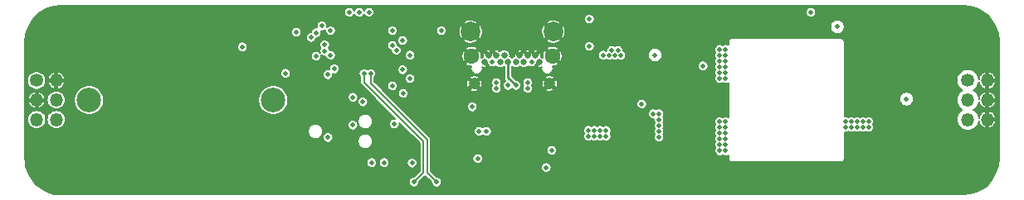
<source format=gbr>
G04 #@! TF.GenerationSoftware,KiCad,Pcbnew,(5.0.2)-1*
G04 #@! TF.CreationDate,2019-02-15T14:25:46-08:00*
G04 #@! TF.ProjectId,nixie_bottom_board,6e697869-655f-4626-9f74-746f6d5f626f,rev?*
G04 #@! TF.SameCoordinates,Original*
G04 #@! TF.FileFunction,Copper,L3,Inr*
G04 #@! TF.FilePolarity,Positive*
%FSLAX46Y46*%
G04 Gerber Fmt 4.6, Leading zero omitted, Abs format (unit mm)*
G04 Created by KiCad (PCBNEW (5.0.2)-1) date 2/15/2019 2:25:46 PM*
%MOMM*%
%LPD*%
G01*
G04 APERTURE LIST*
G04 #@! TA.AperFunction,ViaPad*
%ADD10C,1.200000*%
G04 #@! TD*
G04 #@! TA.AperFunction,ViaPad*
%ADD11C,0.650000*%
G04 #@! TD*
G04 #@! TA.AperFunction,ViaPad*
%ADD12C,2.000000*%
G04 #@! TD*
G04 #@! TA.AperFunction,ViaPad*
%ADD13C,1.600000*%
G04 #@! TD*
G04 #@! TA.AperFunction,ViaPad*
%ADD14C,1.350000*%
G04 #@! TD*
G04 #@! TA.AperFunction,ViaPad*
%ADD15O,1.350000X1.350000*%
G04 #@! TD*
G04 #@! TA.AperFunction,ViaPad*
%ADD16C,0.800000*%
G04 #@! TD*
G04 #@! TA.AperFunction,ViaPad*
%ADD17C,4.500000*%
G04 #@! TD*
G04 #@! TA.AperFunction,ViaPad*
%ADD18C,5.000000*%
G04 #@! TD*
G04 #@! TA.AperFunction,ViaPad*
%ADD19C,2.500000*%
G04 #@! TD*
G04 #@! TA.AperFunction,ViaPad*
%ADD20C,0.508000*%
G04 #@! TD*
G04 #@! TA.AperFunction,Conductor*
%ADD21C,0.250000*%
G04 #@! TD*
G04 #@! TA.AperFunction,Conductor*
%ADD22C,0.200000*%
G04 #@! TD*
G04 #@! TA.AperFunction,Conductor*
%ADD23C,0.150000*%
G04 #@! TD*
G04 APERTURE END LIST*
D10*
G04 #@! TO.N,/GND*
G04 #@! TO.C,J1*
X146155000Y-98310000D03*
X153845000Y-98310000D03*
D11*
X152400000Y-95410000D03*
X151600000Y-95410000D03*
X150800000Y-95410000D03*
G04 #@! TO.N,/CC2*
X149200000Y-95410000D03*
G04 #@! TO.N,/GND*
X148400000Y-95410000D03*
X147600000Y-95410000D03*
X152800000Y-96110000D03*
G04 #@! TO.N,/VBUS*
X151200000Y-96110000D03*
G04 #@! TO.N,/USB_N*
X150400000Y-96110000D03*
G04 #@! TO.N,/USB_P*
X149600000Y-96110000D03*
G04 #@! TO.N,/VBUS*
X148800000Y-96110000D03*
G04 #@! TO.N,/GND*
X147200000Y-96110000D03*
D12*
X154220000Y-92995000D03*
X145780000Y-92995000D03*
D13*
X145870000Y-95510000D03*
X154130000Y-95510000D03*
G04 #@! TD*
D14*
G04 #@! TO.N,/VNIXIE*
G04 #@! TO.C,J4*
X101500000Y-98000000D03*
D15*
G04 #@! TO.N,/GND*
X103500000Y-98000000D03*
X101500000Y-100000000D03*
G04 #@! TO.N,/SCL*
X103500000Y-100000000D03*
G04 #@! TO.N,/NIXIE_EN*
X101500000Y-102000000D03*
G04 #@! TO.N,/SDA*
X103500000Y-102000000D03*
G04 #@! TD*
D14*
G04 #@! TO.N,/HV_OUT*
G04 #@! TO.C,J3*
X196500000Y-98000000D03*
D15*
G04 #@! TO.N,/GND*
X198500000Y-98000000D03*
G04 #@! TO.N,/HV_OUT*
X196500000Y-100000000D03*
G04 #@! TO.N,/GND*
X198500000Y-100000000D03*
G04 #@! TO.N,/HV_OUT*
X196500000Y-102000000D03*
G04 #@! TO.N,/GND*
X198500000Y-102000000D03*
G04 #@! TD*
D16*
G04 #@! TO.N,/GND*
G04 #@! TO.C,MH1*
X104237437Y-91862563D03*
X104750000Y-93100000D03*
X104237437Y-94337437D03*
X103000000Y-94850000D03*
X101762563Y-94337437D03*
X101250000Y-93100000D03*
X101762563Y-91862563D03*
X103000000Y-91350000D03*
D17*
X103000000Y-93100000D03*
G04 #@! TD*
G04 #@! TO.N,/GND*
G04 #@! TO.C,MH2*
X103000000Y-107000000D03*
D16*
X103000000Y-105250000D03*
X101762563Y-105762563D03*
X101250000Y-107000000D03*
X101762563Y-108237437D03*
X103000000Y-108750000D03*
X104237437Y-108237437D03*
X104750000Y-107000000D03*
X104237437Y-105762563D03*
G04 #@! TD*
G04 #@! TO.N,/GND*
G04 #@! TO.C,MH3*
X198237437Y-91762563D03*
X198750000Y-93000000D03*
X198237437Y-94237437D03*
X197000000Y-94750000D03*
X195762563Y-94237437D03*
X195250000Y-93000000D03*
X195762563Y-91762563D03*
X197000000Y-91250000D03*
D17*
X197000000Y-93000000D03*
G04 #@! TD*
G04 #@! TO.N,/GND*
G04 #@! TO.C,MH4*
X197000000Y-107200000D03*
D16*
X197000000Y-105450000D03*
X195762563Y-105962563D03*
X195250000Y-107200000D03*
X195762563Y-108437437D03*
X197000000Y-108950000D03*
X198237437Y-108437437D03*
X198750000Y-107200000D03*
X198237437Y-105962563D03*
G04 #@! TD*
D18*
G04 #@! TO.N,/GND*
G04 #@! TO.C,MH6*
X157000000Y-100000000D03*
D16*
X158875000Y-100000000D03*
X158325825Y-101325825D03*
X157000000Y-101875000D03*
X155674175Y-101325825D03*
X155125000Y-100000000D03*
X155674175Y-98674175D03*
X157000000Y-98125000D03*
X158325825Y-98674175D03*
G04 #@! TD*
G04 #@! TO.N,/GND*
G04 #@! TO.C,MH5*
X144325825Y-98674175D03*
X143000000Y-98125000D03*
X141674175Y-98674175D03*
X141125000Y-100000000D03*
X141674175Y-101325825D03*
X143000000Y-101875000D03*
X144325825Y-101325825D03*
X144875000Y-100000000D03*
D18*
X143000000Y-100000000D03*
G04 #@! TD*
D19*
G04 #@! TO.N,*
G04 #@! TO.C,BT1*
X106850000Y-100000000D03*
G04 #@! TO.N,Net-(BT1-Pad1)*
X125650000Y-100000000D03*
G04 #@! TD*
D20*
G04 #@! TO.N,Net-(Q1-Pad1)*
X171200000Y-105200000D03*
X171800000Y-105200000D03*
X171200000Y-104600000D03*
X171800000Y-104600000D03*
X171200000Y-104000000D03*
X171800000Y-104000000D03*
X171200000Y-103400000D03*
X171800000Y-103400000D03*
X171200000Y-102800000D03*
X171800000Y-102800000D03*
X171200000Y-102200000D03*
X171800000Y-102200000D03*
G04 #@! TO.N,/HV_OUT*
X164600000Y-95400000D03*
X190250000Y-99900000D03*
X183200000Y-92500000D03*
G04 #@! TO.N,/VDD*
X130600000Y-92400000D03*
X139800000Y-106450000D03*
X145950000Y-100700000D03*
X128000000Y-93050000D03*
X159600000Y-103100000D03*
X159000000Y-103100000D03*
X158400000Y-103100000D03*
X157800000Y-103100000D03*
X138850000Y-93900000D03*
X159600000Y-103700000D03*
X159000000Y-103700000D03*
X157800000Y-103700000D03*
X158400000Y-103700000D03*
X131230000Y-103835000D03*
X138900000Y-99300000D03*
X138000000Y-102450000D03*
X154050000Y-105150000D03*
X138850000Y-96900000D03*
G04 #@! TO.N,/GND*
X152200000Y-104500000D03*
G04 #@! TO.N,/VNIXIE*
X122500000Y-94550000D03*
G04 #@! TO.N,/SCL*
X130000000Y-93100000D03*
X136950000Y-106400000D03*
G04 #@! TO.N,/SDA*
X129500000Y-93600000D03*
X135675000Y-106400000D03*
G04 #@! TO.N,/HV_EN*
X169500000Y-96500000D03*
X157900000Y-94500000D03*
X157900000Y-91700000D03*
G04 #@! TO.N,/SWO*
X131225000Y-97400000D03*
X133770000Y-102565000D03*
G04 #@! TO.N,/NRST*
X137800000Y-94400000D03*
X146500000Y-106000000D03*
X134800000Y-100200000D03*
G04 #@! TO.N,/DAC*
X135400000Y-91000000D03*
X126900000Y-97250000D03*
G04 #@! TO.N,/USB_N*
X149600000Y-98500000D03*
X130900000Y-94325000D03*
G04 #@! TO.N,/USB_P*
X130900000Y-94975000D03*
X150400000Y-98500000D03*
G04 #@! TO.N,Net-(D4-Pad2)*
X184000000Y-102800000D03*
X184600000Y-102800000D03*
X185800000Y-102800000D03*
X186400000Y-102800000D03*
X186400000Y-102200000D03*
X185800000Y-102200000D03*
X184600000Y-102200000D03*
X184000000Y-102200000D03*
X185200000Y-102200000D03*
X185200000Y-102800000D03*
G04 #@! TO.N,/SWDIO*
X131500000Y-95400000D03*
G04 #@! TO.N,/SWCLK*
X131875000Y-96800000D03*
G04 #@! TO.N,/HV_IN*
X171800000Y-94800000D03*
X171200000Y-94800000D03*
X171200000Y-95400000D03*
X171800000Y-95400000D03*
X171800000Y-97200000D03*
X171800000Y-97800000D03*
X171200000Y-97200000D03*
X171200000Y-97800000D03*
X171800000Y-96600000D03*
X171200000Y-96600000D03*
X171200000Y-96000000D03*
X171800000Y-96000000D03*
G04 #@! TO.N,/USB*
X147400000Y-103200000D03*
X133775000Y-99700000D03*
G04 #@! TO.N,/ILM*
X142800000Y-92900000D03*
G04 #@! TO.N,/32kHz*
X137800000Y-98550000D03*
X139600000Y-95400000D03*
G04 #@! TO.N,/AMP_EN*
X130000000Y-95500000D03*
X133400000Y-91000000D03*
G04 #@! TO.N,/NIXIE_EN*
X134400000Y-91000000D03*
G04 #@! TO.N,/MCO*
X131500000Y-92900000D03*
G04 #@! TO.N,/LED*
X138200000Y-94900000D03*
X146650000Y-103200000D03*
G04 #@! TO.N,Net-(R2-Pad1)*
X153500000Y-106900000D03*
X139600000Y-97800000D03*
G04 #@! TO.N,Net-(R20-Pad2)*
X137800000Y-92900000D03*
X180500000Y-91000000D03*
G04 #@! TO.N,/GND*
X134500000Y-93800000D03*
X133900000Y-93800000D03*
X133300000Y-93800000D03*
X134500000Y-95500000D03*
X133900000Y-95500000D03*
X133300000Y-95500000D03*
X171900000Y-101300000D03*
X171300000Y-101300000D03*
X167687500Y-99668750D03*
X168512500Y-99668750D03*
X168512500Y-98956250D03*
X167687500Y-98956250D03*
X167687500Y-98243750D03*
X168512500Y-98243750D03*
X168512500Y-97531250D03*
X167687500Y-97531250D03*
X128000000Y-92250000D03*
X166350000Y-100800000D03*
X165750000Y-100800000D03*
X164600000Y-99750000D03*
X164500000Y-92800000D03*
X162100000Y-95200000D03*
X162700000Y-95200000D03*
X163300000Y-95200000D03*
X130900000Y-96300000D03*
X157900000Y-106700000D03*
X158500000Y-106700000D03*
X159100000Y-106700000D03*
X159700000Y-106700000D03*
X163000000Y-105000000D03*
X163000000Y-105600000D03*
X163000000Y-106200000D03*
X163000000Y-106800000D03*
X163000000Y-107400000D03*
X165100000Y-92800000D03*
X164500000Y-93400000D03*
X165100000Y-93400000D03*
X150000000Y-100700000D03*
X165850000Y-96150000D03*
X166450000Y-96150000D03*
X166450000Y-95550000D03*
X165850000Y-95550000D03*
X151700000Y-102550000D03*
X172600000Y-93500000D03*
X173200000Y-93500000D03*
X173800000Y-93500000D03*
X157900000Y-106100000D03*
X159100000Y-106100000D03*
X159700000Y-106100000D03*
X158500000Y-106100000D03*
X132500000Y-103835000D03*
X174400000Y-93500000D03*
X137000000Y-96500000D03*
X141000000Y-96100000D03*
G04 #@! TO.N,/VBUS*
X165000000Y-101400000D03*
X164400000Y-101400000D03*
X165000000Y-102000000D03*
X165000000Y-102600000D03*
X165000000Y-103200000D03*
X160200000Y-94900000D03*
X159300000Y-95400000D03*
X159900000Y-95400000D03*
X160500000Y-95400000D03*
X161100000Y-95400000D03*
X160800000Y-94900000D03*
X151600000Y-98200000D03*
X151600000Y-98800000D03*
X148400000Y-98200000D03*
X148400000Y-98800000D03*
X148000000Y-96100000D03*
X165000000Y-103800000D03*
X152000000Y-96100000D03*
X163250000Y-100400000D03*
G04 #@! TO.N,/UART_TX*
X134900000Y-97300000D03*
X140000000Y-108400000D03*
G04 #@! TO.N,/UART_RX*
X135600000Y-97300000D03*
X142300000Y-108400000D03*
G04 #@! TD*
D21*
G04 #@! TO.N,/USB_P*
X149600000Y-97700000D02*
X149600000Y-96110000D01*
X150400000Y-98500000D02*
X149600000Y-97700000D01*
D22*
G04 #@! TO.N,/UART_TX*
X140950000Y-107450000D02*
X140000000Y-108400000D01*
X140950000Y-104250000D02*
X140950000Y-107450000D01*
X134900000Y-97300000D02*
X134900000Y-98200000D01*
X134900000Y-98200000D02*
X140950000Y-104250000D01*
G04 #@! TO.N,/UART_RX*
X141350000Y-107450000D02*
X142300000Y-108400000D01*
X141350000Y-104050000D02*
X141350000Y-107450000D01*
X135600000Y-97300000D02*
X135600000Y-98300000D01*
X135600000Y-98300000D02*
X141350000Y-104050000D01*
G04 #@! TD*
D23*
G04 #@! TO.N,/GND*
G36*
X196713508Y-90396518D02*
X197399842Y-90603735D01*
X198032852Y-90940313D01*
X198588433Y-91393434D01*
X199045421Y-91945838D01*
X199386412Y-92576488D01*
X199598412Y-93261352D01*
X199674962Y-93989675D01*
X199675001Y-94000841D01*
X199675000Y-105984103D01*
X199603482Y-106713508D01*
X199396266Y-107399839D01*
X199059687Y-108032852D01*
X198606567Y-108588433D01*
X198054163Y-109045421D01*
X197423512Y-109386412D01*
X196738653Y-109598411D01*
X196010325Y-109674962D01*
X195999447Y-109675000D01*
X104015897Y-109675000D01*
X103286492Y-109603482D01*
X102600161Y-109396266D01*
X101967148Y-109059687D01*
X101411567Y-108606567D01*
X100954579Y-108054163D01*
X100613588Y-107423512D01*
X100401589Y-106738653D01*
X100360519Y-106347898D01*
X135146000Y-106347898D01*
X135146000Y-106452102D01*
X135166329Y-106554304D01*
X135206206Y-106650576D01*
X135264099Y-106737218D01*
X135337782Y-106810901D01*
X135424424Y-106868794D01*
X135520696Y-106908671D01*
X135622898Y-106929000D01*
X135727102Y-106929000D01*
X135829304Y-106908671D01*
X135925576Y-106868794D01*
X136012218Y-106810901D01*
X136085901Y-106737218D01*
X136143794Y-106650576D01*
X136183671Y-106554304D01*
X136204000Y-106452102D01*
X136204000Y-106347898D01*
X136421000Y-106347898D01*
X136421000Y-106452102D01*
X136441329Y-106554304D01*
X136481206Y-106650576D01*
X136539099Y-106737218D01*
X136612782Y-106810901D01*
X136699424Y-106868794D01*
X136795696Y-106908671D01*
X136897898Y-106929000D01*
X137002102Y-106929000D01*
X137104304Y-106908671D01*
X137200576Y-106868794D01*
X137287218Y-106810901D01*
X137360901Y-106737218D01*
X137418794Y-106650576D01*
X137458671Y-106554304D01*
X137479000Y-106452102D01*
X137479000Y-106397898D01*
X139271000Y-106397898D01*
X139271000Y-106502102D01*
X139291329Y-106604304D01*
X139331206Y-106700576D01*
X139389099Y-106787218D01*
X139462782Y-106860901D01*
X139549424Y-106918794D01*
X139645696Y-106958671D01*
X139747898Y-106979000D01*
X139852102Y-106979000D01*
X139954304Y-106958671D01*
X140050576Y-106918794D01*
X140137218Y-106860901D01*
X140210901Y-106787218D01*
X140268794Y-106700576D01*
X140308671Y-106604304D01*
X140329000Y-106502102D01*
X140329000Y-106397898D01*
X140308671Y-106295696D01*
X140268794Y-106199424D01*
X140210901Y-106112782D01*
X140137218Y-106039099D01*
X140050576Y-105981206D01*
X139954304Y-105941329D01*
X139852102Y-105921000D01*
X139747898Y-105921000D01*
X139645696Y-105941329D01*
X139549424Y-105981206D01*
X139462782Y-106039099D01*
X139389099Y-106112782D01*
X139331206Y-106199424D01*
X139291329Y-106295696D01*
X139271000Y-106397898D01*
X137479000Y-106397898D01*
X137479000Y-106347898D01*
X137458671Y-106245696D01*
X137418794Y-106149424D01*
X137360901Y-106062782D01*
X137287218Y-105989099D01*
X137200576Y-105931206D01*
X137104304Y-105891329D01*
X137002102Y-105871000D01*
X136897898Y-105871000D01*
X136795696Y-105891329D01*
X136699424Y-105931206D01*
X136612782Y-105989099D01*
X136539099Y-106062782D01*
X136481206Y-106149424D01*
X136441329Y-106245696D01*
X136421000Y-106347898D01*
X136204000Y-106347898D01*
X136183671Y-106245696D01*
X136143794Y-106149424D01*
X136085901Y-106062782D01*
X136012218Y-105989099D01*
X135925576Y-105931206D01*
X135829304Y-105891329D01*
X135727102Y-105871000D01*
X135622898Y-105871000D01*
X135520696Y-105891329D01*
X135424424Y-105931206D01*
X135337782Y-105989099D01*
X135264099Y-106062782D01*
X135206206Y-106149424D01*
X135166329Y-106245696D01*
X135146000Y-106347898D01*
X100360519Y-106347898D01*
X100325038Y-106010325D01*
X100325000Y-105999447D01*
X100325000Y-103124132D01*
X129189700Y-103124132D01*
X129189700Y-103275868D01*
X129219302Y-103424688D01*
X129277369Y-103564874D01*
X129361669Y-103691038D01*
X129468962Y-103798331D01*
X129595126Y-103882631D01*
X129735312Y-103940698D01*
X129884132Y-103970300D01*
X130035868Y-103970300D01*
X130184688Y-103940698D01*
X130324874Y-103882631D01*
X130451038Y-103798331D01*
X130466471Y-103782898D01*
X130701000Y-103782898D01*
X130701000Y-103887102D01*
X130721329Y-103989304D01*
X130761206Y-104085576D01*
X130819099Y-104172218D01*
X130892782Y-104245901D01*
X130979424Y-104303794D01*
X131075696Y-104343671D01*
X131177898Y-104364000D01*
X131282102Y-104364000D01*
X131384304Y-104343671D01*
X131480576Y-104303794D01*
X131567218Y-104245901D01*
X131640901Y-104172218D01*
X131662340Y-104140132D01*
X134269700Y-104140132D01*
X134269700Y-104291868D01*
X134299302Y-104440688D01*
X134357369Y-104580874D01*
X134441669Y-104707038D01*
X134548962Y-104814331D01*
X134675126Y-104898631D01*
X134815312Y-104956698D01*
X134964132Y-104986300D01*
X135115868Y-104986300D01*
X135264688Y-104956698D01*
X135404874Y-104898631D01*
X135531038Y-104814331D01*
X135638331Y-104707038D01*
X135722631Y-104580874D01*
X135780698Y-104440688D01*
X135810300Y-104291868D01*
X135810300Y-104140132D01*
X135780698Y-103991312D01*
X135722631Y-103851126D01*
X135638331Y-103724962D01*
X135531038Y-103617669D01*
X135404874Y-103533369D01*
X135264688Y-103475302D01*
X135115868Y-103445700D01*
X134964132Y-103445700D01*
X134815312Y-103475302D01*
X134675126Y-103533369D01*
X134548962Y-103617669D01*
X134441669Y-103724962D01*
X134357369Y-103851126D01*
X134299302Y-103991312D01*
X134269700Y-104140132D01*
X131662340Y-104140132D01*
X131698794Y-104085576D01*
X131738671Y-103989304D01*
X131759000Y-103887102D01*
X131759000Y-103782898D01*
X131738671Y-103680696D01*
X131698794Y-103584424D01*
X131640901Y-103497782D01*
X131567218Y-103424099D01*
X131480576Y-103366206D01*
X131384304Y-103326329D01*
X131282102Y-103306000D01*
X131177898Y-103306000D01*
X131075696Y-103326329D01*
X130979424Y-103366206D01*
X130892782Y-103424099D01*
X130819099Y-103497782D01*
X130761206Y-103584424D01*
X130721329Y-103680696D01*
X130701000Y-103782898D01*
X130466471Y-103782898D01*
X130558331Y-103691038D01*
X130642631Y-103564874D01*
X130700698Y-103424688D01*
X130730300Y-103275868D01*
X130730300Y-103124132D01*
X130700698Y-102975312D01*
X130642631Y-102835126D01*
X130558331Y-102708962D01*
X130451038Y-102601669D01*
X130324874Y-102517369D01*
X130314081Y-102512898D01*
X133241000Y-102512898D01*
X133241000Y-102617102D01*
X133261329Y-102719304D01*
X133301206Y-102815576D01*
X133359099Y-102902218D01*
X133432782Y-102975901D01*
X133519424Y-103033794D01*
X133615696Y-103073671D01*
X133717898Y-103094000D01*
X133822102Y-103094000D01*
X133924304Y-103073671D01*
X134020576Y-103033794D01*
X134107218Y-102975901D01*
X134180901Y-102902218D01*
X134238794Y-102815576D01*
X134278671Y-102719304D01*
X134299000Y-102617102D01*
X134299000Y-102512898D01*
X134278671Y-102410696D01*
X134238794Y-102314424D01*
X134180901Y-102227782D01*
X134107218Y-102154099D01*
X134038425Y-102108132D01*
X134269700Y-102108132D01*
X134269700Y-102259868D01*
X134299302Y-102408688D01*
X134357369Y-102548874D01*
X134441669Y-102675038D01*
X134548962Y-102782331D01*
X134675126Y-102866631D01*
X134815312Y-102924698D01*
X134964132Y-102954300D01*
X135115868Y-102954300D01*
X135264688Y-102924698D01*
X135404874Y-102866631D01*
X135531038Y-102782331D01*
X135638331Y-102675038D01*
X135722631Y-102548874D01*
X135780698Y-102408688D01*
X135810300Y-102259868D01*
X135810300Y-102108132D01*
X135780698Y-101959312D01*
X135722631Y-101819126D01*
X135638331Y-101692962D01*
X135531038Y-101585669D01*
X135404874Y-101501369D01*
X135264688Y-101443302D01*
X135115868Y-101413700D01*
X134964132Y-101413700D01*
X134815312Y-101443302D01*
X134675126Y-101501369D01*
X134548962Y-101585669D01*
X134441669Y-101692962D01*
X134357369Y-101819126D01*
X134299302Y-101959312D01*
X134269700Y-102108132D01*
X134038425Y-102108132D01*
X134020576Y-102096206D01*
X133924304Y-102056329D01*
X133822102Y-102036000D01*
X133717898Y-102036000D01*
X133615696Y-102056329D01*
X133519424Y-102096206D01*
X133432782Y-102154099D01*
X133359099Y-102227782D01*
X133301206Y-102314424D01*
X133261329Y-102410696D01*
X133241000Y-102512898D01*
X130314081Y-102512898D01*
X130184688Y-102459302D01*
X130035868Y-102429700D01*
X129884132Y-102429700D01*
X129735312Y-102459302D01*
X129595126Y-102517369D01*
X129468962Y-102601669D01*
X129361669Y-102708962D01*
X129277369Y-102835126D01*
X129219302Y-102975312D01*
X129189700Y-103124132D01*
X100325000Y-103124132D01*
X100325000Y-102000000D01*
X100545404Y-102000000D01*
X100563746Y-102186232D01*
X100618068Y-102365308D01*
X100706282Y-102530345D01*
X100824999Y-102675001D01*
X100969655Y-102793718D01*
X101134692Y-102881932D01*
X101313768Y-102936254D01*
X101453335Y-102950000D01*
X101546665Y-102950000D01*
X101686232Y-102936254D01*
X101865308Y-102881932D01*
X102030345Y-102793718D01*
X102175001Y-102675001D01*
X102293718Y-102530345D01*
X102381932Y-102365308D01*
X102436254Y-102186232D01*
X102454596Y-102000000D01*
X102545404Y-102000000D01*
X102563746Y-102186232D01*
X102618068Y-102365308D01*
X102706282Y-102530345D01*
X102824999Y-102675001D01*
X102969655Y-102793718D01*
X103134692Y-102881932D01*
X103313768Y-102936254D01*
X103453335Y-102950000D01*
X103546665Y-102950000D01*
X103686232Y-102936254D01*
X103865308Y-102881932D01*
X104030345Y-102793718D01*
X104175001Y-102675001D01*
X104293718Y-102530345D01*
X104381932Y-102365308D01*
X104436254Y-102186232D01*
X104454596Y-102000000D01*
X104436254Y-101813768D01*
X104381932Y-101634692D01*
X104293718Y-101469655D01*
X104175001Y-101324999D01*
X104030345Y-101206282D01*
X103865308Y-101118068D01*
X103686232Y-101063746D01*
X103546665Y-101050000D01*
X103453335Y-101050000D01*
X103313768Y-101063746D01*
X103134692Y-101118068D01*
X102969655Y-101206282D01*
X102824999Y-101324999D01*
X102706282Y-101469655D01*
X102618068Y-101634692D01*
X102563746Y-101813768D01*
X102545404Y-102000000D01*
X102454596Y-102000000D01*
X102436254Y-101813768D01*
X102381932Y-101634692D01*
X102293718Y-101469655D01*
X102175001Y-101324999D01*
X102030345Y-101206282D01*
X101865308Y-101118068D01*
X101686232Y-101063746D01*
X101546665Y-101050000D01*
X101453335Y-101050000D01*
X101313768Y-101063746D01*
X101134692Y-101118068D01*
X100969655Y-101206282D01*
X100824999Y-101324999D01*
X100706282Y-101469655D01*
X100618068Y-101634692D01*
X100563746Y-101813768D01*
X100545404Y-102000000D01*
X100325000Y-102000000D01*
X100325000Y-100262887D01*
X100639250Y-100262887D01*
X100705462Y-100422758D01*
X100803205Y-100569641D01*
X100927725Y-100694633D01*
X101074237Y-100792931D01*
X101237111Y-100860757D01*
X101375000Y-100835035D01*
X101375000Y-100125000D01*
X101625000Y-100125000D01*
X101625000Y-100835035D01*
X101762889Y-100860757D01*
X101925763Y-100792931D01*
X102072275Y-100694633D01*
X102196795Y-100569641D01*
X102294538Y-100422758D01*
X102360750Y-100262887D01*
X102334439Y-100125000D01*
X101625000Y-100125000D01*
X101375000Y-100125000D01*
X100665561Y-100125000D01*
X100639250Y-100262887D01*
X100325000Y-100262887D01*
X100325000Y-100000000D01*
X102545404Y-100000000D01*
X102563746Y-100186232D01*
X102618068Y-100365308D01*
X102706282Y-100530345D01*
X102824999Y-100675001D01*
X102969655Y-100793718D01*
X103134692Y-100881932D01*
X103313768Y-100936254D01*
X103453335Y-100950000D01*
X103546665Y-100950000D01*
X103686232Y-100936254D01*
X103865308Y-100881932D01*
X104030345Y-100793718D01*
X104175001Y-100675001D01*
X104293718Y-100530345D01*
X104381932Y-100365308D01*
X104436254Y-100186232D01*
X104454596Y-100000000D01*
X104439803Y-99849801D01*
X105325000Y-99849801D01*
X105325000Y-100150199D01*
X105383605Y-100444826D01*
X105498562Y-100722358D01*
X105665455Y-100972131D01*
X105877869Y-101184545D01*
X106127642Y-101351438D01*
X106405174Y-101466395D01*
X106699801Y-101525000D01*
X107000199Y-101525000D01*
X107294826Y-101466395D01*
X107572358Y-101351438D01*
X107822131Y-101184545D01*
X108034545Y-100972131D01*
X108201438Y-100722358D01*
X108316395Y-100444826D01*
X108375000Y-100150199D01*
X108375000Y-99849801D01*
X124125000Y-99849801D01*
X124125000Y-100150199D01*
X124183605Y-100444826D01*
X124298562Y-100722358D01*
X124465455Y-100972131D01*
X124677869Y-101184545D01*
X124927642Y-101351438D01*
X125205174Y-101466395D01*
X125499801Y-101525000D01*
X125800199Y-101525000D01*
X126094826Y-101466395D01*
X126372358Y-101351438D01*
X126622131Y-101184545D01*
X126834545Y-100972131D01*
X127001438Y-100722358D01*
X127116395Y-100444826D01*
X127175000Y-100150199D01*
X127175000Y-99849801D01*
X127134839Y-99647898D01*
X133246000Y-99647898D01*
X133246000Y-99752102D01*
X133266329Y-99854304D01*
X133306206Y-99950576D01*
X133364099Y-100037218D01*
X133437782Y-100110901D01*
X133524424Y-100168794D01*
X133620696Y-100208671D01*
X133722898Y-100229000D01*
X133827102Y-100229000D01*
X133929304Y-100208671D01*
X134025576Y-100168794D01*
X134056848Y-100147898D01*
X134271000Y-100147898D01*
X134271000Y-100252102D01*
X134291329Y-100354304D01*
X134331206Y-100450576D01*
X134389099Y-100537218D01*
X134462782Y-100610901D01*
X134549424Y-100668794D01*
X134645696Y-100708671D01*
X134747898Y-100729000D01*
X134852102Y-100729000D01*
X134954304Y-100708671D01*
X135050576Y-100668794D01*
X135137218Y-100610901D01*
X135210901Y-100537218D01*
X135268794Y-100450576D01*
X135308671Y-100354304D01*
X135329000Y-100252102D01*
X135329000Y-100147898D01*
X135308671Y-100045696D01*
X135268794Y-99949424D01*
X135210901Y-99862782D01*
X135137218Y-99789099D01*
X135050576Y-99731206D01*
X134954304Y-99691329D01*
X134852102Y-99671000D01*
X134747898Y-99671000D01*
X134645696Y-99691329D01*
X134549424Y-99731206D01*
X134462782Y-99789099D01*
X134389099Y-99862782D01*
X134331206Y-99949424D01*
X134291329Y-100045696D01*
X134271000Y-100147898D01*
X134056848Y-100147898D01*
X134112218Y-100110901D01*
X134185901Y-100037218D01*
X134243794Y-99950576D01*
X134283671Y-99854304D01*
X134304000Y-99752102D01*
X134304000Y-99647898D01*
X134283671Y-99545696D01*
X134243794Y-99449424D01*
X134185901Y-99362782D01*
X134112218Y-99289099D01*
X134025576Y-99231206D01*
X133929304Y-99191329D01*
X133827102Y-99171000D01*
X133722898Y-99171000D01*
X133620696Y-99191329D01*
X133524424Y-99231206D01*
X133437782Y-99289099D01*
X133364099Y-99362782D01*
X133306206Y-99449424D01*
X133266329Y-99545696D01*
X133246000Y-99647898D01*
X127134839Y-99647898D01*
X127116395Y-99555174D01*
X127001438Y-99277642D01*
X126834545Y-99027869D01*
X126622131Y-98815455D01*
X126372358Y-98648562D01*
X126094826Y-98533605D01*
X125800199Y-98475000D01*
X125499801Y-98475000D01*
X125205174Y-98533605D01*
X124927642Y-98648562D01*
X124677869Y-98815455D01*
X124465455Y-99027869D01*
X124298562Y-99277642D01*
X124183605Y-99555174D01*
X124125000Y-99849801D01*
X108375000Y-99849801D01*
X108316395Y-99555174D01*
X108201438Y-99277642D01*
X108034545Y-99027869D01*
X107822131Y-98815455D01*
X107572358Y-98648562D01*
X107294826Y-98533605D01*
X107000199Y-98475000D01*
X106699801Y-98475000D01*
X106405174Y-98533605D01*
X106127642Y-98648562D01*
X105877869Y-98815455D01*
X105665455Y-99027869D01*
X105498562Y-99277642D01*
X105383605Y-99555174D01*
X105325000Y-99849801D01*
X104439803Y-99849801D01*
X104436254Y-99813768D01*
X104381932Y-99634692D01*
X104293718Y-99469655D01*
X104175001Y-99324999D01*
X104030345Y-99206282D01*
X103865308Y-99118068D01*
X103686232Y-99063746D01*
X103546665Y-99050000D01*
X103453335Y-99050000D01*
X103313768Y-99063746D01*
X103134692Y-99118068D01*
X102969655Y-99206282D01*
X102824999Y-99324999D01*
X102706282Y-99469655D01*
X102618068Y-99634692D01*
X102563746Y-99813768D01*
X102545404Y-100000000D01*
X100325000Y-100000000D01*
X100325000Y-99737113D01*
X100639250Y-99737113D01*
X100665561Y-99875000D01*
X101375000Y-99875000D01*
X101375000Y-99164965D01*
X101625000Y-99164965D01*
X101625000Y-99875000D01*
X102334439Y-99875000D01*
X102360750Y-99737113D01*
X102294538Y-99577242D01*
X102196795Y-99430359D01*
X102072275Y-99305367D01*
X101925763Y-99207069D01*
X101762889Y-99139243D01*
X101625000Y-99164965D01*
X101375000Y-99164965D01*
X101237111Y-99139243D01*
X101074237Y-99207069D01*
X100927725Y-99305367D01*
X100803205Y-99430359D01*
X100705462Y-99577242D01*
X100639250Y-99737113D01*
X100325000Y-99737113D01*
X100325000Y-97906433D01*
X100550000Y-97906433D01*
X100550000Y-98093567D01*
X100586508Y-98277105D01*
X100658121Y-98449994D01*
X100762087Y-98605590D01*
X100894410Y-98737913D01*
X101050006Y-98841879D01*
X101222895Y-98913492D01*
X101406433Y-98950000D01*
X101593567Y-98950000D01*
X101777105Y-98913492D01*
X101949994Y-98841879D01*
X102105590Y-98737913D01*
X102237913Y-98605590D01*
X102341879Y-98449994D01*
X102413492Y-98277105D01*
X102416320Y-98262887D01*
X102639250Y-98262887D01*
X102705462Y-98422758D01*
X102803205Y-98569641D01*
X102927725Y-98694633D01*
X103074237Y-98792931D01*
X103237111Y-98860757D01*
X103375000Y-98835035D01*
X103375000Y-98125000D01*
X103625000Y-98125000D01*
X103625000Y-98835035D01*
X103762889Y-98860757D01*
X103925763Y-98792931D01*
X104072275Y-98694633D01*
X104196795Y-98569641D01*
X104294538Y-98422758D01*
X104360750Y-98262887D01*
X104334439Y-98125000D01*
X103625000Y-98125000D01*
X103375000Y-98125000D01*
X102665561Y-98125000D01*
X102639250Y-98262887D01*
X102416320Y-98262887D01*
X102450000Y-98093567D01*
X102450000Y-97906433D01*
X102416321Y-97737113D01*
X102639250Y-97737113D01*
X102665561Y-97875000D01*
X103375000Y-97875000D01*
X103375000Y-97164965D01*
X103625000Y-97164965D01*
X103625000Y-97875000D01*
X104334439Y-97875000D01*
X104360750Y-97737113D01*
X104294538Y-97577242D01*
X104196795Y-97430359D01*
X104072275Y-97305367D01*
X103925763Y-97207069D01*
X103903741Y-97197898D01*
X126371000Y-97197898D01*
X126371000Y-97302102D01*
X126391329Y-97404304D01*
X126431206Y-97500576D01*
X126489099Y-97587218D01*
X126562782Y-97660901D01*
X126649424Y-97718794D01*
X126745696Y-97758671D01*
X126847898Y-97779000D01*
X126952102Y-97779000D01*
X127054304Y-97758671D01*
X127150576Y-97718794D01*
X127237218Y-97660901D01*
X127310901Y-97587218D01*
X127368794Y-97500576D01*
X127408671Y-97404304D01*
X127419890Y-97347898D01*
X130696000Y-97347898D01*
X130696000Y-97452102D01*
X130716329Y-97554304D01*
X130756206Y-97650576D01*
X130814099Y-97737218D01*
X130887782Y-97810901D01*
X130974424Y-97868794D01*
X131070696Y-97908671D01*
X131172898Y-97929000D01*
X131277102Y-97929000D01*
X131379304Y-97908671D01*
X131475576Y-97868794D01*
X131562218Y-97810901D01*
X131635901Y-97737218D01*
X131693794Y-97650576D01*
X131733671Y-97554304D01*
X131754000Y-97452102D01*
X131754000Y-97347898D01*
X131747248Y-97313952D01*
X131822898Y-97329000D01*
X131927102Y-97329000D01*
X132029304Y-97308671D01*
X132125576Y-97268794D01*
X132156848Y-97247898D01*
X134371000Y-97247898D01*
X134371000Y-97352102D01*
X134391329Y-97454304D01*
X134431206Y-97550576D01*
X134489099Y-97637218D01*
X134525000Y-97673119D01*
X134525001Y-98181574D01*
X134523186Y-98200000D01*
X134528318Y-98252102D01*
X134530427Y-98273513D01*
X134544049Y-98318419D01*
X134551870Y-98344200D01*
X134583155Y-98402729D01*
X134586692Y-98409347D01*
X134633553Y-98466448D01*
X134647862Y-98478191D01*
X138100247Y-101930577D01*
X138052102Y-101921000D01*
X137947898Y-101921000D01*
X137845696Y-101941329D01*
X137749424Y-101981206D01*
X137662782Y-102039099D01*
X137589099Y-102112782D01*
X137531206Y-102199424D01*
X137491329Y-102295696D01*
X137471000Y-102397898D01*
X137471000Y-102502102D01*
X137491329Y-102604304D01*
X137531206Y-102700576D01*
X137589099Y-102787218D01*
X137662782Y-102860901D01*
X137749424Y-102918794D01*
X137845696Y-102958671D01*
X137947898Y-102979000D01*
X138052102Y-102979000D01*
X138154304Y-102958671D01*
X138250576Y-102918794D01*
X138337218Y-102860901D01*
X138410901Y-102787218D01*
X138468794Y-102700576D01*
X138508671Y-102604304D01*
X138529000Y-102502102D01*
X138529000Y-102397898D01*
X138519424Y-102349753D01*
X140575000Y-104405330D01*
X140575001Y-107294669D01*
X139998671Y-107871000D01*
X139947898Y-107871000D01*
X139845696Y-107891329D01*
X139749424Y-107931206D01*
X139662782Y-107989099D01*
X139589099Y-108062782D01*
X139531206Y-108149424D01*
X139491329Y-108245696D01*
X139471000Y-108347898D01*
X139471000Y-108452102D01*
X139491329Y-108554304D01*
X139531206Y-108650576D01*
X139589099Y-108737218D01*
X139662782Y-108810901D01*
X139749424Y-108868794D01*
X139845696Y-108908671D01*
X139947898Y-108929000D01*
X140052102Y-108929000D01*
X140154304Y-108908671D01*
X140250576Y-108868794D01*
X140337218Y-108810901D01*
X140410901Y-108737218D01*
X140468794Y-108650576D01*
X140508671Y-108554304D01*
X140529000Y-108452102D01*
X140529000Y-108401329D01*
X141150000Y-107780330D01*
X141771000Y-108401330D01*
X141771000Y-108452102D01*
X141791329Y-108554304D01*
X141831206Y-108650576D01*
X141889099Y-108737218D01*
X141962782Y-108810901D01*
X142049424Y-108868794D01*
X142145696Y-108908671D01*
X142247898Y-108929000D01*
X142352102Y-108929000D01*
X142454304Y-108908671D01*
X142550576Y-108868794D01*
X142637218Y-108810901D01*
X142710901Y-108737218D01*
X142768794Y-108650576D01*
X142808671Y-108554304D01*
X142829000Y-108452102D01*
X142829000Y-108347898D01*
X142808671Y-108245696D01*
X142768794Y-108149424D01*
X142710901Y-108062782D01*
X142637218Y-107989099D01*
X142550576Y-107931206D01*
X142454304Y-107891329D01*
X142352102Y-107871000D01*
X142301330Y-107871000D01*
X141725000Y-107294671D01*
X141725000Y-106847898D01*
X152971000Y-106847898D01*
X152971000Y-106952102D01*
X152991329Y-107054304D01*
X153031206Y-107150576D01*
X153089099Y-107237218D01*
X153162782Y-107310901D01*
X153249424Y-107368794D01*
X153345696Y-107408671D01*
X153447898Y-107429000D01*
X153552102Y-107429000D01*
X153654304Y-107408671D01*
X153750576Y-107368794D01*
X153837218Y-107310901D01*
X153910901Y-107237218D01*
X153968794Y-107150576D01*
X154008671Y-107054304D01*
X154029000Y-106952102D01*
X154029000Y-106847898D01*
X154008671Y-106745696D01*
X153968794Y-106649424D01*
X153910901Y-106562782D01*
X153837218Y-106489099D01*
X153750576Y-106431206D01*
X153654304Y-106391329D01*
X153552102Y-106371000D01*
X153447898Y-106371000D01*
X153345696Y-106391329D01*
X153249424Y-106431206D01*
X153162782Y-106489099D01*
X153089099Y-106562782D01*
X153031206Y-106649424D01*
X152991329Y-106745696D01*
X152971000Y-106847898D01*
X141725000Y-106847898D01*
X141725000Y-105947898D01*
X145971000Y-105947898D01*
X145971000Y-106052102D01*
X145991329Y-106154304D01*
X146031206Y-106250576D01*
X146089099Y-106337218D01*
X146162782Y-106410901D01*
X146249424Y-106468794D01*
X146345696Y-106508671D01*
X146447898Y-106529000D01*
X146552102Y-106529000D01*
X146654304Y-106508671D01*
X146750576Y-106468794D01*
X146837218Y-106410901D01*
X146910901Y-106337218D01*
X146968794Y-106250576D01*
X147008671Y-106154304D01*
X147029000Y-106052102D01*
X147029000Y-105947898D01*
X147008671Y-105845696D01*
X146968794Y-105749424D01*
X146910901Y-105662782D01*
X146837218Y-105589099D01*
X146750576Y-105531206D01*
X146654304Y-105491329D01*
X146552102Y-105471000D01*
X146447898Y-105471000D01*
X146345696Y-105491329D01*
X146249424Y-105531206D01*
X146162782Y-105589099D01*
X146089099Y-105662782D01*
X146031206Y-105749424D01*
X145991329Y-105845696D01*
X145971000Y-105947898D01*
X141725000Y-105947898D01*
X141725000Y-105097898D01*
X153521000Y-105097898D01*
X153521000Y-105202102D01*
X153541329Y-105304304D01*
X153581206Y-105400576D01*
X153639099Y-105487218D01*
X153712782Y-105560901D01*
X153799424Y-105618794D01*
X153895696Y-105658671D01*
X153997898Y-105679000D01*
X154102102Y-105679000D01*
X154204304Y-105658671D01*
X154300576Y-105618794D01*
X154387218Y-105560901D01*
X154460901Y-105487218D01*
X154518794Y-105400576D01*
X154558671Y-105304304D01*
X154579000Y-105202102D01*
X154579000Y-105097898D01*
X154558671Y-104995696D01*
X154518794Y-104899424D01*
X154460901Y-104812782D01*
X154387218Y-104739099D01*
X154300576Y-104681206D01*
X154204304Y-104641329D01*
X154102102Y-104621000D01*
X153997898Y-104621000D01*
X153895696Y-104641329D01*
X153799424Y-104681206D01*
X153712782Y-104739099D01*
X153639099Y-104812782D01*
X153581206Y-104899424D01*
X153541329Y-104995696D01*
X153521000Y-105097898D01*
X141725000Y-105097898D01*
X141725000Y-104068416D01*
X141726814Y-104050000D01*
X141725000Y-104031581D01*
X141719574Y-103976487D01*
X141698131Y-103905800D01*
X141663309Y-103840653D01*
X141616448Y-103783552D01*
X141602140Y-103771810D01*
X140978228Y-103147898D01*
X146121000Y-103147898D01*
X146121000Y-103252102D01*
X146141329Y-103354304D01*
X146181206Y-103450576D01*
X146239099Y-103537218D01*
X146312782Y-103610901D01*
X146399424Y-103668794D01*
X146495696Y-103708671D01*
X146597898Y-103729000D01*
X146702102Y-103729000D01*
X146804304Y-103708671D01*
X146900576Y-103668794D01*
X146987218Y-103610901D01*
X147025000Y-103573119D01*
X147062782Y-103610901D01*
X147149424Y-103668794D01*
X147245696Y-103708671D01*
X147347898Y-103729000D01*
X147452102Y-103729000D01*
X147554304Y-103708671D01*
X147650576Y-103668794D01*
X147737218Y-103610901D01*
X147810901Y-103537218D01*
X147868794Y-103450576D01*
X147908671Y-103354304D01*
X147929000Y-103252102D01*
X147929000Y-103147898D01*
X147909109Y-103047898D01*
X157271000Y-103047898D01*
X157271000Y-103152102D01*
X157291329Y-103254304D01*
X157331206Y-103350576D01*
X157364230Y-103400000D01*
X157331206Y-103449424D01*
X157291329Y-103545696D01*
X157271000Y-103647898D01*
X157271000Y-103752102D01*
X157291329Y-103854304D01*
X157331206Y-103950576D01*
X157389099Y-104037218D01*
X157462782Y-104110901D01*
X157549424Y-104168794D01*
X157645696Y-104208671D01*
X157747898Y-104229000D01*
X157852102Y-104229000D01*
X157954304Y-104208671D01*
X158050576Y-104168794D01*
X158100000Y-104135770D01*
X158149424Y-104168794D01*
X158245696Y-104208671D01*
X158347898Y-104229000D01*
X158452102Y-104229000D01*
X158554304Y-104208671D01*
X158650576Y-104168794D01*
X158700000Y-104135770D01*
X158749424Y-104168794D01*
X158845696Y-104208671D01*
X158947898Y-104229000D01*
X159052102Y-104229000D01*
X159154304Y-104208671D01*
X159250576Y-104168794D01*
X159300000Y-104135770D01*
X159349424Y-104168794D01*
X159445696Y-104208671D01*
X159547898Y-104229000D01*
X159652102Y-104229000D01*
X159754304Y-104208671D01*
X159850576Y-104168794D01*
X159937218Y-104110901D01*
X160010901Y-104037218D01*
X160068794Y-103950576D01*
X160108671Y-103854304D01*
X160129000Y-103752102D01*
X160129000Y-103647898D01*
X160108671Y-103545696D01*
X160068794Y-103449424D01*
X160035770Y-103400000D01*
X160068794Y-103350576D01*
X160108671Y-103254304D01*
X160129000Y-103152102D01*
X160129000Y-103047898D01*
X160108671Y-102945696D01*
X160068794Y-102849424D01*
X160010901Y-102762782D01*
X159937218Y-102689099D01*
X159850576Y-102631206D01*
X159754304Y-102591329D01*
X159652102Y-102571000D01*
X159547898Y-102571000D01*
X159445696Y-102591329D01*
X159349424Y-102631206D01*
X159300000Y-102664230D01*
X159250576Y-102631206D01*
X159154304Y-102591329D01*
X159052102Y-102571000D01*
X158947898Y-102571000D01*
X158845696Y-102591329D01*
X158749424Y-102631206D01*
X158700000Y-102664230D01*
X158650576Y-102631206D01*
X158554304Y-102591329D01*
X158452102Y-102571000D01*
X158347898Y-102571000D01*
X158245696Y-102591329D01*
X158149424Y-102631206D01*
X158100000Y-102664230D01*
X158050576Y-102631206D01*
X157954304Y-102591329D01*
X157852102Y-102571000D01*
X157747898Y-102571000D01*
X157645696Y-102591329D01*
X157549424Y-102631206D01*
X157462782Y-102689099D01*
X157389099Y-102762782D01*
X157331206Y-102849424D01*
X157291329Y-102945696D01*
X157271000Y-103047898D01*
X147909109Y-103047898D01*
X147908671Y-103045696D01*
X147868794Y-102949424D01*
X147810901Y-102862782D01*
X147737218Y-102789099D01*
X147650576Y-102731206D01*
X147554304Y-102691329D01*
X147452102Y-102671000D01*
X147347898Y-102671000D01*
X147245696Y-102691329D01*
X147149424Y-102731206D01*
X147062782Y-102789099D01*
X147025000Y-102826881D01*
X146987218Y-102789099D01*
X146900576Y-102731206D01*
X146804304Y-102691329D01*
X146702102Y-102671000D01*
X146597898Y-102671000D01*
X146495696Y-102691329D01*
X146399424Y-102731206D01*
X146312782Y-102789099D01*
X146239099Y-102862782D01*
X146181206Y-102949424D01*
X146141329Y-103045696D01*
X146121000Y-103147898D01*
X140978228Y-103147898D01*
X139178228Y-101347898D01*
X163871000Y-101347898D01*
X163871000Y-101452102D01*
X163891329Y-101554304D01*
X163931206Y-101650576D01*
X163989099Y-101737218D01*
X164062782Y-101810901D01*
X164149424Y-101868794D01*
X164245696Y-101908671D01*
X164347898Y-101929000D01*
X164452102Y-101929000D01*
X164475692Y-101924308D01*
X164471000Y-101947898D01*
X164471000Y-102052102D01*
X164491329Y-102154304D01*
X164531206Y-102250576D01*
X164564230Y-102300000D01*
X164531206Y-102349424D01*
X164491329Y-102445696D01*
X164471000Y-102547898D01*
X164471000Y-102652102D01*
X164491329Y-102754304D01*
X164531206Y-102850576D01*
X164564230Y-102900000D01*
X164531206Y-102949424D01*
X164491329Y-103045696D01*
X164471000Y-103147898D01*
X164471000Y-103252102D01*
X164491329Y-103354304D01*
X164531206Y-103450576D01*
X164564230Y-103500000D01*
X164531206Y-103549424D01*
X164491329Y-103645696D01*
X164471000Y-103747898D01*
X164471000Y-103852102D01*
X164491329Y-103954304D01*
X164531206Y-104050576D01*
X164589099Y-104137218D01*
X164662782Y-104210901D01*
X164749424Y-104268794D01*
X164845696Y-104308671D01*
X164947898Y-104329000D01*
X165052102Y-104329000D01*
X165154304Y-104308671D01*
X165250576Y-104268794D01*
X165337218Y-104210901D01*
X165410901Y-104137218D01*
X165468794Y-104050576D01*
X165508671Y-103954304D01*
X165529000Y-103852102D01*
X165529000Y-103747898D01*
X165508671Y-103645696D01*
X165468794Y-103549424D01*
X165435770Y-103500000D01*
X165468794Y-103450576D01*
X165508671Y-103354304D01*
X165529000Y-103252102D01*
X165529000Y-103147898D01*
X165508671Y-103045696D01*
X165468794Y-102949424D01*
X165435770Y-102900000D01*
X165468794Y-102850576D01*
X165508671Y-102754304D01*
X165529000Y-102652102D01*
X165529000Y-102547898D01*
X165508671Y-102445696D01*
X165468794Y-102349424D01*
X165435770Y-102300000D01*
X165468794Y-102250576D01*
X165508671Y-102154304D01*
X165529000Y-102052102D01*
X165529000Y-101947898D01*
X165508671Y-101845696D01*
X165468794Y-101749424D01*
X165435770Y-101700000D01*
X165468794Y-101650576D01*
X165508671Y-101554304D01*
X165529000Y-101452102D01*
X165529000Y-101347898D01*
X165508671Y-101245696D01*
X165468794Y-101149424D01*
X165410901Y-101062782D01*
X165337218Y-100989099D01*
X165250576Y-100931206D01*
X165154304Y-100891329D01*
X165052102Y-100871000D01*
X164947898Y-100871000D01*
X164845696Y-100891329D01*
X164749424Y-100931206D01*
X164700000Y-100964230D01*
X164650576Y-100931206D01*
X164554304Y-100891329D01*
X164452102Y-100871000D01*
X164347898Y-100871000D01*
X164245696Y-100891329D01*
X164149424Y-100931206D01*
X164062782Y-100989099D01*
X163989099Y-101062782D01*
X163931206Y-101149424D01*
X163891329Y-101245696D01*
X163871000Y-101347898D01*
X139178228Y-101347898D01*
X138478228Y-100647898D01*
X145421000Y-100647898D01*
X145421000Y-100752102D01*
X145441329Y-100854304D01*
X145481206Y-100950576D01*
X145539099Y-101037218D01*
X145612782Y-101110901D01*
X145699424Y-101168794D01*
X145795696Y-101208671D01*
X145897898Y-101229000D01*
X146002102Y-101229000D01*
X146104304Y-101208671D01*
X146200576Y-101168794D01*
X146287218Y-101110901D01*
X146360901Y-101037218D01*
X146418794Y-100950576D01*
X146458671Y-100854304D01*
X146479000Y-100752102D01*
X146479000Y-100647898D01*
X146458671Y-100545696D01*
X146418794Y-100449424D01*
X146360901Y-100362782D01*
X146346017Y-100347898D01*
X162721000Y-100347898D01*
X162721000Y-100452102D01*
X162741329Y-100554304D01*
X162781206Y-100650576D01*
X162839099Y-100737218D01*
X162912782Y-100810901D01*
X162999424Y-100868794D01*
X163095696Y-100908671D01*
X163197898Y-100929000D01*
X163302102Y-100929000D01*
X163404304Y-100908671D01*
X163500576Y-100868794D01*
X163587218Y-100810901D01*
X163660901Y-100737218D01*
X163718794Y-100650576D01*
X163758671Y-100554304D01*
X163779000Y-100452102D01*
X163779000Y-100347898D01*
X163758671Y-100245696D01*
X163718794Y-100149424D01*
X163660901Y-100062782D01*
X163587218Y-99989099D01*
X163500576Y-99931206D01*
X163404304Y-99891329D01*
X163302102Y-99871000D01*
X163197898Y-99871000D01*
X163095696Y-99891329D01*
X162999424Y-99931206D01*
X162912782Y-99989099D01*
X162839099Y-100062782D01*
X162781206Y-100149424D01*
X162741329Y-100245696D01*
X162721000Y-100347898D01*
X146346017Y-100347898D01*
X146287218Y-100289099D01*
X146200576Y-100231206D01*
X146104304Y-100191329D01*
X146002102Y-100171000D01*
X145897898Y-100171000D01*
X145795696Y-100191329D01*
X145699424Y-100231206D01*
X145612782Y-100289099D01*
X145539099Y-100362782D01*
X145481206Y-100449424D01*
X145441329Y-100545696D01*
X145421000Y-100647898D01*
X138478228Y-100647898D01*
X137078228Y-99247898D01*
X138371000Y-99247898D01*
X138371000Y-99352102D01*
X138391329Y-99454304D01*
X138431206Y-99550576D01*
X138489099Y-99637218D01*
X138562782Y-99710901D01*
X138649424Y-99768794D01*
X138745696Y-99808671D01*
X138847898Y-99829000D01*
X138952102Y-99829000D01*
X139054304Y-99808671D01*
X139150576Y-99768794D01*
X139237218Y-99710901D01*
X139310901Y-99637218D01*
X139368794Y-99550576D01*
X139408671Y-99454304D01*
X139429000Y-99352102D01*
X139429000Y-99247898D01*
X139408671Y-99145696D01*
X139368794Y-99049424D01*
X139310901Y-98962782D01*
X139285722Y-98937603D01*
X145704173Y-98937603D01*
X145774429Y-99046474D01*
X145925420Y-99106568D01*
X146085234Y-99136051D01*
X146247729Y-99133789D01*
X146406661Y-99099869D01*
X146535571Y-99046474D01*
X146605827Y-98937603D01*
X146155000Y-98486777D01*
X145704173Y-98937603D01*
X139285722Y-98937603D01*
X139237218Y-98889099D01*
X139150576Y-98831206D01*
X139054304Y-98791329D01*
X138952102Y-98771000D01*
X138847898Y-98771000D01*
X138745696Y-98791329D01*
X138649424Y-98831206D01*
X138562782Y-98889099D01*
X138489099Y-98962782D01*
X138431206Y-99049424D01*
X138391329Y-99145696D01*
X138371000Y-99247898D01*
X137078228Y-99247898D01*
X136328228Y-98497898D01*
X137271000Y-98497898D01*
X137271000Y-98602102D01*
X137291329Y-98704304D01*
X137331206Y-98800576D01*
X137389099Y-98887218D01*
X137462782Y-98960901D01*
X137549424Y-99018794D01*
X137645696Y-99058671D01*
X137747898Y-99079000D01*
X137852102Y-99079000D01*
X137954304Y-99058671D01*
X138050576Y-99018794D01*
X138137218Y-98960901D01*
X138210901Y-98887218D01*
X138268794Y-98800576D01*
X138308671Y-98704304D01*
X138329000Y-98602102D01*
X138329000Y-98497898D01*
X138308671Y-98395696D01*
X138268794Y-98299424D01*
X138210901Y-98212782D01*
X138137218Y-98139099D01*
X138050576Y-98081206D01*
X137954304Y-98041329D01*
X137852102Y-98021000D01*
X137747898Y-98021000D01*
X137645696Y-98041329D01*
X137549424Y-98081206D01*
X137462782Y-98139099D01*
X137389099Y-98212782D01*
X137331206Y-98299424D01*
X137291329Y-98395696D01*
X137271000Y-98497898D01*
X136328228Y-98497898D01*
X135975000Y-98144671D01*
X135975000Y-97747898D01*
X139071000Y-97747898D01*
X139071000Y-97852102D01*
X139091329Y-97954304D01*
X139131206Y-98050576D01*
X139189099Y-98137218D01*
X139262782Y-98210901D01*
X139349424Y-98268794D01*
X139445696Y-98308671D01*
X139547898Y-98329000D01*
X139652102Y-98329000D01*
X139754304Y-98308671D01*
X139850576Y-98268794D01*
X139893318Y-98240234D01*
X145328949Y-98240234D01*
X145331211Y-98402729D01*
X145365131Y-98561661D01*
X145418526Y-98690571D01*
X145527397Y-98760827D01*
X145978223Y-98310000D01*
X146331777Y-98310000D01*
X146782603Y-98760827D01*
X146891474Y-98690571D01*
X146951568Y-98539580D01*
X146981051Y-98379766D01*
X146978789Y-98217271D01*
X146963984Y-98147898D01*
X147871000Y-98147898D01*
X147871000Y-98252102D01*
X147891329Y-98354304D01*
X147931206Y-98450576D01*
X147964230Y-98500000D01*
X147931206Y-98549424D01*
X147891329Y-98645696D01*
X147871000Y-98747898D01*
X147871000Y-98852102D01*
X147891329Y-98954304D01*
X147931206Y-99050576D01*
X147989099Y-99137218D01*
X148062782Y-99210901D01*
X148149424Y-99268794D01*
X148245696Y-99308671D01*
X148347898Y-99329000D01*
X148452102Y-99329000D01*
X148554304Y-99308671D01*
X148650576Y-99268794D01*
X148737218Y-99210901D01*
X148810901Y-99137218D01*
X148868794Y-99050576D01*
X148908671Y-98954304D01*
X148929000Y-98852102D01*
X148929000Y-98747898D01*
X148908671Y-98645696D01*
X148868794Y-98549424D01*
X148835770Y-98500000D01*
X148868794Y-98450576D01*
X148908671Y-98354304D01*
X148929000Y-98252102D01*
X148929000Y-98147898D01*
X148908671Y-98045696D01*
X148868794Y-97949424D01*
X148810901Y-97862782D01*
X148737218Y-97789099D01*
X148650576Y-97731206D01*
X148554304Y-97691329D01*
X148452102Y-97671000D01*
X148347898Y-97671000D01*
X148245696Y-97691329D01*
X148149424Y-97731206D01*
X148062782Y-97789099D01*
X147989099Y-97862782D01*
X147931206Y-97949424D01*
X147891329Y-98045696D01*
X147871000Y-98147898D01*
X146963984Y-98147898D01*
X146944869Y-98058339D01*
X146891474Y-97929429D01*
X146782603Y-97859173D01*
X146331777Y-98310000D01*
X145978223Y-98310000D01*
X145527397Y-97859173D01*
X145418526Y-97929429D01*
X145358432Y-98080420D01*
X145328949Y-98240234D01*
X139893318Y-98240234D01*
X139937218Y-98210901D01*
X140010901Y-98137218D01*
X140068794Y-98050576D01*
X140108671Y-97954304D01*
X140129000Y-97852102D01*
X140129000Y-97747898D01*
X140115972Y-97682397D01*
X145704173Y-97682397D01*
X146155000Y-98133223D01*
X146605827Y-97682397D01*
X146535571Y-97573526D01*
X146384580Y-97513432D01*
X146224766Y-97483949D01*
X146062271Y-97486211D01*
X145903339Y-97520131D01*
X145774429Y-97573526D01*
X145704173Y-97682397D01*
X140115972Y-97682397D01*
X140108671Y-97645696D01*
X140068794Y-97549424D01*
X140010901Y-97462782D01*
X139937218Y-97389099D01*
X139850576Y-97331206D01*
X139754304Y-97291329D01*
X139652102Y-97271000D01*
X139547898Y-97271000D01*
X139445696Y-97291329D01*
X139349424Y-97331206D01*
X139262782Y-97389099D01*
X139189099Y-97462782D01*
X139131206Y-97549424D01*
X139091329Y-97645696D01*
X139071000Y-97747898D01*
X135975000Y-97747898D01*
X135975000Y-97673119D01*
X136010901Y-97637218D01*
X136068794Y-97550576D01*
X136108671Y-97454304D01*
X136129000Y-97352102D01*
X136129000Y-97247898D01*
X136108671Y-97145696D01*
X136068794Y-97049424D01*
X136010901Y-96962782D01*
X135937218Y-96889099D01*
X135875558Y-96847898D01*
X138321000Y-96847898D01*
X138321000Y-96952102D01*
X138341329Y-97054304D01*
X138381206Y-97150576D01*
X138439099Y-97237218D01*
X138512782Y-97310901D01*
X138599424Y-97368794D01*
X138695696Y-97408671D01*
X138797898Y-97429000D01*
X138902102Y-97429000D01*
X139004304Y-97408671D01*
X139100576Y-97368794D01*
X139187218Y-97310901D01*
X139260901Y-97237218D01*
X139318794Y-97150576D01*
X139358671Y-97054304D01*
X139379000Y-96952102D01*
X139379000Y-96847898D01*
X139358671Y-96745696D01*
X139318794Y-96649424D01*
X139260901Y-96562782D01*
X139187218Y-96489099D01*
X139100576Y-96431206D01*
X139004304Y-96391329D01*
X138902102Y-96371000D01*
X138797898Y-96371000D01*
X138695696Y-96391329D01*
X138599424Y-96431206D01*
X138512782Y-96489099D01*
X138439099Y-96562782D01*
X138381206Y-96649424D01*
X138341329Y-96745696D01*
X138321000Y-96847898D01*
X135875558Y-96847898D01*
X135850576Y-96831206D01*
X135754304Y-96791329D01*
X135652102Y-96771000D01*
X135547898Y-96771000D01*
X135445696Y-96791329D01*
X135349424Y-96831206D01*
X135262782Y-96889099D01*
X135250000Y-96901881D01*
X135237218Y-96889099D01*
X135150576Y-96831206D01*
X135054304Y-96791329D01*
X134952102Y-96771000D01*
X134847898Y-96771000D01*
X134745696Y-96791329D01*
X134649424Y-96831206D01*
X134562782Y-96889099D01*
X134489099Y-96962782D01*
X134431206Y-97049424D01*
X134391329Y-97145696D01*
X134371000Y-97247898D01*
X132156848Y-97247898D01*
X132212218Y-97210901D01*
X132285901Y-97137218D01*
X132343794Y-97050576D01*
X132383671Y-96954304D01*
X132404000Y-96852102D01*
X132404000Y-96747898D01*
X132383671Y-96645696D01*
X132343794Y-96549424D01*
X132285901Y-96462782D01*
X132212218Y-96389099D01*
X132125576Y-96331206D01*
X132029304Y-96291329D01*
X131978422Y-96281208D01*
X145275569Y-96281208D01*
X145370206Y-96410569D01*
X145555502Y-96490770D01*
X145752883Y-96533280D01*
X145843880Y-96534716D01*
X145823058Y-96584986D01*
X145800000Y-96700905D01*
X145800000Y-96819095D01*
X145823058Y-96935014D01*
X145868287Y-97044207D01*
X145933950Y-97142478D01*
X146017522Y-97226050D01*
X146115793Y-97291713D01*
X146224986Y-97336942D01*
X146340905Y-97360000D01*
X146459095Y-97360000D01*
X146575014Y-97336942D01*
X146684207Y-97291713D01*
X146782478Y-97226050D01*
X146866050Y-97142478D01*
X146931713Y-97044207D01*
X146976942Y-96935014D01*
X147000000Y-96819095D01*
X147000000Y-96700905D01*
X146982907Y-96614973D01*
X146984699Y-96618999D01*
X147088137Y-96651221D01*
X147195873Y-96662645D01*
X147303769Y-96652831D01*
X147407676Y-96622156D01*
X147415301Y-96618999D01*
X147451316Y-96538093D01*
X147200000Y-96286777D01*
X147185858Y-96300919D01*
X147009081Y-96124142D01*
X147023223Y-96110000D01*
X147009081Y-96095858D01*
X147185858Y-95919081D01*
X147200000Y-95933223D01*
X147214142Y-95919081D01*
X147390919Y-96095858D01*
X147376777Y-96110000D01*
X147483942Y-96217165D01*
X147491329Y-96254304D01*
X147531206Y-96350576D01*
X147589099Y-96437218D01*
X147662782Y-96510901D01*
X147749424Y-96568794D01*
X147845696Y-96608671D01*
X147947898Y-96629000D01*
X148052102Y-96629000D01*
X148154304Y-96608671D01*
X148250576Y-96568794D01*
X148337218Y-96510901D01*
X148344796Y-96503324D01*
X148417522Y-96576050D01*
X148515793Y-96641713D01*
X148624986Y-96686942D01*
X148740905Y-96710000D01*
X148859095Y-96710000D01*
X148975014Y-96686942D01*
X149084207Y-96641713D01*
X149182478Y-96576050D01*
X149200000Y-96558528D01*
X149200001Y-96558529D01*
X149200000Y-97680353D01*
X149198065Y-97700000D01*
X149200000Y-97719646D01*
X149205788Y-97778413D01*
X149228660Y-97853813D01*
X149265803Y-97923302D01*
X149315789Y-97984211D01*
X149331052Y-97996737D01*
X149360806Y-98026491D01*
X149349424Y-98031206D01*
X149262782Y-98089099D01*
X149189099Y-98162782D01*
X149131206Y-98249424D01*
X149091329Y-98345696D01*
X149071000Y-98447898D01*
X149071000Y-98552102D01*
X149091329Y-98654304D01*
X149131206Y-98750576D01*
X149189099Y-98837218D01*
X149262782Y-98910901D01*
X149349424Y-98968794D01*
X149445696Y-99008671D01*
X149547898Y-99029000D01*
X149652102Y-99029000D01*
X149754304Y-99008671D01*
X149850576Y-98968794D01*
X149937218Y-98910901D01*
X150000000Y-98848119D01*
X150062782Y-98910901D01*
X150149424Y-98968794D01*
X150245696Y-99008671D01*
X150347898Y-99029000D01*
X150452102Y-99029000D01*
X150554304Y-99008671D01*
X150650576Y-98968794D01*
X150737218Y-98910901D01*
X150810901Y-98837218D01*
X150868794Y-98750576D01*
X150908671Y-98654304D01*
X150929000Y-98552102D01*
X150929000Y-98447898D01*
X150908671Y-98345696D01*
X150868794Y-98249424D01*
X150810901Y-98162782D01*
X150796017Y-98147898D01*
X151071000Y-98147898D01*
X151071000Y-98252102D01*
X151091329Y-98354304D01*
X151131206Y-98450576D01*
X151164230Y-98500000D01*
X151131206Y-98549424D01*
X151091329Y-98645696D01*
X151071000Y-98747898D01*
X151071000Y-98852102D01*
X151091329Y-98954304D01*
X151131206Y-99050576D01*
X151189099Y-99137218D01*
X151262782Y-99210901D01*
X151349424Y-99268794D01*
X151445696Y-99308671D01*
X151547898Y-99329000D01*
X151652102Y-99329000D01*
X151754304Y-99308671D01*
X151850576Y-99268794D01*
X151937218Y-99210901D01*
X152010901Y-99137218D01*
X152068794Y-99050576D01*
X152108671Y-98954304D01*
X152111992Y-98937603D01*
X153394173Y-98937603D01*
X153464429Y-99046474D01*
X153615420Y-99106568D01*
X153775234Y-99136051D01*
X153937729Y-99133789D01*
X154096661Y-99099869D01*
X154225571Y-99046474D01*
X154295827Y-98937603D01*
X153845000Y-98486777D01*
X153394173Y-98937603D01*
X152111992Y-98937603D01*
X152129000Y-98852102D01*
X152129000Y-98747898D01*
X152108671Y-98645696D01*
X152068794Y-98549424D01*
X152035770Y-98500000D01*
X152068794Y-98450576D01*
X152108671Y-98354304D01*
X152129000Y-98252102D01*
X152129000Y-98240234D01*
X153018949Y-98240234D01*
X153021211Y-98402729D01*
X153055131Y-98561661D01*
X153108526Y-98690571D01*
X153217397Y-98760827D01*
X153668223Y-98310000D01*
X154021777Y-98310000D01*
X154472603Y-98760827D01*
X154581474Y-98690571D01*
X154641568Y-98539580D01*
X154671051Y-98379766D01*
X154668789Y-98217271D01*
X154634869Y-98058339D01*
X154581474Y-97929429D01*
X154472603Y-97859173D01*
X154021777Y-98310000D01*
X153668223Y-98310000D01*
X153217397Y-97859173D01*
X153108526Y-97929429D01*
X153048432Y-98080420D01*
X153018949Y-98240234D01*
X152129000Y-98240234D01*
X152129000Y-98147898D01*
X152108671Y-98045696D01*
X152068794Y-97949424D01*
X152010901Y-97862782D01*
X151937218Y-97789099D01*
X151850576Y-97731206D01*
X151754304Y-97691329D01*
X151709400Y-97682397D01*
X153394173Y-97682397D01*
X153845000Y-98133223D01*
X154295827Y-97682397D01*
X154225571Y-97573526D01*
X154074580Y-97513432D01*
X153914766Y-97483949D01*
X153752271Y-97486211D01*
X153593339Y-97520131D01*
X153464429Y-97573526D01*
X153394173Y-97682397D01*
X151709400Y-97682397D01*
X151652102Y-97671000D01*
X151547898Y-97671000D01*
X151445696Y-97691329D01*
X151349424Y-97731206D01*
X151262782Y-97789099D01*
X151189099Y-97862782D01*
X151131206Y-97949424D01*
X151091329Y-98045696D01*
X151071000Y-98147898D01*
X150796017Y-98147898D01*
X150737218Y-98089099D01*
X150650576Y-98031206D01*
X150554304Y-97991329D01*
X150452102Y-97971000D01*
X150436686Y-97971000D01*
X150000000Y-97534315D01*
X150000000Y-96558528D01*
X150017522Y-96576050D01*
X150115793Y-96641713D01*
X150224986Y-96686942D01*
X150340905Y-96710000D01*
X150459095Y-96710000D01*
X150575014Y-96686942D01*
X150684207Y-96641713D01*
X150782478Y-96576050D01*
X150800000Y-96558528D01*
X150817522Y-96576050D01*
X150915793Y-96641713D01*
X151024986Y-96686942D01*
X151140905Y-96710000D01*
X151259095Y-96710000D01*
X151375014Y-96686942D01*
X151484207Y-96641713D01*
X151582478Y-96576050D01*
X151655205Y-96503324D01*
X151662782Y-96510901D01*
X151749424Y-96568794D01*
X151845696Y-96608671D01*
X151947898Y-96629000D01*
X152052102Y-96629000D01*
X152154304Y-96608671D01*
X152250576Y-96568794D01*
X152337218Y-96510901D01*
X152410901Y-96437218D01*
X152468794Y-96350576D01*
X152508671Y-96254304D01*
X152516058Y-96217165D01*
X152623223Y-96110000D01*
X152609081Y-96095858D01*
X152785858Y-95919081D01*
X152800000Y-95933223D01*
X152814142Y-95919081D01*
X152990919Y-96095858D01*
X152976777Y-96110000D01*
X152990919Y-96124142D01*
X152814142Y-96300919D01*
X152800000Y-96286777D01*
X152548684Y-96538093D01*
X152584699Y-96618999D01*
X152688137Y-96651221D01*
X152795873Y-96662645D01*
X152903769Y-96652831D01*
X153007676Y-96622156D01*
X153015301Y-96618999D01*
X153017093Y-96614973D01*
X153000000Y-96700905D01*
X153000000Y-96819095D01*
X153023058Y-96935014D01*
X153068287Y-97044207D01*
X153133950Y-97142478D01*
X153217522Y-97226050D01*
X153315793Y-97291713D01*
X153424986Y-97336942D01*
X153540905Y-97360000D01*
X153659095Y-97360000D01*
X153775014Y-97336942D01*
X153884207Y-97291713D01*
X153982478Y-97226050D01*
X154066050Y-97142478D01*
X154131713Y-97044207D01*
X154176942Y-96935014D01*
X154200000Y-96819095D01*
X154200000Y-96700905D01*
X154176942Y-96584986D01*
X154156463Y-96535546D01*
X154214765Y-96536466D01*
X154413390Y-96500205D01*
X154545531Y-96447898D01*
X168971000Y-96447898D01*
X168971000Y-96552102D01*
X168991329Y-96654304D01*
X169031206Y-96750576D01*
X169089099Y-96837218D01*
X169162782Y-96910901D01*
X169249424Y-96968794D01*
X169345696Y-97008671D01*
X169447898Y-97029000D01*
X169552102Y-97029000D01*
X169654304Y-97008671D01*
X169750576Y-96968794D01*
X169837218Y-96910901D01*
X169910901Y-96837218D01*
X169968794Y-96750576D01*
X170008671Y-96654304D01*
X170029000Y-96552102D01*
X170029000Y-96447898D01*
X170008671Y-96345696D01*
X169968794Y-96249424D01*
X169910901Y-96162782D01*
X169837218Y-96089099D01*
X169750576Y-96031206D01*
X169654304Y-95991329D01*
X169552102Y-95971000D01*
X169447898Y-95971000D01*
X169345696Y-95991329D01*
X169249424Y-96031206D01*
X169162782Y-96089099D01*
X169089099Y-96162782D01*
X169031206Y-96249424D01*
X168991329Y-96345696D01*
X168971000Y-96447898D01*
X154545531Y-96447898D01*
X154601125Y-96425892D01*
X154629794Y-96410569D01*
X154724431Y-96281208D01*
X154130000Y-95686777D01*
X154115858Y-95700919D01*
X153939081Y-95524142D01*
X153953223Y-95510000D01*
X154306777Y-95510000D01*
X154901208Y-96104431D01*
X155030569Y-96009794D01*
X155110770Y-95824498D01*
X155153280Y-95627117D01*
X155156466Y-95425235D01*
X155142348Y-95347898D01*
X158771000Y-95347898D01*
X158771000Y-95452102D01*
X158791329Y-95554304D01*
X158831206Y-95650576D01*
X158889099Y-95737218D01*
X158962782Y-95810901D01*
X159049424Y-95868794D01*
X159145696Y-95908671D01*
X159247898Y-95929000D01*
X159352102Y-95929000D01*
X159454304Y-95908671D01*
X159550576Y-95868794D01*
X159600000Y-95835770D01*
X159649424Y-95868794D01*
X159745696Y-95908671D01*
X159847898Y-95929000D01*
X159952102Y-95929000D01*
X160054304Y-95908671D01*
X160150576Y-95868794D01*
X160200000Y-95835770D01*
X160249424Y-95868794D01*
X160345696Y-95908671D01*
X160447898Y-95929000D01*
X160552102Y-95929000D01*
X160654304Y-95908671D01*
X160750576Y-95868794D01*
X160800000Y-95835770D01*
X160849424Y-95868794D01*
X160945696Y-95908671D01*
X161047898Y-95929000D01*
X161152102Y-95929000D01*
X161254304Y-95908671D01*
X161350576Y-95868794D01*
X161437218Y-95810901D01*
X161510901Y-95737218D01*
X161568794Y-95650576D01*
X161608671Y-95554304D01*
X161629000Y-95452102D01*
X161629000Y-95347898D01*
X161625082Y-95328200D01*
X163871000Y-95328200D01*
X163871000Y-95471800D01*
X163899015Y-95612641D01*
X163953969Y-95745311D01*
X164033749Y-95864710D01*
X164135290Y-95966251D01*
X164254689Y-96046031D01*
X164387359Y-96100985D01*
X164528200Y-96129000D01*
X164671800Y-96129000D01*
X164812641Y-96100985D01*
X164945311Y-96046031D01*
X165064710Y-95966251D01*
X165166251Y-95864710D01*
X165246031Y-95745311D01*
X165300985Y-95612641D01*
X165329000Y-95471800D01*
X165329000Y-95328200D01*
X165300985Y-95187359D01*
X165246031Y-95054689D01*
X165166251Y-94935290D01*
X165064710Y-94833749D01*
X164945311Y-94753969D01*
X164930655Y-94747898D01*
X170671000Y-94747898D01*
X170671000Y-94852102D01*
X170691329Y-94954304D01*
X170731206Y-95050576D01*
X170764230Y-95100000D01*
X170731206Y-95149424D01*
X170691329Y-95245696D01*
X170671000Y-95347898D01*
X170671000Y-95452102D01*
X170691329Y-95554304D01*
X170731206Y-95650576D01*
X170764230Y-95700000D01*
X170731206Y-95749424D01*
X170691329Y-95845696D01*
X170671000Y-95947898D01*
X170671000Y-96052102D01*
X170691329Y-96154304D01*
X170731206Y-96250576D01*
X170764230Y-96300000D01*
X170731206Y-96349424D01*
X170691329Y-96445696D01*
X170671000Y-96547898D01*
X170671000Y-96652102D01*
X170691329Y-96754304D01*
X170731206Y-96850576D01*
X170764230Y-96900000D01*
X170731206Y-96949424D01*
X170691329Y-97045696D01*
X170671000Y-97147898D01*
X170671000Y-97252102D01*
X170691329Y-97354304D01*
X170731206Y-97450576D01*
X170764230Y-97500000D01*
X170731206Y-97549424D01*
X170691329Y-97645696D01*
X170671000Y-97747898D01*
X170671000Y-97852102D01*
X170691329Y-97954304D01*
X170731206Y-98050576D01*
X170789099Y-98137218D01*
X170862782Y-98210901D01*
X170949424Y-98268794D01*
X171045696Y-98308671D01*
X171147898Y-98329000D01*
X171252102Y-98329000D01*
X171354304Y-98308671D01*
X171450576Y-98268794D01*
X171500000Y-98235770D01*
X171549424Y-98268794D01*
X171645696Y-98308671D01*
X171747898Y-98329000D01*
X171852102Y-98329000D01*
X171954304Y-98308671D01*
X172050576Y-98268794D01*
X172075001Y-98252474D01*
X172075000Y-101747526D01*
X172050576Y-101731206D01*
X171954304Y-101691329D01*
X171852102Y-101671000D01*
X171747898Y-101671000D01*
X171645696Y-101691329D01*
X171549424Y-101731206D01*
X171500000Y-101764230D01*
X171450576Y-101731206D01*
X171354304Y-101691329D01*
X171252102Y-101671000D01*
X171147898Y-101671000D01*
X171045696Y-101691329D01*
X170949424Y-101731206D01*
X170862782Y-101789099D01*
X170789099Y-101862782D01*
X170731206Y-101949424D01*
X170691329Y-102045696D01*
X170671000Y-102147898D01*
X170671000Y-102252102D01*
X170691329Y-102354304D01*
X170731206Y-102450576D01*
X170764230Y-102500000D01*
X170731206Y-102549424D01*
X170691329Y-102645696D01*
X170671000Y-102747898D01*
X170671000Y-102852102D01*
X170691329Y-102954304D01*
X170731206Y-103050576D01*
X170764230Y-103100000D01*
X170731206Y-103149424D01*
X170691329Y-103245696D01*
X170671000Y-103347898D01*
X170671000Y-103452102D01*
X170691329Y-103554304D01*
X170731206Y-103650576D01*
X170764230Y-103700000D01*
X170731206Y-103749424D01*
X170691329Y-103845696D01*
X170671000Y-103947898D01*
X170671000Y-104052102D01*
X170691329Y-104154304D01*
X170731206Y-104250576D01*
X170764230Y-104300000D01*
X170731206Y-104349424D01*
X170691329Y-104445696D01*
X170671000Y-104547898D01*
X170671000Y-104652102D01*
X170691329Y-104754304D01*
X170731206Y-104850576D01*
X170764230Y-104900000D01*
X170731206Y-104949424D01*
X170691329Y-105045696D01*
X170671000Y-105147898D01*
X170671000Y-105252102D01*
X170691329Y-105354304D01*
X170731206Y-105450576D01*
X170789099Y-105537218D01*
X170862782Y-105610901D01*
X170949424Y-105668794D01*
X171045696Y-105708671D01*
X171147898Y-105729000D01*
X171252102Y-105729000D01*
X171354304Y-105708671D01*
X171450576Y-105668794D01*
X171500000Y-105635770D01*
X171549424Y-105668794D01*
X171645696Y-105708671D01*
X171747898Y-105729000D01*
X171852102Y-105729000D01*
X171954304Y-105708671D01*
X172050576Y-105668794D01*
X172075000Y-105652474D01*
X172075000Y-105984039D01*
X172073428Y-106000000D01*
X172079703Y-106063711D01*
X172098287Y-106124974D01*
X172128465Y-106181434D01*
X172169079Y-106230921D01*
X172218566Y-106271535D01*
X172275026Y-106301713D01*
X172336289Y-106320297D01*
X172400000Y-106326572D01*
X172415960Y-106325000D01*
X183584040Y-106325000D01*
X183600000Y-106326572D01*
X183663711Y-106320297D01*
X183724974Y-106301713D01*
X183781434Y-106271535D01*
X183830921Y-106230921D01*
X183871535Y-106181434D01*
X183901713Y-106124974D01*
X183920297Y-106063711D01*
X183925000Y-106015961D01*
X183925000Y-106015960D01*
X183926572Y-106000000D01*
X183925000Y-105984039D01*
X183925000Y-103324445D01*
X183947898Y-103329000D01*
X184052102Y-103329000D01*
X184154304Y-103308671D01*
X184250576Y-103268794D01*
X184300000Y-103235770D01*
X184349424Y-103268794D01*
X184445696Y-103308671D01*
X184547898Y-103329000D01*
X184652102Y-103329000D01*
X184754304Y-103308671D01*
X184850576Y-103268794D01*
X184900000Y-103235770D01*
X184949424Y-103268794D01*
X185045696Y-103308671D01*
X185147898Y-103329000D01*
X185252102Y-103329000D01*
X185354304Y-103308671D01*
X185450576Y-103268794D01*
X185500000Y-103235770D01*
X185549424Y-103268794D01*
X185645696Y-103308671D01*
X185747898Y-103329000D01*
X185852102Y-103329000D01*
X185954304Y-103308671D01*
X186050576Y-103268794D01*
X186100000Y-103235770D01*
X186149424Y-103268794D01*
X186245696Y-103308671D01*
X186347898Y-103329000D01*
X186452102Y-103329000D01*
X186554304Y-103308671D01*
X186650576Y-103268794D01*
X186737218Y-103210901D01*
X186810901Y-103137218D01*
X186868794Y-103050576D01*
X186908671Y-102954304D01*
X186929000Y-102852102D01*
X186929000Y-102747898D01*
X186908671Y-102645696D01*
X186868794Y-102549424D01*
X186835770Y-102500000D01*
X186868794Y-102450576D01*
X186908671Y-102354304D01*
X186929000Y-102252102D01*
X186929000Y-102147898D01*
X186908671Y-102045696D01*
X186868794Y-101949424D01*
X186810901Y-101862782D01*
X186737218Y-101789099D01*
X186650576Y-101731206D01*
X186554304Y-101691329D01*
X186452102Y-101671000D01*
X186347898Y-101671000D01*
X186245696Y-101691329D01*
X186149424Y-101731206D01*
X186100000Y-101764230D01*
X186050576Y-101731206D01*
X185954304Y-101691329D01*
X185852102Y-101671000D01*
X185747898Y-101671000D01*
X185645696Y-101691329D01*
X185549424Y-101731206D01*
X185500000Y-101764230D01*
X185450576Y-101731206D01*
X185354304Y-101691329D01*
X185252102Y-101671000D01*
X185147898Y-101671000D01*
X185045696Y-101691329D01*
X184949424Y-101731206D01*
X184900000Y-101764230D01*
X184850576Y-101731206D01*
X184754304Y-101691329D01*
X184652102Y-101671000D01*
X184547898Y-101671000D01*
X184445696Y-101691329D01*
X184349424Y-101731206D01*
X184300000Y-101764230D01*
X184250576Y-101731206D01*
X184154304Y-101691329D01*
X184052102Y-101671000D01*
X183947898Y-101671000D01*
X183925000Y-101675555D01*
X183925000Y-99828200D01*
X189521000Y-99828200D01*
X189521000Y-99971800D01*
X189549015Y-100112641D01*
X189603969Y-100245311D01*
X189683749Y-100364710D01*
X189785290Y-100466251D01*
X189904689Y-100546031D01*
X190037359Y-100600985D01*
X190178200Y-100629000D01*
X190321800Y-100629000D01*
X190462641Y-100600985D01*
X190595311Y-100546031D01*
X190714710Y-100466251D01*
X190816251Y-100364710D01*
X190896031Y-100245311D01*
X190950985Y-100112641D01*
X190973390Y-100000000D01*
X195344436Y-100000000D01*
X195366640Y-100225439D01*
X195432398Y-100442215D01*
X195539184Y-100641997D01*
X195682893Y-100817107D01*
X195858003Y-100960816D01*
X195931311Y-101000000D01*
X195858003Y-101039184D01*
X195682893Y-101182893D01*
X195539184Y-101358003D01*
X195432398Y-101557785D01*
X195366640Y-101774561D01*
X195344436Y-102000000D01*
X195366640Y-102225439D01*
X195432398Y-102442215D01*
X195539184Y-102641997D01*
X195682893Y-102817107D01*
X195858003Y-102960816D01*
X196057785Y-103067602D01*
X196274561Y-103133360D01*
X196443508Y-103150000D01*
X196556492Y-103150000D01*
X196725439Y-103133360D01*
X196942215Y-103067602D01*
X197141997Y-102960816D01*
X197317107Y-102817107D01*
X197460816Y-102641997D01*
X197567602Y-102442215D01*
X197633360Y-102225439D01*
X197643252Y-102125002D01*
X197665561Y-102125002D01*
X197639250Y-102262887D01*
X197705462Y-102422758D01*
X197803205Y-102569641D01*
X197927725Y-102694633D01*
X198074237Y-102792931D01*
X198237111Y-102860757D01*
X198375000Y-102835035D01*
X198375000Y-102125000D01*
X198625000Y-102125000D01*
X198625000Y-102835035D01*
X198762889Y-102860757D01*
X198925763Y-102792931D01*
X199072275Y-102694633D01*
X199196795Y-102569641D01*
X199294538Y-102422758D01*
X199360750Y-102262887D01*
X199334439Y-102125000D01*
X198625000Y-102125000D01*
X198375000Y-102125000D01*
X198355000Y-102125000D01*
X198355000Y-101875000D01*
X198375000Y-101875000D01*
X198375000Y-101164965D01*
X198625000Y-101164965D01*
X198625000Y-101875000D01*
X199334439Y-101875000D01*
X199360750Y-101737113D01*
X199294538Y-101577242D01*
X199196795Y-101430359D01*
X199072275Y-101305367D01*
X198925763Y-101207069D01*
X198762889Y-101139243D01*
X198625000Y-101164965D01*
X198375000Y-101164965D01*
X198237111Y-101139243D01*
X198074237Y-101207069D01*
X197927725Y-101305367D01*
X197803205Y-101430359D01*
X197705462Y-101577242D01*
X197639250Y-101737113D01*
X197665561Y-101874998D01*
X197643252Y-101874998D01*
X197633360Y-101774561D01*
X197567602Y-101557785D01*
X197460816Y-101358003D01*
X197317107Y-101182893D01*
X197141997Y-101039184D01*
X197068689Y-101000000D01*
X197141997Y-100960816D01*
X197317107Y-100817107D01*
X197460816Y-100641997D01*
X197567602Y-100442215D01*
X197633360Y-100225439D01*
X197643252Y-100125002D01*
X197665561Y-100125002D01*
X197639250Y-100262887D01*
X197705462Y-100422758D01*
X197803205Y-100569641D01*
X197927725Y-100694633D01*
X198074237Y-100792931D01*
X198237111Y-100860757D01*
X198375000Y-100835035D01*
X198375000Y-100125000D01*
X198625000Y-100125000D01*
X198625000Y-100835035D01*
X198762889Y-100860757D01*
X198925763Y-100792931D01*
X199072275Y-100694633D01*
X199196795Y-100569641D01*
X199294538Y-100422758D01*
X199360750Y-100262887D01*
X199334439Y-100125000D01*
X198625000Y-100125000D01*
X198375000Y-100125000D01*
X198355000Y-100125000D01*
X198355000Y-99875000D01*
X198375000Y-99875000D01*
X198375000Y-99164965D01*
X198625000Y-99164965D01*
X198625000Y-99875000D01*
X199334439Y-99875000D01*
X199360750Y-99737113D01*
X199294538Y-99577242D01*
X199196795Y-99430359D01*
X199072275Y-99305367D01*
X198925763Y-99207069D01*
X198762889Y-99139243D01*
X198625000Y-99164965D01*
X198375000Y-99164965D01*
X198237111Y-99139243D01*
X198074237Y-99207069D01*
X197927725Y-99305367D01*
X197803205Y-99430359D01*
X197705462Y-99577242D01*
X197639250Y-99737113D01*
X197665561Y-99874998D01*
X197643252Y-99874998D01*
X197633360Y-99774561D01*
X197567602Y-99557785D01*
X197460816Y-99358003D01*
X197317107Y-99182893D01*
X197141997Y-99039184D01*
X197071272Y-99001381D01*
X197233082Y-98893263D01*
X197393263Y-98733082D01*
X197519116Y-98544729D01*
X197605806Y-98335443D01*
X197647665Y-98125002D01*
X197665561Y-98125002D01*
X197639250Y-98262887D01*
X197705462Y-98422758D01*
X197803205Y-98569641D01*
X197927725Y-98694633D01*
X198074237Y-98792931D01*
X198237111Y-98860757D01*
X198375000Y-98835035D01*
X198375000Y-98125000D01*
X198625000Y-98125000D01*
X198625000Y-98835035D01*
X198762889Y-98860757D01*
X198925763Y-98792931D01*
X199072275Y-98694633D01*
X199196795Y-98569641D01*
X199294538Y-98422758D01*
X199360750Y-98262887D01*
X199334439Y-98125000D01*
X198625000Y-98125000D01*
X198375000Y-98125000D01*
X198355000Y-98125000D01*
X198355000Y-97875000D01*
X198375000Y-97875000D01*
X198375000Y-97164965D01*
X198625000Y-97164965D01*
X198625000Y-97875000D01*
X199334439Y-97875000D01*
X199360750Y-97737113D01*
X199294538Y-97577242D01*
X199196795Y-97430359D01*
X199072275Y-97305367D01*
X198925763Y-97207069D01*
X198762889Y-97139243D01*
X198625000Y-97164965D01*
X198375000Y-97164965D01*
X198237111Y-97139243D01*
X198074237Y-97207069D01*
X197927725Y-97305367D01*
X197803205Y-97430359D01*
X197705462Y-97577242D01*
X197639250Y-97737113D01*
X197665561Y-97874998D01*
X197647665Y-97874998D01*
X197605806Y-97664557D01*
X197519116Y-97455271D01*
X197393263Y-97266918D01*
X197233082Y-97106737D01*
X197044729Y-96980884D01*
X196835443Y-96894194D01*
X196613265Y-96850000D01*
X196386735Y-96850000D01*
X196164557Y-96894194D01*
X195955271Y-96980884D01*
X195766918Y-97106737D01*
X195606737Y-97266918D01*
X195480884Y-97455271D01*
X195394194Y-97664557D01*
X195350000Y-97886735D01*
X195350000Y-98113265D01*
X195394194Y-98335443D01*
X195480884Y-98544729D01*
X195606737Y-98733082D01*
X195766918Y-98893263D01*
X195928728Y-99001381D01*
X195858003Y-99039184D01*
X195682893Y-99182893D01*
X195539184Y-99358003D01*
X195432398Y-99557785D01*
X195366640Y-99774561D01*
X195344436Y-100000000D01*
X190973390Y-100000000D01*
X190979000Y-99971800D01*
X190979000Y-99828200D01*
X190950985Y-99687359D01*
X190896031Y-99554689D01*
X190816251Y-99435290D01*
X190714710Y-99333749D01*
X190595311Y-99253969D01*
X190462641Y-99199015D01*
X190321800Y-99171000D01*
X190178200Y-99171000D01*
X190037359Y-99199015D01*
X189904689Y-99253969D01*
X189785290Y-99333749D01*
X189683749Y-99435290D01*
X189603969Y-99554689D01*
X189549015Y-99687359D01*
X189521000Y-99828200D01*
X183925000Y-99828200D01*
X183925000Y-94015961D01*
X183926572Y-94000000D01*
X183920297Y-93936289D01*
X183901713Y-93875026D01*
X183871535Y-93818566D01*
X183830921Y-93769079D01*
X183781434Y-93728465D01*
X183724974Y-93698287D01*
X183663711Y-93679703D01*
X183615961Y-93675000D01*
X183615960Y-93675000D01*
X183600000Y-93673428D01*
X183584039Y-93675000D01*
X172415961Y-93675000D01*
X172400000Y-93673428D01*
X172384040Y-93675000D01*
X172384039Y-93675000D01*
X172336289Y-93679703D01*
X172275026Y-93698287D01*
X172218566Y-93728465D01*
X172169079Y-93769079D01*
X172128465Y-93818566D01*
X172098287Y-93875026D01*
X172079703Y-93936289D01*
X172073428Y-94000000D01*
X172075001Y-94015971D01*
X172075001Y-94347526D01*
X172050576Y-94331206D01*
X171954304Y-94291329D01*
X171852102Y-94271000D01*
X171747898Y-94271000D01*
X171645696Y-94291329D01*
X171549424Y-94331206D01*
X171500000Y-94364230D01*
X171450576Y-94331206D01*
X171354304Y-94291329D01*
X171252102Y-94271000D01*
X171147898Y-94271000D01*
X171045696Y-94291329D01*
X170949424Y-94331206D01*
X170862782Y-94389099D01*
X170789099Y-94462782D01*
X170731206Y-94549424D01*
X170691329Y-94645696D01*
X170671000Y-94747898D01*
X164930655Y-94747898D01*
X164812641Y-94699015D01*
X164671800Y-94671000D01*
X164528200Y-94671000D01*
X164387359Y-94699015D01*
X164254689Y-94753969D01*
X164135290Y-94833749D01*
X164033749Y-94935290D01*
X163953969Y-95054689D01*
X163899015Y-95187359D01*
X163871000Y-95328200D01*
X161625082Y-95328200D01*
X161608671Y-95245696D01*
X161568794Y-95149424D01*
X161510901Y-95062782D01*
X161437218Y-94989099D01*
X161350576Y-94931206D01*
X161329000Y-94922269D01*
X161329000Y-94847898D01*
X161308671Y-94745696D01*
X161268794Y-94649424D01*
X161210901Y-94562782D01*
X161137218Y-94489099D01*
X161050576Y-94431206D01*
X160954304Y-94391329D01*
X160852102Y-94371000D01*
X160747898Y-94371000D01*
X160645696Y-94391329D01*
X160549424Y-94431206D01*
X160500000Y-94464230D01*
X160450576Y-94431206D01*
X160354304Y-94391329D01*
X160252102Y-94371000D01*
X160147898Y-94371000D01*
X160045696Y-94391329D01*
X159949424Y-94431206D01*
X159862782Y-94489099D01*
X159789099Y-94562782D01*
X159731206Y-94649424D01*
X159691329Y-94745696D01*
X159671000Y-94847898D01*
X159671000Y-94922269D01*
X159649424Y-94931206D01*
X159600000Y-94964230D01*
X159550576Y-94931206D01*
X159454304Y-94891329D01*
X159352102Y-94871000D01*
X159247898Y-94871000D01*
X159145696Y-94891329D01*
X159049424Y-94931206D01*
X158962782Y-94989099D01*
X158889099Y-95062782D01*
X158831206Y-95149424D01*
X158791329Y-95245696D01*
X158771000Y-95347898D01*
X155142348Y-95347898D01*
X155120205Y-95226610D01*
X155045892Y-95038875D01*
X155030569Y-95010206D01*
X154901208Y-94915569D01*
X154306777Y-95510000D01*
X153953223Y-95510000D01*
X153358792Y-94915569D01*
X153229431Y-95010206D01*
X153149230Y-95195502D01*
X153106720Y-95392883D01*
X153103534Y-95594765D01*
X153111954Y-95640887D01*
X153102144Y-95631077D01*
X153051315Y-95681906D01*
X153015301Y-95601001D01*
X152925302Y-95572965D01*
X152941221Y-95521863D01*
X152952645Y-95414127D01*
X152942831Y-95306231D01*
X152912156Y-95202324D01*
X152908999Y-95194699D01*
X152828093Y-95158684D01*
X152576777Y-95410000D01*
X152590919Y-95424142D01*
X152414142Y-95600919D01*
X152400000Y-95586777D01*
X152385858Y-95600919D01*
X152209081Y-95424142D01*
X152223223Y-95410000D01*
X152145170Y-95331947D01*
X152142831Y-95306231D01*
X152112156Y-95202324D01*
X152108999Y-95194699D01*
X152028093Y-95158684D01*
X152000000Y-95186777D01*
X151971907Y-95158684D01*
X151891001Y-95194699D01*
X151858779Y-95298137D01*
X151855237Y-95331540D01*
X151776777Y-95410000D01*
X151790919Y-95424142D01*
X151614142Y-95600919D01*
X151600000Y-95586777D01*
X151585858Y-95600919D01*
X151409081Y-95424142D01*
X151423223Y-95410000D01*
X151345170Y-95331947D01*
X151342831Y-95306231D01*
X151312156Y-95202324D01*
X151308999Y-95194699D01*
X151228093Y-95158684D01*
X151200000Y-95186777D01*
X151171907Y-95158684D01*
X151091001Y-95194699D01*
X151058779Y-95298137D01*
X151055237Y-95331540D01*
X150976777Y-95410000D01*
X150990919Y-95424142D01*
X150814142Y-95600919D01*
X150800000Y-95586777D01*
X150785858Y-95600919D01*
X150609081Y-95424142D01*
X150623223Y-95410000D01*
X150371907Y-95158684D01*
X150291001Y-95194699D01*
X150258779Y-95298137D01*
X150247355Y-95405873D01*
X150257169Y-95513769D01*
X150260763Y-95525942D01*
X150224986Y-95533058D01*
X150115793Y-95578287D01*
X150017522Y-95643950D01*
X150000000Y-95661472D01*
X149982478Y-95643950D01*
X149884207Y-95578287D01*
X149786343Y-95537751D01*
X149800000Y-95469095D01*
X149800000Y-95350905D01*
X149776942Y-95234986D01*
X149731713Y-95125793D01*
X149666050Y-95027522D01*
X149620435Y-94981907D01*
X150548684Y-94981907D01*
X150800000Y-95233223D01*
X151051316Y-94981907D01*
X151348684Y-94981907D01*
X151600000Y-95233223D01*
X151851316Y-94981907D01*
X152148684Y-94981907D01*
X152400000Y-95233223D01*
X152651316Y-94981907D01*
X152615301Y-94901001D01*
X152511863Y-94868779D01*
X152404127Y-94857355D01*
X152296231Y-94867169D01*
X152192324Y-94897844D01*
X152184699Y-94901001D01*
X152148684Y-94981907D01*
X151851316Y-94981907D01*
X151815301Y-94901001D01*
X151711863Y-94868779D01*
X151604127Y-94857355D01*
X151496231Y-94867169D01*
X151392324Y-94897844D01*
X151384699Y-94901001D01*
X151348684Y-94981907D01*
X151051316Y-94981907D01*
X151015301Y-94901001D01*
X150911863Y-94868779D01*
X150804127Y-94857355D01*
X150696231Y-94867169D01*
X150592324Y-94897844D01*
X150584699Y-94901001D01*
X150548684Y-94981907D01*
X149620435Y-94981907D01*
X149582478Y-94943950D01*
X149484207Y-94878287D01*
X149375014Y-94833058D01*
X149259095Y-94810000D01*
X149140905Y-94810000D01*
X149024986Y-94833058D01*
X148915793Y-94878287D01*
X148817522Y-94943950D01*
X148766270Y-94995203D01*
X148702144Y-94931077D01*
X148651315Y-94981906D01*
X148615301Y-94901001D01*
X148511863Y-94868779D01*
X148404127Y-94857355D01*
X148296231Y-94867169D01*
X148192324Y-94897844D01*
X148184699Y-94901001D01*
X148148684Y-94981907D01*
X148400000Y-95233223D01*
X148414142Y-95219081D01*
X148590919Y-95395858D01*
X148576777Y-95410000D01*
X148590919Y-95424142D01*
X148414142Y-95600919D01*
X148400000Y-95586777D01*
X148385858Y-95600919D01*
X148209081Y-95424142D01*
X148223223Y-95410000D01*
X148145170Y-95331947D01*
X148142831Y-95306231D01*
X148112156Y-95202324D01*
X148108999Y-95194699D01*
X148028093Y-95158684D01*
X148000000Y-95186777D01*
X147971907Y-95158684D01*
X147891001Y-95194699D01*
X147858779Y-95298137D01*
X147855237Y-95331540D01*
X147776777Y-95410000D01*
X147790919Y-95424142D01*
X147614142Y-95600919D01*
X147600000Y-95586777D01*
X147585858Y-95600919D01*
X147409081Y-95424142D01*
X147423223Y-95410000D01*
X147171907Y-95158684D01*
X147091001Y-95194699D01*
X147058779Y-95298137D01*
X147047355Y-95405873D01*
X147057169Y-95513769D01*
X147074801Y-95573495D01*
X146992324Y-95597844D01*
X146984699Y-95601001D01*
X146948685Y-95681906D01*
X146897856Y-95631077D01*
X146890937Y-95637996D01*
X146893280Y-95627117D01*
X146896466Y-95425235D01*
X146860205Y-95226610D01*
X146785892Y-95038875D01*
X146770569Y-95010206D01*
X146731887Y-94981907D01*
X147348684Y-94981907D01*
X147600000Y-95233223D01*
X147851316Y-94981907D01*
X147815301Y-94901001D01*
X147711863Y-94868779D01*
X147604127Y-94857355D01*
X147496231Y-94867169D01*
X147392324Y-94897844D01*
X147384699Y-94901001D01*
X147348684Y-94981907D01*
X146731887Y-94981907D01*
X146641208Y-94915569D01*
X146046777Y-95510000D01*
X146060919Y-95524142D01*
X145884142Y-95700919D01*
X145870000Y-95686777D01*
X145275569Y-96281208D01*
X131978422Y-96281208D01*
X131927102Y-96271000D01*
X131822898Y-96271000D01*
X131720696Y-96291329D01*
X131624424Y-96331206D01*
X131537782Y-96389099D01*
X131464099Y-96462782D01*
X131406206Y-96549424D01*
X131366329Y-96645696D01*
X131346000Y-96747898D01*
X131346000Y-96852102D01*
X131352752Y-96886048D01*
X131277102Y-96871000D01*
X131172898Y-96871000D01*
X131070696Y-96891329D01*
X130974424Y-96931206D01*
X130887782Y-96989099D01*
X130814099Y-97062782D01*
X130756206Y-97149424D01*
X130716329Y-97245696D01*
X130696000Y-97347898D01*
X127419890Y-97347898D01*
X127429000Y-97302102D01*
X127429000Y-97197898D01*
X127408671Y-97095696D01*
X127368794Y-96999424D01*
X127310901Y-96912782D01*
X127237218Y-96839099D01*
X127150576Y-96781206D01*
X127054304Y-96741329D01*
X126952102Y-96721000D01*
X126847898Y-96721000D01*
X126745696Y-96741329D01*
X126649424Y-96781206D01*
X126562782Y-96839099D01*
X126489099Y-96912782D01*
X126431206Y-96999424D01*
X126391329Y-97095696D01*
X126371000Y-97197898D01*
X103903741Y-97197898D01*
X103762889Y-97139243D01*
X103625000Y-97164965D01*
X103375000Y-97164965D01*
X103237111Y-97139243D01*
X103074237Y-97207069D01*
X102927725Y-97305367D01*
X102803205Y-97430359D01*
X102705462Y-97577242D01*
X102639250Y-97737113D01*
X102416321Y-97737113D01*
X102413492Y-97722895D01*
X102341879Y-97550006D01*
X102237913Y-97394410D01*
X102105590Y-97262087D01*
X101949994Y-97158121D01*
X101777105Y-97086508D01*
X101593567Y-97050000D01*
X101406433Y-97050000D01*
X101222895Y-97086508D01*
X101050006Y-97158121D01*
X100894410Y-97262087D01*
X100762087Y-97394410D01*
X100658121Y-97550006D01*
X100586508Y-97722895D01*
X100550000Y-97906433D01*
X100325000Y-97906433D01*
X100325000Y-95447898D01*
X129471000Y-95447898D01*
X129471000Y-95552102D01*
X129491329Y-95654304D01*
X129531206Y-95750576D01*
X129589099Y-95837218D01*
X129662782Y-95910901D01*
X129749424Y-95968794D01*
X129845696Y-96008671D01*
X129947898Y-96029000D01*
X130052102Y-96029000D01*
X130154304Y-96008671D01*
X130250576Y-95968794D01*
X130337218Y-95910901D01*
X130410901Y-95837218D01*
X130468794Y-95750576D01*
X130508671Y-95654304D01*
X130529000Y-95552102D01*
X130529000Y-95447898D01*
X130508671Y-95345696D01*
X130498838Y-95321957D01*
X130562782Y-95385901D01*
X130649424Y-95443794D01*
X130745696Y-95483671D01*
X130847898Y-95504000D01*
X130952102Y-95504000D01*
X130980211Y-95498409D01*
X130991329Y-95554304D01*
X131031206Y-95650576D01*
X131089099Y-95737218D01*
X131162782Y-95810901D01*
X131249424Y-95868794D01*
X131345696Y-95908671D01*
X131447898Y-95929000D01*
X131552102Y-95929000D01*
X131654304Y-95908671D01*
X131750576Y-95868794D01*
X131837218Y-95810901D01*
X131910901Y-95737218D01*
X131968794Y-95650576D01*
X132008671Y-95554304D01*
X132029000Y-95452102D01*
X132029000Y-95347898D01*
X132008671Y-95245696D01*
X131968794Y-95149424D01*
X131910901Y-95062782D01*
X131837218Y-94989099D01*
X131750576Y-94931206D01*
X131654304Y-94891329D01*
X131552102Y-94871000D01*
X131447898Y-94871000D01*
X131419789Y-94876591D01*
X131408671Y-94820696D01*
X131368794Y-94724424D01*
X131319065Y-94650000D01*
X131368794Y-94575576D01*
X131408671Y-94479304D01*
X131429000Y-94377102D01*
X131429000Y-94347898D01*
X137271000Y-94347898D01*
X137271000Y-94452102D01*
X137291329Y-94554304D01*
X137331206Y-94650576D01*
X137389099Y-94737218D01*
X137462782Y-94810901D01*
X137549424Y-94868794D01*
X137645696Y-94908671D01*
X137671000Y-94913704D01*
X137671000Y-94952102D01*
X137691329Y-95054304D01*
X137731206Y-95150576D01*
X137789099Y-95237218D01*
X137862782Y-95310901D01*
X137949424Y-95368794D01*
X138045696Y-95408671D01*
X138147898Y-95429000D01*
X138252102Y-95429000D01*
X138354304Y-95408671D01*
X138450576Y-95368794D01*
X138481848Y-95347898D01*
X139071000Y-95347898D01*
X139071000Y-95452102D01*
X139091329Y-95554304D01*
X139131206Y-95650576D01*
X139189099Y-95737218D01*
X139262782Y-95810901D01*
X139349424Y-95868794D01*
X139445696Y-95908671D01*
X139547898Y-95929000D01*
X139652102Y-95929000D01*
X139754304Y-95908671D01*
X139850576Y-95868794D01*
X139937218Y-95810901D01*
X140010901Y-95737218D01*
X140068794Y-95650576D01*
X140091911Y-95594765D01*
X144843534Y-95594765D01*
X144879795Y-95793390D01*
X144954108Y-95981125D01*
X144969431Y-96009794D01*
X145098792Y-96104431D01*
X145693223Y-95510000D01*
X145098792Y-94915569D01*
X144969431Y-95010206D01*
X144889230Y-95195502D01*
X144846720Y-95392883D01*
X144843534Y-95594765D01*
X140091911Y-95594765D01*
X140108671Y-95554304D01*
X140129000Y-95452102D01*
X140129000Y-95347898D01*
X140108671Y-95245696D01*
X140068794Y-95149424D01*
X140010901Y-95062782D01*
X139937218Y-94989099D01*
X139850576Y-94931206D01*
X139754304Y-94891329D01*
X139652102Y-94871000D01*
X139547898Y-94871000D01*
X139445696Y-94891329D01*
X139349424Y-94931206D01*
X139262782Y-94989099D01*
X139189099Y-95062782D01*
X139131206Y-95149424D01*
X139091329Y-95245696D01*
X139071000Y-95347898D01*
X138481848Y-95347898D01*
X138537218Y-95310901D01*
X138610901Y-95237218D01*
X138668794Y-95150576D01*
X138708671Y-95054304D01*
X138729000Y-94952102D01*
X138729000Y-94847898D01*
X138708671Y-94745696D01*
X138705812Y-94738792D01*
X145275569Y-94738792D01*
X145870000Y-95333223D01*
X146464431Y-94738792D01*
X153535569Y-94738792D01*
X154130000Y-95333223D01*
X154724431Y-94738792D01*
X154629794Y-94609431D01*
X154444498Y-94529230D01*
X154247117Y-94486720D01*
X154045235Y-94483534D01*
X153846610Y-94519795D01*
X153658875Y-94594108D01*
X153630206Y-94609431D01*
X153535569Y-94738792D01*
X146464431Y-94738792D01*
X146369794Y-94609431D01*
X146184498Y-94529230D01*
X145987117Y-94486720D01*
X145785235Y-94483534D01*
X145586610Y-94519795D01*
X145398875Y-94594108D01*
X145370206Y-94609431D01*
X145275569Y-94738792D01*
X138705812Y-94738792D01*
X138668794Y-94649424D01*
X138610901Y-94562782D01*
X138537218Y-94489099D01*
X138475558Y-94447898D01*
X157371000Y-94447898D01*
X157371000Y-94552102D01*
X157391329Y-94654304D01*
X157431206Y-94750576D01*
X157489099Y-94837218D01*
X157562782Y-94910901D01*
X157649424Y-94968794D01*
X157745696Y-95008671D01*
X157847898Y-95029000D01*
X157952102Y-95029000D01*
X158054304Y-95008671D01*
X158150576Y-94968794D01*
X158237218Y-94910901D01*
X158310901Y-94837218D01*
X158368794Y-94750576D01*
X158408671Y-94654304D01*
X158429000Y-94552102D01*
X158429000Y-94447898D01*
X158408671Y-94345696D01*
X158368794Y-94249424D01*
X158310901Y-94162782D01*
X158237218Y-94089099D01*
X158150576Y-94031206D01*
X158054304Y-93991329D01*
X157952102Y-93971000D01*
X157847898Y-93971000D01*
X157745696Y-93991329D01*
X157649424Y-94031206D01*
X157562782Y-94089099D01*
X157489099Y-94162782D01*
X157431206Y-94249424D01*
X157391329Y-94345696D01*
X157371000Y-94447898D01*
X138475558Y-94447898D01*
X138450576Y-94431206D01*
X138354304Y-94391329D01*
X138329000Y-94386296D01*
X138329000Y-94347898D01*
X138308671Y-94245696D01*
X138268794Y-94149424D01*
X138210901Y-94062782D01*
X138137218Y-93989099D01*
X138050576Y-93931206D01*
X137954304Y-93891329D01*
X137852102Y-93871000D01*
X137747898Y-93871000D01*
X137645696Y-93891329D01*
X137549424Y-93931206D01*
X137462782Y-93989099D01*
X137389099Y-94062782D01*
X137331206Y-94149424D01*
X137291329Y-94245696D01*
X137271000Y-94347898D01*
X131429000Y-94347898D01*
X131429000Y-94272898D01*
X131408671Y-94170696D01*
X131368794Y-94074424D01*
X131310901Y-93987782D01*
X131237218Y-93914099D01*
X131150576Y-93856206D01*
X131130519Y-93847898D01*
X138321000Y-93847898D01*
X138321000Y-93952102D01*
X138341329Y-94054304D01*
X138381206Y-94150576D01*
X138439099Y-94237218D01*
X138512782Y-94310901D01*
X138599424Y-94368794D01*
X138695696Y-94408671D01*
X138797898Y-94429000D01*
X138902102Y-94429000D01*
X139004304Y-94408671D01*
X139100576Y-94368794D01*
X139187218Y-94310901D01*
X139260901Y-94237218D01*
X139318794Y-94150576D01*
X139358671Y-94054304D01*
X139379000Y-93952102D01*
X139379000Y-93909294D01*
X145042483Y-93909294D01*
X145161347Y-94059166D01*
X145380842Y-94159411D01*
X145615677Y-94214909D01*
X145856826Y-94223527D01*
X146095024Y-94184933D01*
X146321116Y-94100610D01*
X146398653Y-94059166D01*
X146517517Y-93909294D01*
X153482483Y-93909294D01*
X153601347Y-94059166D01*
X153820842Y-94159411D01*
X154055677Y-94214909D01*
X154296826Y-94223527D01*
X154535024Y-94184933D01*
X154761116Y-94100610D01*
X154838653Y-94059166D01*
X154957517Y-93909294D01*
X154220000Y-93171777D01*
X153482483Y-93909294D01*
X146517517Y-93909294D01*
X145780000Y-93171777D01*
X145042483Y-93909294D01*
X139379000Y-93909294D01*
X139379000Y-93847898D01*
X139358671Y-93745696D01*
X139318794Y-93649424D01*
X139260901Y-93562782D01*
X139187218Y-93489099D01*
X139100576Y-93431206D01*
X139004304Y-93391329D01*
X138902102Y-93371000D01*
X138797898Y-93371000D01*
X138695696Y-93391329D01*
X138599424Y-93431206D01*
X138512782Y-93489099D01*
X138439099Y-93562782D01*
X138381206Y-93649424D01*
X138341329Y-93745696D01*
X138321000Y-93847898D01*
X131130519Y-93847898D01*
X131054304Y-93816329D01*
X130952102Y-93796000D01*
X130847898Y-93796000D01*
X130745696Y-93816329D01*
X130649424Y-93856206D01*
X130562782Y-93914099D01*
X130489099Y-93987782D01*
X130431206Y-94074424D01*
X130391329Y-94170696D01*
X130371000Y-94272898D01*
X130371000Y-94377102D01*
X130391329Y-94479304D01*
X130431206Y-94575576D01*
X130480935Y-94650000D01*
X130431206Y-94724424D01*
X130391329Y-94820696D01*
X130371000Y-94922898D01*
X130371000Y-95027102D01*
X130391329Y-95129304D01*
X130401162Y-95153043D01*
X130337218Y-95089099D01*
X130250576Y-95031206D01*
X130154304Y-94991329D01*
X130052102Y-94971000D01*
X129947898Y-94971000D01*
X129845696Y-94991329D01*
X129749424Y-95031206D01*
X129662782Y-95089099D01*
X129589099Y-95162782D01*
X129531206Y-95249424D01*
X129491329Y-95345696D01*
X129471000Y-95447898D01*
X100325000Y-95447898D01*
X100325000Y-94497898D01*
X121971000Y-94497898D01*
X121971000Y-94602102D01*
X121991329Y-94704304D01*
X122031206Y-94800576D01*
X122089099Y-94887218D01*
X122162782Y-94960901D01*
X122249424Y-95018794D01*
X122345696Y-95058671D01*
X122447898Y-95079000D01*
X122552102Y-95079000D01*
X122654304Y-95058671D01*
X122750576Y-95018794D01*
X122837218Y-94960901D01*
X122910901Y-94887218D01*
X122968794Y-94800576D01*
X123008671Y-94704304D01*
X123029000Y-94602102D01*
X123029000Y-94497898D01*
X123008671Y-94395696D01*
X122968794Y-94299424D01*
X122910901Y-94212782D01*
X122837218Y-94139099D01*
X122750576Y-94081206D01*
X122654304Y-94041329D01*
X122552102Y-94021000D01*
X122447898Y-94021000D01*
X122345696Y-94041329D01*
X122249424Y-94081206D01*
X122162782Y-94139099D01*
X122089099Y-94212782D01*
X122031206Y-94299424D01*
X121991329Y-94395696D01*
X121971000Y-94497898D01*
X100325000Y-94497898D01*
X100325000Y-94015896D01*
X100396518Y-93286492D01*
X100483649Y-92997898D01*
X127471000Y-92997898D01*
X127471000Y-93102102D01*
X127491329Y-93204304D01*
X127531206Y-93300576D01*
X127589099Y-93387218D01*
X127662782Y-93460901D01*
X127749424Y-93518794D01*
X127845696Y-93558671D01*
X127947898Y-93579000D01*
X128052102Y-93579000D01*
X128154304Y-93558671D01*
X128180312Y-93547898D01*
X128971000Y-93547898D01*
X128971000Y-93652102D01*
X128991329Y-93754304D01*
X129031206Y-93850576D01*
X129089099Y-93937218D01*
X129162782Y-94010901D01*
X129249424Y-94068794D01*
X129345696Y-94108671D01*
X129447898Y-94129000D01*
X129552102Y-94129000D01*
X129654304Y-94108671D01*
X129750576Y-94068794D01*
X129837218Y-94010901D01*
X129910901Y-93937218D01*
X129968794Y-93850576D01*
X130008671Y-93754304D01*
X130029000Y-93652102D01*
X130029000Y-93629000D01*
X130052102Y-93629000D01*
X130154304Y-93608671D01*
X130250576Y-93568794D01*
X130337218Y-93510901D01*
X130410901Y-93437218D01*
X130468794Y-93350576D01*
X130508671Y-93254304D01*
X130529000Y-93152102D01*
X130529000Y-93047898D01*
X130508671Y-92945696D01*
X130497612Y-92918998D01*
X130547898Y-92929000D01*
X130652102Y-92929000D01*
X130754304Y-92908671D01*
X130850576Y-92868794D01*
X130937218Y-92810901D01*
X130988574Y-92759545D01*
X130971000Y-92847898D01*
X130971000Y-92952102D01*
X130991329Y-93054304D01*
X131031206Y-93150576D01*
X131089099Y-93237218D01*
X131162782Y-93310901D01*
X131249424Y-93368794D01*
X131345696Y-93408671D01*
X131447898Y-93429000D01*
X131552102Y-93429000D01*
X131654304Y-93408671D01*
X131750576Y-93368794D01*
X131837218Y-93310901D01*
X131910901Y-93237218D01*
X131968794Y-93150576D01*
X132008671Y-93054304D01*
X132029000Y-92952102D01*
X132029000Y-92847898D01*
X137271000Y-92847898D01*
X137271000Y-92952102D01*
X137291329Y-93054304D01*
X137331206Y-93150576D01*
X137389099Y-93237218D01*
X137462782Y-93310901D01*
X137549424Y-93368794D01*
X137645696Y-93408671D01*
X137747898Y-93429000D01*
X137852102Y-93429000D01*
X137954304Y-93408671D01*
X138050576Y-93368794D01*
X138137218Y-93310901D01*
X138210901Y-93237218D01*
X138268794Y-93150576D01*
X138308671Y-93054304D01*
X138329000Y-92952102D01*
X138329000Y-92847898D01*
X142271000Y-92847898D01*
X142271000Y-92952102D01*
X142291329Y-93054304D01*
X142331206Y-93150576D01*
X142389099Y-93237218D01*
X142462782Y-93310901D01*
X142549424Y-93368794D01*
X142645696Y-93408671D01*
X142747898Y-93429000D01*
X142852102Y-93429000D01*
X142954304Y-93408671D01*
X143050576Y-93368794D01*
X143137218Y-93310901D01*
X143210901Y-93237218D01*
X143268794Y-93150576D01*
X143301413Y-93071826D01*
X144551473Y-93071826D01*
X144590067Y-93310024D01*
X144674390Y-93536116D01*
X144715834Y-93613653D01*
X144865706Y-93732517D01*
X145603223Y-92995000D01*
X145956777Y-92995000D01*
X146694294Y-93732517D01*
X146844166Y-93613653D01*
X146944411Y-93394158D01*
X146999909Y-93159323D01*
X147003035Y-93071826D01*
X152991473Y-93071826D01*
X153030067Y-93310024D01*
X153114390Y-93536116D01*
X153155834Y-93613653D01*
X153305706Y-93732517D01*
X154043223Y-92995000D01*
X154396777Y-92995000D01*
X155134294Y-93732517D01*
X155284166Y-93613653D01*
X155384411Y-93394158D01*
X155439909Y-93159323D01*
X155448527Y-92918174D01*
X155409933Y-92679976D01*
X155325610Y-92453884D01*
X155311882Y-92428200D01*
X182471000Y-92428200D01*
X182471000Y-92571800D01*
X182499015Y-92712641D01*
X182553969Y-92845311D01*
X182633749Y-92964710D01*
X182735290Y-93066251D01*
X182854689Y-93146031D01*
X182987359Y-93200985D01*
X183128200Y-93229000D01*
X183271800Y-93229000D01*
X183412641Y-93200985D01*
X183545311Y-93146031D01*
X183664710Y-93066251D01*
X183766251Y-92964710D01*
X183846031Y-92845311D01*
X183900985Y-92712641D01*
X183929000Y-92571800D01*
X183929000Y-92428200D01*
X183900985Y-92287359D01*
X183846031Y-92154689D01*
X183766251Y-92035290D01*
X183664710Y-91933749D01*
X183545311Y-91853969D01*
X183412641Y-91799015D01*
X183271800Y-91771000D01*
X183128200Y-91771000D01*
X182987359Y-91799015D01*
X182854689Y-91853969D01*
X182735290Y-91933749D01*
X182633749Y-92035290D01*
X182553969Y-92154689D01*
X182499015Y-92287359D01*
X182471000Y-92428200D01*
X155311882Y-92428200D01*
X155284166Y-92376347D01*
X155134294Y-92257483D01*
X154396777Y-92995000D01*
X154043223Y-92995000D01*
X153305706Y-92257483D01*
X153155834Y-92376347D01*
X153055589Y-92595842D01*
X153000091Y-92830677D01*
X152991473Y-93071826D01*
X147003035Y-93071826D01*
X147008527Y-92918174D01*
X146969933Y-92679976D01*
X146885610Y-92453884D01*
X146844166Y-92376347D01*
X146694294Y-92257483D01*
X145956777Y-92995000D01*
X145603223Y-92995000D01*
X144865706Y-92257483D01*
X144715834Y-92376347D01*
X144615589Y-92595842D01*
X144560091Y-92830677D01*
X144551473Y-93071826D01*
X143301413Y-93071826D01*
X143308671Y-93054304D01*
X143329000Y-92952102D01*
X143329000Y-92847898D01*
X143308671Y-92745696D01*
X143268794Y-92649424D01*
X143210901Y-92562782D01*
X143137218Y-92489099D01*
X143050576Y-92431206D01*
X142954304Y-92391329D01*
X142852102Y-92371000D01*
X142747898Y-92371000D01*
X142645696Y-92391329D01*
X142549424Y-92431206D01*
X142462782Y-92489099D01*
X142389099Y-92562782D01*
X142331206Y-92649424D01*
X142291329Y-92745696D01*
X142271000Y-92847898D01*
X138329000Y-92847898D01*
X138308671Y-92745696D01*
X138268794Y-92649424D01*
X138210901Y-92562782D01*
X138137218Y-92489099D01*
X138050576Y-92431206D01*
X137954304Y-92391329D01*
X137852102Y-92371000D01*
X137747898Y-92371000D01*
X137645696Y-92391329D01*
X137549424Y-92431206D01*
X137462782Y-92489099D01*
X137389099Y-92562782D01*
X137331206Y-92649424D01*
X137291329Y-92745696D01*
X137271000Y-92847898D01*
X132029000Y-92847898D01*
X132008671Y-92745696D01*
X131968794Y-92649424D01*
X131910901Y-92562782D01*
X131837218Y-92489099D01*
X131750576Y-92431206D01*
X131654304Y-92391329D01*
X131552102Y-92371000D01*
X131447898Y-92371000D01*
X131345696Y-92391329D01*
X131249424Y-92431206D01*
X131162782Y-92489099D01*
X131111426Y-92540455D01*
X131129000Y-92452102D01*
X131129000Y-92347898D01*
X131108671Y-92245696D01*
X131068794Y-92149424D01*
X131022878Y-92080706D01*
X145042483Y-92080706D01*
X145780000Y-92818223D01*
X146517517Y-92080706D01*
X153482483Y-92080706D01*
X154220000Y-92818223D01*
X154957517Y-92080706D01*
X154838653Y-91930834D01*
X154619158Y-91830589D01*
X154384323Y-91775091D01*
X154143174Y-91766473D01*
X153904976Y-91805067D01*
X153678884Y-91889390D01*
X153601347Y-91930834D01*
X153482483Y-92080706D01*
X146517517Y-92080706D01*
X146398653Y-91930834D01*
X146179158Y-91830589D01*
X145944323Y-91775091D01*
X145703174Y-91766473D01*
X145464976Y-91805067D01*
X145238884Y-91889390D01*
X145161347Y-91930834D01*
X145042483Y-92080706D01*
X131022878Y-92080706D01*
X131010901Y-92062782D01*
X130937218Y-91989099D01*
X130850576Y-91931206D01*
X130754304Y-91891329D01*
X130652102Y-91871000D01*
X130547898Y-91871000D01*
X130445696Y-91891329D01*
X130349424Y-91931206D01*
X130262782Y-91989099D01*
X130189099Y-92062782D01*
X130131206Y-92149424D01*
X130091329Y-92245696D01*
X130071000Y-92347898D01*
X130071000Y-92452102D01*
X130091329Y-92554304D01*
X130102388Y-92581002D01*
X130052102Y-92571000D01*
X129947898Y-92571000D01*
X129845696Y-92591329D01*
X129749424Y-92631206D01*
X129662782Y-92689099D01*
X129589099Y-92762782D01*
X129531206Y-92849424D01*
X129491329Y-92945696D01*
X129471000Y-93047898D01*
X129471000Y-93071000D01*
X129447898Y-93071000D01*
X129345696Y-93091329D01*
X129249424Y-93131206D01*
X129162782Y-93189099D01*
X129089099Y-93262782D01*
X129031206Y-93349424D01*
X128991329Y-93445696D01*
X128971000Y-93547898D01*
X128180312Y-93547898D01*
X128250576Y-93518794D01*
X128337218Y-93460901D01*
X128410901Y-93387218D01*
X128468794Y-93300576D01*
X128508671Y-93204304D01*
X128529000Y-93102102D01*
X128529000Y-92997898D01*
X128508671Y-92895696D01*
X128468794Y-92799424D01*
X128410901Y-92712782D01*
X128337218Y-92639099D01*
X128250576Y-92581206D01*
X128154304Y-92541329D01*
X128052102Y-92521000D01*
X127947898Y-92521000D01*
X127845696Y-92541329D01*
X127749424Y-92581206D01*
X127662782Y-92639099D01*
X127589099Y-92712782D01*
X127531206Y-92799424D01*
X127491329Y-92895696D01*
X127471000Y-92997898D01*
X100483649Y-92997898D01*
X100603735Y-92600158D01*
X100940313Y-91967148D01*
X101200687Y-91647898D01*
X157371000Y-91647898D01*
X157371000Y-91752102D01*
X157391329Y-91854304D01*
X157431206Y-91950576D01*
X157489099Y-92037218D01*
X157562782Y-92110901D01*
X157649424Y-92168794D01*
X157745696Y-92208671D01*
X157847898Y-92229000D01*
X157952102Y-92229000D01*
X158054304Y-92208671D01*
X158150576Y-92168794D01*
X158237218Y-92110901D01*
X158310901Y-92037218D01*
X158368794Y-91950576D01*
X158408671Y-91854304D01*
X158429000Y-91752102D01*
X158429000Y-91647898D01*
X158408671Y-91545696D01*
X158368794Y-91449424D01*
X158310901Y-91362782D01*
X158237218Y-91289099D01*
X158150576Y-91231206D01*
X158054304Y-91191329D01*
X157952102Y-91171000D01*
X157847898Y-91171000D01*
X157745696Y-91191329D01*
X157649424Y-91231206D01*
X157562782Y-91289099D01*
X157489099Y-91362782D01*
X157431206Y-91449424D01*
X157391329Y-91545696D01*
X157371000Y-91647898D01*
X101200687Y-91647898D01*
X101393434Y-91411567D01*
X101945838Y-90954579D01*
X101958194Y-90947898D01*
X132871000Y-90947898D01*
X132871000Y-91052102D01*
X132891329Y-91154304D01*
X132931206Y-91250576D01*
X132989099Y-91337218D01*
X133062782Y-91410901D01*
X133149424Y-91468794D01*
X133245696Y-91508671D01*
X133347898Y-91529000D01*
X133452102Y-91529000D01*
X133554304Y-91508671D01*
X133650576Y-91468794D01*
X133737218Y-91410901D01*
X133810901Y-91337218D01*
X133868794Y-91250576D01*
X133900000Y-91175238D01*
X133931206Y-91250576D01*
X133989099Y-91337218D01*
X134062782Y-91410901D01*
X134149424Y-91468794D01*
X134245696Y-91508671D01*
X134347898Y-91529000D01*
X134452102Y-91529000D01*
X134554304Y-91508671D01*
X134650576Y-91468794D01*
X134737218Y-91410901D01*
X134810901Y-91337218D01*
X134868794Y-91250576D01*
X134900000Y-91175238D01*
X134931206Y-91250576D01*
X134989099Y-91337218D01*
X135062782Y-91410901D01*
X135149424Y-91468794D01*
X135245696Y-91508671D01*
X135347898Y-91529000D01*
X135452102Y-91529000D01*
X135554304Y-91508671D01*
X135650576Y-91468794D01*
X135737218Y-91410901D01*
X135810901Y-91337218D01*
X135868794Y-91250576D01*
X135908671Y-91154304D01*
X135929000Y-91052102D01*
X135929000Y-90947898D01*
X179971000Y-90947898D01*
X179971000Y-91052102D01*
X179991329Y-91154304D01*
X180031206Y-91250576D01*
X180089099Y-91337218D01*
X180162782Y-91410901D01*
X180249424Y-91468794D01*
X180345696Y-91508671D01*
X180447898Y-91529000D01*
X180552102Y-91529000D01*
X180654304Y-91508671D01*
X180750576Y-91468794D01*
X180837218Y-91410901D01*
X180910901Y-91337218D01*
X180968794Y-91250576D01*
X181008671Y-91154304D01*
X181029000Y-91052102D01*
X181029000Y-90947898D01*
X181008671Y-90845696D01*
X180968794Y-90749424D01*
X180910901Y-90662782D01*
X180837218Y-90589099D01*
X180750576Y-90531206D01*
X180654304Y-90491329D01*
X180552102Y-90471000D01*
X180447898Y-90471000D01*
X180345696Y-90491329D01*
X180249424Y-90531206D01*
X180162782Y-90589099D01*
X180089099Y-90662782D01*
X180031206Y-90749424D01*
X179991329Y-90845696D01*
X179971000Y-90947898D01*
X135929000Y-90947898D01*
X135908671Y-90845696D01*
X135868794Y-90749424D01*
X135810901Y-90662782D01*
X135737218Y-90589099D01*
X135650576Y-90531206D01*
X135554304Y-90491329D01*
X135452102Y-90471000D01*
X135347898Y-90471000D01*
X135245696Y-90491329D01*
X135149424Y-90531206D01*
X135062782Y-90589099D01*
X134989099Y-90662782D01*
X134931206Y-90749424D01*
X134900000Y-90824762D01*
X134868794Y-90749424D01*
X134810901Y-90662782D01*
X134737218Y-90589099D01*
X134650576Y-90531206D01*
X134554304Y-90491329D01*
X134452102Y-90471000D01*
X134347898Y-90471000D01*
X134245696Y-90491329D01*
X134149424Y-90531206D01*
X134062782Y-90589099D01*
X133989099Y-90662782D01*
X133931206Y-90749424D01*
X133900000Y-90824762D01*
X133868794Y-90749424D01*
X133810901Y-90662782D01*
X133737218Y-90589099D01*
X133650576Y-90531206D01*
X133554304Y-90491329D01*
X133452102Y-90471000D01*
X133347898Y-90471000D01*
X133245696Y-90491329D01*
X133149424Y-90531206D01*
X133062782Y-90589099D01*
X132989099Y-90662782D01*
X132931206Y-90749424D01*
X132891329Y-90845696D01*
X132871000Y-90947898D01*
X101958194Y-90947898D01*
X102576488Y-90613588D01*
X103261352Y-90401588D01*
X103989675Y-90325038D01*
X104000553Y-90325000D01*
X195984104Y-90325000D01*
X196713508Y-90396518D01*
X196713508Y-90396518D01*
G37*
X196713508Y-90396518D02*
X197399842Y-90603735D01*
X198032852Y-90940313D01*
X198588433Y-91393434D01*
X199045421Y-91945838D01*
X199386412Y-92576488D01*
X199598412Y-93261352D01*
X199674962Y-93989675D01*
X199675001Y-94000841D01*
X199675000Y-105984103D01*
X199603482Y-106713508D01*
X199396266Y-107399839D01*
X199059687Y-108032852D01*
X198606567Y-108588433D01*
X198054163Y-109045421D01*
X197423512Y-109386412D01*
X196738653Y-109598411D01*
X196010325Y-109674962D01*
X195999447Y-109675000D01*
X104015897Y-109675000D01*
X103286492Y-109603482D01*
X102600161Y-109396266D01*
X101967148Y-109059687D01*
X101411567Y-108606567D01*
X100954579Y-108054163D01*
X100613588Y-107423512D01*
X100401589Y-106738653D01*
X100360519Y-106347898D01*
X135146000Y-106347898D01*
X135146000Y-106452102D01*
X135166329Y-106554304D01*
X135206206Y-106650576D01*
X135264099Y-106737218D01*
X135337782Y-106810901D01*
X135424424Y-106868794D01*
X135520696Y-106908671D01*
X135622898Y-106929000D01*
X135727102Y-106929000D01*
X135829304Y-106908671D01*
X135925576Y-106868794D01*
X136012218Y-106810901D01*
X136085901Y-106737218D01*
X136143794Y-106650576D01*
X136183671Y-106554304D01*
X136204000Y-106452102D01*
X136204000Y-106347898D01*
X136421000Y-106347898D01*
X136421000Y-106452102D01*
X136441329Y-106554304D01*
X136481206Y-106650576D01*
X136539099Y-106737218D01*
X136612782Y-106810901D01*
X136699424Y-106868794D01*
X136795696Y-106908671D01*
X136897898Y-106929000D01*
X137002102Y-106929000D01*
X137104304Y-106908671D01*
X137200576Y-106868794D01*
X137287218Y-106810901D01*
X137360901Y-106737218D01*
X137418794Y-106650576D01*
X137458671Y-106554304D01*
X137479000Y-106452102D01*
X137479000Y-106397898D01*
X139271000Y-106397898D01*
X139271000Y-106502102D01*
X139291329Y-106604304D01*
X139331206Y-106700576D01*
X139389099Y-106787218D01*
X139462782Y-106860901D01*
X139549424Y-106918794D01*
X139645696Y-106958671D01*
X139747898Y-106979000D01*
X139852102Y-106979000D01*
X139954304Y-106958671D01*
X140050576Y-106918794D01*
X140137218Y-106860901D01*
X140210901Y-106787218D01*
X140268794Y-106700576D01*
X140308671Y-106604304D01*
X140329000Y-106502102D01*
X140329000Y-106397898D01*
X140308671Y-106295696D01*
X140268794Y-106199424D01*
X140210901Y-106112782D01*
X140137218Y-106039099D01*
X140050576Y-105981206D01*
X139954304Y-105941329D01*
X139852102Y-105921000D01*
X139747898Y-105921000D01*
X139645696Y-105941329D01*
X139549424Y-105981206D01*
X139462782Y-106039099D01*
X139389099Y-106112782D01*
X139331206Y-106199424D01*
X139291329Y-106295696D01*
X139271000Y-106397898D01*
X137479000Y-106397898D01*
X137479000Y-106347898D01*
X137458671Y-106245696D01*
X137418794Y-106149424D01*
X137360901Y-106062782D01*
X137287218Y-105989099D01*
X137200576Y-105931206D01*
X137104304Y-105891329D01*
X137002102Y-105871000D01*
X136897898Y-105871000D01*
X136795696Y-105891329D01*
X136699424Y-105931206D01*
X136612782Y-105989099D01*
X136539099Y-106062782D01*
X136481206Y-106149424D01*
X136441329Y-106245696D01*
X136421000Y-106347898D01*
X136204000Y-106347898D01*
X136183671Y-106245696D01*
X136143794Y-106149424D01*
X136085901Y-106062782D01*
X136012218Y-105989099D01*
X135925576Y-105931206D01*
X135829304Y-105891329D01*
X135727102Y-105871000D01*
X135622898Y-105871000D01*
X135520696Y-105891329D01*
X135424424Y-105931206D01*
X135337782Y-105989099D01*
X135264099Y-106062782D01*
X135206206Y-106149424D01*
X135166329Y-106245696D01*
X135146000Y-106347898D01*
X100360519Y-106347898D01*
X100325038Y-106010325D01*
X100325000Y-105999447D01*
X100325000Y-103124132D01*
X129189700Y-103124132D01*
X129189700Y-103275868D01*
X129219302Y-103424688D01*
X129277369Y-103564874D01*
X129361669Y-103691038D01*
X129468962Y-103798331D01*
X129595126Y-103882631D01*
X129735312Y-103940698D01*
X129884132Y-103970300D01*
X130035868Y-103970300D01*
X130184688Y-103940698D01*
X130324874Y-103882631D01*
X130451038Y-103798331D01*
X130466471Y-103782898D01*
X130701000Y-103782898D01*
X130701000Y-103887102D01*
X130721329Y-103989304D01*
X130761206Y-104085576D01*
X130819099Y-104172218D01*
X130892782Y-104245901D01*
X130979424Y-104303794D01*
X131075696Y-104343671D01*
X131177898Y-104364000D01*
X131282102Y-104364000D01*
X131384304Y-104343671D01*
X131480576Y-104303794D01*
X131567218Y-104245901D01*
X131640901Y-104172218D01*
X131662340Y-104140132D01*
X134269700Y-104140132D01*
X134269700Y-104291868D01*
X134299302Y-104440688D01*
X134357369Y-104580874D01*
X134441669Y-104707038D01*
X134548962Y-104814331D01*
X134675126Y-104898631D01*
X134815312Y-104956698D01*
X134964132Y-104986300D01*
X135115868Y-104986300D01*
X135264688Y-104956698D01*
X135404874Y-104898631D01*
X135531038Y-104814331D01*
X135638331Y-104707038D01*
X135722631Y-104580874D01*
X135780698Y-104440688D01*
X135810300Y-104291868D01*
X135810300Y-104140132D01*
X135780698Y-103991312D01*
X135722631Y-103851126D01*
X135638331Y-103724962D01*
X135531038Y-103617669D01*
X135404874Y-103533369D01*
X135264688Y-103475302D01*
X135115868Y-103445700D01*
X134964132Y-103445700D01*
X134815312Y-103475302D01*
X134675126Y-103533369D01*
X134548962Y-103617669D01*
X134441669Y-103724962D01*
X134357369Y-103851126D01*
X134299302Y-103991312D01*
X134269700Y-104140132D01*
X131662340Y-104140132D01*
X131698794Y-104085576D01*
X131738671Y-103989304D01*
X131759000Y-103887102D01*
X131759000Y-103782898D01*
X131738671Y-103680696D01*
X131698794Y-103584424D01*
X131640901Y-103497782D01*
X131567218Y-103424099D01*
X131480576Y-103366206D01*
X131384304Y-103326329D01*
X131282102Y-103306000D01*
X131177898Y-103306000D01*
X131075696Y-103326329D01*
X130979424Y-103366206D01*
X130892782Y-103424099D01*
X130819099Y-103497782D01*
X130761206Y-103584424D01*
X130721329Y-103680696D01*
X130701000Y-103782898D01*
X130466471Y-103782898D01*
X130558331Y-103691038D01*
X130642631Y-103564874D01*
X130700698Y-103424688D01*
X130730300Y-103275868D01*
X130730300Y-103124132D01*
X130700698Y-102975312D01*
X130642631Y-102835126D01*
X130558331Y-102708962D01*
X130451038Y-102601669D01*
X130324874Y-102517369D01*
X130314081Y-102512898D01*
X133241000Y-102512898D01*
X133241000Y-102617102D01*
X133261329Y-102719304D01*
X133301206Y-102815576D01*
X133359099Y-102902218D01*
X133432782Y-102975901D01*
X133519424Y-103033794D01*
X133615696Y-103073671D01*
X133717898Y-103094000D01*
X133822102Y-103094000D01*
X133924304Y-103073671D01*
X134020576Y-103033794D01*
X134107218Y-102975901D01*
X134180901Y-102902218D01*
X134238794Y-102815576D01*
X134278671Y-102719304D01*
X134299000Y-102617102D01*
X134299000Y-102512898D01*
X134278671Y-102410696D01*
X134238794Y-102314424D01*
X134180901Y-102227782D01*
X134107218Y-102154099D01*
X134038425Y-102108132D01*
X134269700Y-102108132D01*
X134269700Y-102259868D01*
X134299302Y-102408688D01*
X134357369Y-102548874D01*
X134441669Y-102675038D01*
X134548962Y-102782331D01*
X134675126Y-102866631D01*
X134815312Y-102924698D01*
X134964132Y-102954300D01*
X135115868Y-102954300D01*
X135264688Y-102924698D01*
X135404874Y-102866631D01*
X135531038Y-102782331D01*
X135638331Y-102675038D01*
X135722631Y-102548874D01*
X135780698Y-102408688D01*
X135810300Y-102259868D01*
X135810300Y-102108132D01*
X135780698Y-101959312D01*
X135722631Y-101819126D01*
X135638331Y-101692962D01*
X135531038Y-101585669D01*
X135404874Y-101501369D01*
X135264688Y-101443302D01*
X135115868Y-101413700D01*
X134964132Y-101413700D01*
X134815312Y-101443302D01*
X134675126Y-101501369D01*
X134548962Y-101585669D01*
X134441669Y-101692962D01*
X134357369Y-101819126D01*
X134299302Y-101959312D01*
X134269700Y-102108132D01*
X134038425Y-102108132D01*
X134020576Y-102096206D01*
X133924304Y-102056329D01*
X133822102Y-102036000D01*
X133717898Y-102036000D01*
X133615696Y-102056329D01*
X133519424Y-102096206D01*
X133432782Y-102154099D01*
X133359099Y-102227782D01*
X133301206Y-102314424D01*
X133261329Y-102410696D01*
X133241000Y-102512898D01*
X130314081Y-102512898D01*
X130184688Y-102459302D01*
X130035868Y-102429700D01*
X129884132Y-102429700D01*
X129735312Y-102459302D01*
X129595126Y-102517369D01*
X129468962Y-102601669D01*
X129361669Y-102708962D01*
X129277369Y-102835126D01*
X129219302Y-102975312D01*
X129189700Y-103124132D01*
X100325000Y-103124132D01*
X100325000Y-102000000D01*
X100545404Y-102000000D01*
X100563746Y-102186232D01*
X100618068Y-102365308D01*
X100706282Y-102530345D01*
X100824999Y-102675001D01*
X100969655Y-102793718D01*
X101134692Y-102881932D01*
X101313768Y-102936254D01*
X101453335Y-102950000D01*
X101546665Y-102950000D01*
X101686232Y-102936254D01*
X101865308Y-102881932D01*
X102030345Y-102793718D01*
X102175001Y-102675001D01*
X102293718Y-102530345D01*
X102381932Y-102365308D01*
X102436254Y-102186232D01*
X102454596Y-102000000D01*
X102545404Y-102000000D01*
X102563746Y-102186232D01*
X102618068Y-102365308D01*
X102706282Y-102530345D01*
X102824999Y-102675001D01*
X102969655Y-102793718D01*
X103134692Y-102881932D01*
X103313768Y-102936254D01*
X103453335Y-102950000D01*
X103546665Y-102950000D01*
X103686232Y-102936254D01*
X103865308Y-102881932D01*
X104030345Y-102793718D01*
X104175001Y-102675001D01*
X104293718Y-102530345D01*
X104381932Y-102365308D01*
X104436254Y-102186232D01*
X104454596Y-102000000D01*
X104436254Y-101813768D01*
X104381932Y-101634692D01*
X104293718Y-101469655D01*
X104175001Y-101324999D01*
X104030345Y-101206282D01*
X103865308Y-101118068D01*
X103686232Y-101063746D01*
X103546665Y-101050000D01*
X103453335Y-101050000D01*
X103313768Y-101063746D01*
X103134692Y-101118068D01*
X102969655Y-101206282D01*
X102824999Y-101324999D01*
X102706282Y-101469655D01*
X102618068Y-101634692D01*
X102563746Y-101813768D01*
X102545404Y-102000000D01*
X102454596Y-102000000D01*
X102436254Y-101813768D01*
X102381932Y-101634692D01*
X102293718Y-101469655D01*
X102175001Y-101324999D01*
X102030345Y-101206282D01*
X101865308Y-101118068D01*
X101686232Y-101063746D01*
X101546665Y-101050000D01*
X101453335Y-101050000D01*
X101313768Y-101063746D01*
X101134692Y-101118068D01*
X100969655Y-101206282D01*
X100824999Y-101324999D01*
X100706282Y-101469655D01*
X100618068Y-101634692D01*
X100563746Y-101813768D01*
X100545404Y-102000000D01*
X100325000Y-102000000D01*
X100325000Y-100262887D01*
X100639250Y-100262887D01*
X100705462Y-100422758D01*
X100803205Y-100569641D01*
X100927725Y-100694633D01*
X101074237Y-100792931D01*
X101237111Y-100860757D01*
X101375000Y-100835035D01*
X101375000Y-100125000D01*
X101625000Y-100125000D01*
X101625000Y-100835035D01*
X101762889Y-100860757D01*
X101925763Y-100792931D01*
X102072275Y-100694633D01*
X102196795Y-100569641D01*
X102294538Y-100422758D01*
X102360750Y-100262887D01*
X102334439Y-100125000D01*
X101625000Y-100125000D01*
X101375000Y-100125000D01*
X100665561Y-100125000D01*
X100639250Y-100262887D01*
X100325000Y-100262887D01*
X100325000Y-100000000D01*
X102545404Y-100000000D01*
X102563746Y-100186232D01*
X102618068Y-100365308D01*
X102706282Y-100530345D01*
X102824999Y-100675001D01*
X102969655Y-100793718D01*
X103134692Y-100881932D01*
X103313768Y-100936254D01*
X103453335Y-100950000D01*
X103546665Y-100950000D01*
X103686232Y-100936254D01*
X103865308Y-100881932D01*
X104030345Y-100793718D01*
X104175001Y-100675001D01*
X104293718Y-100530345D01*
X104381932Y-100365308D01*
X104436254Y-100186232D01*
X104454596Y-100000000D01*
X104439803Y-99849801D01*
X105325000Y-99849801D01*
X105325000Y-100150199D01*
X105383605Y-100444826D01*
X105498562Y-100722358D01*
X105665455Y-100972131D01*
X105877869Y-101184545D01*
X106127642Y-101351438D01*
X106405174Y-101466395D01*
X106699801Y-101525000D01*
X107000199Y-101525000D01*
X107294826Y-101466395D01*
X107572358Y-101351438D01*
X107822131Y-101184545D01*
X108034545Y-100972131D01*
X108201438Y-100722358D01*
X108316395Y-100444826D01*
X108375000Y-100150199D01*
X108375000Y-99849801D01*
X124125000Y-99849801D01*
X124125000Y-100150199D01*
X124183605Y-100444826D01*
X124298562Y-100722358D01*
X124465455Y-100972131D01*
X124677869Y-101184545D01*
X124927642Y-101351438D01*
X125205174Y-101466395D01*
X125499801Y-101525000D01*
X125800199Y-101525000D01*
X126094826Y-101466395D01*
X126372358Y-101351438D01*
X126622131Y-101184545D01*
X126834545Y-100972131D01*
X127001438Y-100722358D01*
X127116395Y-100444826D01*
X127175000Y-100150199D01*
X127175000Y-99849801D01*
X127134839Y-99647898D01*
X133246000Y-99647898D01*
X133246000Y-99752102D01*
X133266329Y-99854304D01*
X133306206Y-99950576D01*
X133364099Y-100037218D01*
X133437782Y-100110901D01*
X133524424Y-100168794D01*
X133620696Y-100208671D01*
X133722898Y-100229000D01*
X133827102Y-100229000D01*
X133929304Y-100208671D01*
X134025576Y-100168794D01*
X134056848Y-100147898D01*
X134271000Y-100147898D01*
X134271000Y-100252102D01*
X134291329Y-100354304D01*
X134331206Y-100450576D01*
X134389099Y-100537218D01*
X134462782Y-100610901D01*
X134549424Y-100668794D01*
X134645696Y-100708671D01*
X134747898Y-100729000D01*
X134852102Y-100729000D01*
X134954304Y-100708671D01*
X135050576Y-100668794D01*
X135137218Y-100610901D01*
X135210901Y-100537218D01*
X135268794Y-100450576D01*
X135308671Y-100354304D01*
X135329000Y-100252102D01*
X135329000Y-100147898D01*
X135308671Y-100045696D01*
X135268794Y-99949424D01*
X135210901Y-99862782D01*
X135137218Y-99789099D01*
X135050576Y-99731206D01*
X134954304Y-99691329D01*
X134852102Y-99671000D01*
X134747898Y-99671000D01*
X134645696Y-99691329D01*
X134549424Y-99731206D01*
X134462782Y-99789099D01*
X134389099Y-99862782D01*
X134331206Y-99949424D01*
X134291329Y-100045696D01*
X134271000Y-100147898D01*
X134056848Y-100147898D01*
X134112218Y-100110901D01*
X134185901Y-100037218D01*
X134243794Y-99950576D01*
X134283671Y-99854304D01*
X134304000Y-99752102D01*
X134304000Y-99647898D01*
X134283671Y-99545696D01*
X134243794Y-99449424D01*
X134185901Y-99362782D01*
X134112218Y-99289099D01*
X134025576Y-99231206D01*
X133929304Y-99191329D01*
X133827102Y-99171000D01*
X133722898Y-99171000D01*
X133620696Y-99191329D01*
X133524424Y-99231206D01*
X133437782Y-99289099D01*
X133364099Y-99362782D01*
X133306206Y-99449424D01*
X133266329Y-99545696D01*
X133246000Y-99647898D01*
X127134839Y-99647898D01*
X127116395Y-99555174D01*
X127001438Y-99277642D01*
X126834545Y-99027869D01*
X126622131Y-98815455D01*
X126372358Y-98648562D01*
X126094826Y-98533605D01*
X125800199Y-98475000D01*
X125499801Y-98475000D01*
X125205174Y-98533605D01*
X124927642Y-98648562D01*
X124677869Y-98815455D01*
X124465455Y-99027869D01*
X124298562Y-99277642D01*
X124183605Y-99555174D01*
X124125000Y-99849801D01*
X108375000Y-99849801D01*
X108316395Y-99555174D01*
X108201438Y-99277642D01*
X108034545Y-99027869D01*
X107822131Y-98815455D01*
X107572358Y-98648562D01*
X107294826Y-98533605D01*
X107000199Y-98475000D01*
X106699801Y-98475000D01*
X106405174Y-98533605D01*
X106127642Y-98648562D01*
X105877869Y-98815455D01*
X105665455Y-99027869D01*
X105498562Y-99277642D01*
X105383605Y-99555174D01*
X105325000Y-99849801D01*
X104439803Y-99849801D01*
X104436254Y-99813768D01*
X104381932Y-99634692D01*
X104293718Y-99469655D01*
X104175001Y-99324999D01*
X104030345Y-99206282D01*
X103865308Y-99118068D01*
X103686232Y-99063746D01*
X103546665Y-99050000D01*
X103453335Y-99050000D01*
X103313768Y-99063746D01*
X103134692Y-99118068D01*
X102969655Y-99206282D01*
X102824999Y-99324999D01*
X102706282Y-99469655D01*
X102618068Y-99634692D01*
X102563746Y-99813768D01*
X102545404Y-100000000D01*
X100325000Y-100000000D01*
X100325000Y-99737113D01*
X100639250Y-99737113D01*
X100665561Y-99875000D01*
X101375000Y-99875000D01*
X101375000Y-99164965D01*
X101625000Y-99164965D01*
X101625000Y-99875000D01*
X102334439Y-99875000D01*
X102360750Y-99737113D01*
X102294538Y-99577242D01*
X102196795Y-99430359D01*
X102072275Y-99305367D01*
X101925763Y-99207069D01*
X101762889Y-99139243D01*
X101625000Y-99164965D01*
X101375000Y-99164965D01*
X101237111Y-99139243D01*
X101074237Y-99207069D01*
X100927725Y-99305367D01*
X100803205Y-99430359D01*
X100705462Y-99577242D01*
X100639250Y-99737113D01*
X100325000Y-99737113D01*
X100325000Y-97906433D01*
X100550000Y-97906433D01*
X100550000Y-98093567D01*
X100586508Y-98277105D01*
X100658121Y-98449994D01*
X100762087Y-98605590D01*
X100894410Y-98737913D01*
X101050006Y-98841879D01*
X101222895Y-98913492D01*
X101406433Y-98950000D01*
X101593567Y-98950000D01*
X101777105Y-98913492D01*
X101949994Y-98841879D01*
X102105590Y-98737913D01*
X102237913Y-98605590D01*
X102341879Y-98449994D01*
X102413492Y-98277105D01*
X102416320Y-98262887D01*
X102639250Y-98262887D01*
X102705462Y-98422758D01*
X102803205Y-98569641D01*
X102927725Y-98694633D01*
X103074237Y-98792931D01*
X103237111Y-98860757D01*
X103375000Y-98835035D01*
X103375000Y-98125000D01*
X103625000Y-98125000D01*
X103625000Y-98835035D01*
X103762889Y-98860757D01*
X103925763Y-98792931D01*
X104072275Y-98694633D01*
X104196795Y-98569641D01*
X104294538Y-98422758D01*
X104360750Y-98262887D01*
X104334439Y-98125000D01*
X103625000Y-98125000D01*
X103375000Y-98125000D01*
X102665561Y-98125000D01*
X102639250Y-98262887D01*
X102416320Y-98262887D01*
X102450000Y-98093567D01*
X102450000Y-97906433D01*
X102416321Y-97737113D01*
X102639250Y-97737113D01*
X102665561Y-97875000D01*
X103375000Y-97875000D01*
X103375000Y-97164965D01*
X103625000Y-97164965D01*
X103625000Y-97875000D01*
X104334439Y-97875000D01*
X104360750Y-97737113D01*
X104294538Y-97577242D01*
X104196795Y-97430359D01*
X104072275Y-97305367D01*
X103925763Y-97207069D01*
X103903741Y-97197898D01*
X126371000Y-97197898D01*
X126371000Y-97302102D01*
X126391329Y-97404304D01*
X126431206Y-97500576D01*
X126489099Y-97587218D01*
X126562782Y-97660901D01*
X126649424Y-97718794D01*
X126745696Y-97758671D01*
X126847898Y-97779000D01*
X126952102Y-97779000D01*
X127054304Y-97758671D01*
X127150576Y-97718794D01*
X127237218Y-97660901D01*
X127310901Y-97587218D01*
X127368794Y-97500576D01*
X127408671Y-97404304D01*
X127419890Y-97347898D01*
X130696000Y-97347898D01*
X130696000Y-97452102D01*
X130716329Y-97554304D01*
X130756206Y-97650576D01*
X130814099Y-97737218D01*
X130887782Y-97810901D01*
X130974424Y-97868794D01*
X131070696Y-97908671D01*
X131172898Y-97929000D01*
X131277102Y-97929000D01*
X131379304Y-97908671D01*
X131475576Y-97868794D01*
X131562218Y-97810901D01*
X131635901Y-97737218D01*
X131693794Y-97650576D01*
X131733671Y-97554304D01*
X131754000Y-97452102D01*
X131754000Y-97347898D01*
X131747248Y-97313952D01*
X131822898Y-97329000D01*
X131927102Y-97329000D01*
X132029304Y-97308671D01*
X132125576Y-97268794D01*
X132156848Y-97247898D01*
X134371000Y-97247898D01*
X134371000Y-97352102D01*
X134391329Y-97454304D01*
X134431206Y-97550576D01*
X134489099Y-97637218D01*
X134525000Y-97673119D01*
X134525001Y-98181574D01*
X134523186Y-98200000D01*
X134528318Y-98252102D01*
X134530427Y-98273513D01*
X134544049Y-98318419D01*
X134551870Y-98344200D01*
X134583155Y-98402729D01*
X134586692Y-98409347D01*
X134633553Y-98466448D01*
X134647862Y-98478191D01*
X138100247Y-101930577D01*
X138052102Y-101921000D01*
X137947898Y-101921000D01*
X137845696Y-101941329D01*
X137749424Y-101981206D01*
X137662782Y-102039099D01*
X137589099Y-102112782D01*
X137531206Y-102199424D01*
X137491329Y-102295696D01*
X137471000Y-102397898D01*
X137471000Y-102502102D01*
X137491329Y-102604304D01*
X137531206Y-102700576D01*
X137589099Y-102787218D01*
X137662782Y-102860901D01*
X137749424Y-102918794D01*
X137845696Y-102958671D01*
X137947898Y-102979000D01*
X138052102Y-102979000D01*
X138154304Y-102958671D01*
X138250576Y-102918794D01*
X138337218Y-102860901D01*
X138410901Y-102787218D01*
X138468794Y-102700576D01*
X138508671Y-102604304D01*
X138529000Y-102502102D01*
X138529000Y-102397898D01*
X138519424Y-102349753D01*
X140575000Y-104405330D01*
X140575001Y-107294669D01*
X139998671Y-107871000D01*
X139947898Y-107871000D01*
X139845696Y-107891329D01*
X139749424Y-107931206D01*
X139662782Y-107989099D01*
X139589099Y-108062782D01*
X139531206Y-108149424D01*
X139491329Y-108245696D01*
X139471000Y-108347898D01*
X139471000Y-108452102D01*
X139491329Y-108554304D01*
X139531206Y-108650576D01*
X139589099Y-108737218D01*
X139662782Y-108810901D01*
X139749424Y-108868794D01*
X139845696Y-108908671D01*
X139947898Y-108929000D01*
X140052102Y-108929000D01*
X140154304Y-108908671D01*
X140250576Y-108868794D01*
X140337218Y-108810901D01*
X140410901Y-108737218D01*
X140468794Y-108650576D01*
X140508671Y-108554304D01*
X140529000Y-108452102D01*
X140529000Y-108401329D01*
X141150000Y-107780330D01*
X141771000Y-108401330D01*
X141771000Y-108452102D01*
X141791329Y-108554304D01*
X141831206Y-108650576D01*
X141889099Y-108737218D01*
X141962782Y-108810901D01*
X142049424Y-108868794D01*
X142145696Y-108908671D01*
X142247898Y-108929000D01*
X142352102Y-108929000D01*
X142454304Y-108908671D01*
X142550576Y-108868794D01*
X142637218Y-108810901D01*
X142710901Y-108737218D01*
X142768794Y-108650576D01*
X142808671Y-108554304D01*
X142829000Y-108452102D01*
X142829000Y-108347898D01*
X142808671Y-108245696D01*
X142768794Y-108149424D01*
X142710901Y-108062782D01*
X142637218Y-107989099D01*
X142550576Y-107931206D01*
X142454304Y-107891329D01*
X142352102Y-107871000D01*
X142301330Y-107871000D01*
X141725000Y-107294671D01*
X141725000Y-106847898D01*
X152971000Y-106847898D01*
X152971000Y-106952102D01*
X152991329Y-107054304D01*
X153031206Y-107150576D01*
X153089099Y-107237218D01*
X153162782Y-107310901D01*
X153249424Y-107368794D01*
X153345696Y-107408671D01*
X153447898Y-107429000D01*
X153552102Y-107429000D01*
X153654304Y-107408671D01*
X153750576Y-107368794D01*
X153837218Y-107310901D01*
X153910901Y-107237218D01*
X153968794Y-107150576D01*
X154008671Y-107054304D01*
X154029000Y-106952102D01*
X154029000Y-106847898D01*
X154008671Y-106745696D01*
X153968794Y-106649424D01*
X153910901Y-106562782D01*
X153837218Y-106489099D01*
X153750576Y-106431206D01*
X153654304Y-106391329D01*
X153552102Y-106371000D01*
X153447898Y-106371000D01*
X153345696Y-106391329D01*
X153249424Y-106431206D01*
X153162782Y-106489099D01*
X153089099Y-106562782D01*
X153031206Y-106649424D01*
X152991329Y-106745696D01*
X152971000Y-106847898D01*
X141725000Y-106847898D01*
X141725000Y-105947898D01*
X145971000Y-105947898D01*
X145971000Y-106052102D01*
X145991329Y-106154304D01*
X146031206Y-106250576D01*
X146089099Y-106337218D01*
X146162782Y-106410901D01*
X146249424Y-106468794D01*
X146345696Y-106508671D01*
X146447898Y-106529000D01*
X146552102Y-106529000D01*
X146654304Y-106508671D01*
X146750576Y-106468794D01*
X146837218Y-106410901D01*
X146910901Y-106337218D01*
X146968794Y-106250576D01*
X147008671Y-106154304D01*
X147029000Y-106052102D01*
X147029000Y-105947898D01*
X147008671Y-105845696D01*
X146968794Y-105749424D01*
X146910901Y-105662782D01*
X146837218Y-105589099D01*
X146750576Y-105531206D01*
X146654304Y-105491329D01*
X146552102Y-105471000D01*
X146447898Y-105471000D01*
X146345696Y-105491329D01*
X146249424Y-105531206D01*
X146162782Y-105589099D01*
X146089099Y-105662782D01*
X146031206Y-105749424D01*
X145991329Y-105845696D01*
X145971000Y-105947898D01*
X141725000Y-105947898D01*
X141725000Y-105097898D01*
X153521000Y-105097898D01*
X153521000Y-105202102D01*
X153541329Y-105304304D01*
X153581206Y-105400576D01*
X153639099Y-105487218D01*
X153712782Y-105560901D01*
X153799424Y-105618794D01*
X153895696Y-105658671D01*
X153997898Y-105679000D01*
X154102102Y-105679000D01*
X154204304Y-105658671D01*
X154300576Y-105618794D01*
X154387218Y-105560901D01*
X154460901Y-105487218D01*
X154518794Y-105400576D01*
X154558671Y-105304304D01*
X154579000Y-105202102D01*
X154579000Y-105097898D01*
X154558671Y-104995696D01*
X154518794Y-104899424D01*
X154460901Y-104812782D01*
X154387218Y-104739099D01*
X154300576Y-104681206D01*
X154204304Y-104641329D01*
X154102102Y-104621000D01*
X153997898Y-104621000D01*
X153895696Y-104641329D01*
X153799424Y-104681206D01*
X153712782Y-104739099D01*
X153639099Y-104812782D01*
X153581206Y-104899424D01*
X153541329Y-104995696D01*
X153521000Y-105097898D01*
X141725000Y-105097898D01*
X141725000Y-104068416D01*
X141726814Y-104050000D01*
X141725000Y-104031581D01*
X141719574Y-103976487D01*
X141698131Y-103905800D01*
X141663309Y-103840653D01*
X141616448Y-103783552D01*
X141602140Y-103771810D01*
X140978228Y-103147898D01*
X146121000Y-103147898D01*
X146121000Y-103252102D01*
X146141329Y-103354304D01*
X146181206Y-103450576D01*
X146239099Y-103537218D01*
X146312782Y-103610901D01*
X146399424Y-103668794D01*
X146495696Y-103708671D01*
X146597898Y-103729000D01*
X146702102Y-103729000D01*
X146804304Y-103708671D01*
X146900576Y-103668794D01*
X146987218Y-103610901D01*
X147025000Y-103573119D01*
X147062782Y-103610901D01*
X147149424Y-103668794D01*
X147245696Y-103708671D01*
X147347898Y-103729000D01*
X147452102Y-103729000D01*
X147554304Y-103708671D01*
X147650576Y-103668794D01*
X147737218Y-103610901D01*
X147810901Y-103537218D01*
X147868794Y-103450576D01*
X147908671Y-103354304D01*
X147929000Y-103252102D01*
X147929000Y-103147898D01*
X147909109Y-103047898D01*
X157271000Y-103047898D01*
X157271000Y-103152102D01*
X157291329Y-103254304D01*
X157331206Y-103350576D01*
X157364230Y-103400000D01*
X157331206Y-103449424D01*
X157291329Y-103545696D01*
X157271000Y-103647898D01*
X157271000Y-103752102D01*
X157291329Y-103854304D01*
X157331206Y-103950576D01*
X157389099Y-104037218D01*
X157462782Y-104110901D01*
X157549424Y-104168794D01*
X157645696Y-104208671D01*
X157747898Y-104229000D01*
X157852102Y-104229000D01*
X157954304Y-104208671D01*
X158050576Y-104168794D01*
X158100000Y-104135770D01*
X158149424Y-104168794D01*
X158245696Y-104208671D01*
X158347898Y-104229000D01*
X158452102Y-104229000D01*
X158554304Y-104208671D01*
X158650576Y-104168794D01*
X158700000Y-104135770D01*
X158749424Y-104168794D01*
X158845696Y-104208671D01*
X158947898Y-104229000D01*
X159052102Y-104229000D01*
X159154304Y-104208671D01*
X159250576Y-104168794D01*
X159300000Y-104135770D01*
X159349424Y-104168794D01*
X159445696Y-104208671D01*
X159547898Y-104229000D01*
X159652102Y-104229000D01*
X159754304Y-104208671D01*
X159850576Y-104168794D01*
X159937218Y-104110901D01*
X160010901Y-104037218D01*
X160068794Y-103950576D01*
X160108671Y-103854304D01*
X160129000Y-103752102D01*
X160129000Y-103647898D01*
X160108671Y-103545696D01*
X160068794Y-103449424D01*
X160035770Y-103400000D01*
X160068794Y-103350576D01*
X160108671Y-103254304D01*
X160129000Y-103152102D01*
X160129000Y-103047898D01*
X160108671Y-102945696D01*
X160068794Y-102849424D01*
X160010901Y-102762782D01*
X159937218Y-102689099D01*
X159850576Y-102631206D01*
X159754304Y-102591329D01*
X159652102Y-102571000D01*
X159547898Y-102571000D01*
X159445696Y-102591329D01*
X159349424Y-102631206D01*
X159300000Y-102664230D01*
X159250576Y-102631206D01*
X159154304Y-102591329D01*
X159052102Y-102571000D01*
X158947898Y-102571000D01*
X158845696Y-102591329D01*
X158749424Y-102631206D01*
X158700000Y-102664230D01*
X158650576Y-102631206D01*
X158554304Y-102591329D01*
X158452102Y-102571000D01*
X158347898Y-102571000D01*
X158245696Y-102591329D01*
X158149424Y-102631206D01*
X158100000Y-102664230D01*
X158050576Y-102631206D01*
X157954304Y-102591329D01*
X157852102Y-102571000D01*
X157747898Y-102571000D01*
X157645696Y-102591329D01*
X157549424Y-102631206D01*
X157462782Y-102689099D01*
X157389099Y-102762782D01*
X157331206Y-102849424D01*
X157291329Y-102945696D01*
X157271000Y-103047898D01*
X147909109Y-103047898D01*
X147908671Y-103045696D01*
X147868794Y-102949424D01*
X147810901Y-102862782D01*
X147737218Y-102789099D01*
X147650576Y-102731206D01*
X147554304Y-102691329D01*
X147452102Y-102671000D01*
X147347898Y-102671000D01*
X147245696Y-102691329D01*
X147149424Y-102731206D01*
X147062782Y-102789099D01*
X147025000Y-102826881D01*
X146987218Y-102789099D01*
X146900576Y-102731206D01*
X146804304Y-102691329D01*
X146702102Y-102671000D01*
X146597898Y-102671000D01*
X146495696Y-102691329D01*
X146399424Y-102731206D01*
X146312782Y-102789099D01*
X146239099Y-102862782D01*
X146181206Y-102949424D01*
X146141329Y-103045696D01*
X146121000Y-103147898D01*
X140978228Y-103147898D01*
X139178228Y-101347898D01*
X163871000Y-101347898D01*
X163871000Y-101452102D01*
X163891329Y-101554304D01*
X163931206Y-101650576D01*
X163989099Y-101737218D01*
X164062782Y-101810901D01*
X164149424Y-101868794D01*
X164245696Y-101908671D01*
X164347898Y-101929000D01*
X164452102Y-101929000D01*
X164475692Y-101924308D01*
X164471000Y-101947898D01*
X164471000Y-102052102D01*
X164491329Y-102154304D01*
X164531206Y-102250576D01*
X164564230Y-102300000D01*
X164531206Y-102349424D01*
X164491329Y-102445696D01*
X164471000Y-102547898D01*
X164471000Y-102652102D01*
X164491329Y-102754304D01*
X164531206Y-102850576D01*
X164564230Y-102900000D01*
X164531206Y-102949424D01*
X164491329Y-103045696D01*
X164471000Y-103147898D01*
X164471000Y-103252102D01*
X164491329Y-103354304D01*
X164531206Y-103450576D01*
X164564230Y-103500000D01*
X164531206Y-103549424D01*
X164491329Y-103645696D01*
X164471000Y-103747898D01*
X164471000Y-103852102D01*
X164491329Y-103954304D01*
X164531206Y-104050576D01*
X164589099Y-104137218D01*
X164662782Y-104210901D01*
X164749424Y-104268794D01*
X164845696Y-104308671D01*
X164947898Y-104329000D01*
X165052102Y-104329000D01*
X165154304Y-104308671D01*
X165250576Y-104268794D01*
X165337218Y-104210901D01*
X165410901Y-104137218D01*
X165468794Y-104050576D01*
X165508671Y-103954304D01*
X165529000Y-103852102D01*
X165529000Y-103747898D01*
X165508671Y-103645696D01*
X165468794Y-103549424D01*
X165435770Y-103500000D01*
X165468794Y-103450576D01*
X165508671Y-103354304D01*
X165529000Y-103252102D01*
X165529000Y-103147898D01*
X165508671Y-103045696D01*
X165468794Y-102949424D01*
X165435770Y-102900000D01*
X165468794Y-102850576D01*
X165508671Y-102754304D01*
X165529000Y-102652102D01*
X165529000Y-102547898D01*
X165508671Y-102445696D01*
X165468794Y-102349424D01*
X165435770Y-102300000D01*
X165468794Y-102250576D01*
X165508671Y-102154304D01*
X165529000Y-102052102D01*
X165529000Y-101947898D01*
X165508671Y-101845696D01*
X165468794Y-101749424D01*
X165435770Y-101700000D01*
X165468794Y-101650576D01*
X165508671Y-101554304D01*
X165529000Y-101452102D01*
X165529000Y-101347898D01*
X165508671Y-101245696D01*
X165468794Y-101149424D01*
X165410901Y-101062782D01*
X165337218Y-100989099D01*
X165250576Y-100931206D01*
X165154304Y-100891329D01*
X165052102Y-100871000D01*
X164947898Y-100871000D01*
X164845696Y-100891329D01*
X164749424Y-100931206D01*
X164700000Y-100964230D01*
X164650576Y-100931206D01*
X164554304Y-100891329D01*
X164452102Y-100871000D01*
X164347898Y-100871000D01*
X164245696Y-100891329D01*
X164149424Y-100931206D01*
X164062782Y-100989099D01*
X163989099Y-101062782D01*
X163931206Y-101149424D01*
X163891329Y-101245696D01*
X163871000Y-101347898D01*
X139178228Y-101347898D01*
X138478228Y-100647898D01*
X145421000Y-100647898D01*
X145421000Y-100752102D01*
X145441329Y-100854304D01*
X145481206Y-100950576D01*
X145539099Y-101037218D01*
X145612782Y-101110901D01*
X145699424Y-101168794D01*
X145795696Y-101208671D01*
X145897898Y-101229000D01*
X146002102Y-101229000D01*
X146104304Y-101208671D01*
X146200576Y-101168794D01*
X146287218Y-101110901D01*
X146360901Y-101037218D01*
X146418794Y-100950576D01*
X146458671Y-100854304D01*
X146479000Y-100752102D01*
X146479000Y-100647898D01*
X146458671Y-100545696D01*
X146418794Y-100449424D01*
X146360901Y-100362782D01*
X146346017Y-100347898D01*
X162721000Y-100347898D01*
X162721000Y-100452102D01*
X162741329Y-100554304D01*
X162781206Y-100650576D01*
X162839099Y-100737218D01*
X162912782Y-100810901D01*
X162999424Y-100868794D01*
X163095696Y-100908671D01*
X163197898Y-100929000D01*
X163302102Y-100929000D01*
X163404304Y-100908671D01*
X163500576Y-100868794D01*
X163587218Y-100810901D01*
X163660901Y-100737218D01*
X163718794Y-100650576D01*
X163758671Y-100554304D01*
X163779000Y-100452102D01*
X163779000Y-100347898D01*
X163758671Y-100245696D01*
X163718794Y-100149424D01*
X163660901Y-100062782D01*
X163587218Y-99989099D01*
X163500576Y-99931206D01*
X163404304Y-99891329D01*
X163302102Y-99871000D01*
X163197898Y-99871000D01*
X163095696Y-99891329D01*
X162999424Y-99931206D01*
X162912782Y-99989099D01*
X162839099Y-100062782D01*
X162781206Y-100149424D01*
X162741329Y-100245696D01*
X162721000Y-100347898D01*
X146346017Y-100347898D01*
X146287218Y-100289099D01*
X146200576Y-100231206D01*
X146104304Y-100191329D01*
X146002102Y-100171000D01*
X145897898Y-100171000D01*
X145795696Y-100191329D01*
X145699424Y-100231206D01*
X145612782Y-100289099D01*
X145539099Y-100362782D01*
X145481206Y-100449424D01*
X145441329Y-100545696D01*
X145421000Y-100647898D01*
X138478228Y-100647898D01*
X137078228Y-99247898D01*
X138371000Y-99247898D01*
X138371000Y-99352102D01*
X138391329Y-99454304D01*
X138431206Y-99550576D01*
X138489099Y-99637218D01*
X138562782Y-99710901D01*
X138649424Y-99768794D01*
X138745696Y-99808671D01*
X138847898Y-99829000D01*
X138952102Y-99829000D01*
X139054304Y-99808671D01*
X139150576Y-99768794D01*
X139237218Y-99710901D01*
X139310901Y-99637218D01*
X139368794Y-99550576D01*
X139408671Y-99454304D01*
X139429000Y-99352102D01*
X139429000Y-99247898D01*
X139408671Y-99145696D01*
X139368794Y-99049424D01*
X139310901Y-98962782D01*
X139285722Y-98937603D01*
X145704173Y-98937603D01*
X145774429Y-99046474D01*
X145925420Y-99106568D01*
X146085234Y-99136051D01*
X146247729Y-99133789D01*
X146406661Y-99099869D01*
X146535571Y-99046474D01*
X146605827Y-98937603D01*
X146155000Y-98486777D01*
X145704173Y-98937603D01*
X139285722Y-98937603D01*
X139237218Y-98889099D01*
X139150576Y-98831206D01*
X139054304Y-98791329D01*
X138952102Y-98771000D01*
X138847898Y-98771000D01*
X138745696Y-98791329D01*
X138649424Y-98831206D01*
X138562782Y-98889099D01*
X138489099Y-98962782D01*
X138431206Y-99049424D01*
X138391329Y-99145696D01*
X138371000Y-99247898D01*
X137078228Y-99247898D01*
X136328228Y-98497898D01*
X137271000Y-98497898D01*
X137271000Y-98602102D01*
X137291329Y-98704304D01*
X137331206Y-98800576D01*
X137389099Y-98887218D01*
X137462782Y-98960901D01*
X137549424Y-99018794D01*
X137645696Y-99058671D01*
X137747898Y-99079000D01*
X137852102Y-99079000D01*
X137954304Y-99058671D01*
X138050576Y-99018794D01*
X138137218Y-98960901D01*
X138210901Y-98887218D01*
X138268794Y-98800576D01*
X138308671Y-98704304D01*
X138329000Y-98602102D01*
X138329000Y-98497898D01*
X138308671Y-98395696D01*
X138268794Y-98299424D01*
X138210901Y-98212782D01*
X138137218Y-98139099D01*
X138050576Y-98081206D01*
X137954304Y-98041329D01*
X137852102Y-98021000D01*
X137747898Y-98021000D01*
X137645696Y-98041329D01*
X137549424Y-98081206D01*
X137462782Y-98139099D01*
X137389099Y-98212782D01*
X137331206Y-98299424D01*
X137291329Y-98395696D01*
X137271000Y-98497898D01*
X136328228Y-98497898D01*
X135975000Y-98144671D01*
X135975000Y-97747898D01*
X139071000Y-97747898D01*
X139071000Y-97852102D01*
X139091329Y-97954304D01*
X139131206Y-98050576D01*
X139189099Y-98137218D01*
X139262782Y-98210901D01*
X139349424Y-98268794D01*
X139445696Y-98308671D01*
X139547898Y-98329000D01*
X139652102Y-98329000D01*
X139754304Y-98308671D01*
X139850576Y-98268794D01*
X139893318Y-98240234D01*
X145328949Y-98240234D01*
X145331211Y-98402729D01*
X145365131Y-98561661D01*
X145418526Y-98690571D01*
X145527397Y-98760827D01*
X145978223Y-98310000D01*
X146331777Y-98310000D01*
X146782603Y-98760827D01*
X146891474Y-98690571D01*
X146951568Y-98539580D01*
X146981051Y-98379766D01*
X146978789Y-98217271D01*
X146963984Y-98147898D01*
X147871000Y-98147898D01*
X147871000Y-98252102D01*
X147891329Y-98354304D01*
X147931206Y-98450576D01*
X147964230Y-98500000D01*
X147931206Y-98549424D01*
X147891329Y-98645696D01*
X147871000Y-98747898D01*
X147871000Y-98852102D01*
X147891329Y-98954304D01*
X147931206Y-99050576D01*
X147989099Y-99137218D01*
X148062782Y-99210901D01*
X148149424Y-99268794D01*
X148245696Y-99308671D01*
X148347898Y-99329000D01*
X148452102Y-99329000D01*
X148554304Y-99308671D01*
X148650576Y-99268794D01*
X148737218Y-99210901D01*
X148810901Y-99137218D01*
X148868794Y-99050576D01*
X148908671Y-98954304D01*
X148929000Y-98852102D01*
X148929000Y-98747898D01*
X148908671Y-98645696D01*
X148868794Y-98549424D01*
X148835770Y-98500000D01*
X148868794Y-98450576D01*
X148908671Y-98354304D01*
X148929000Y-98252102D01*
X148929000Y-98147898D01*
X148908671Y-98045696D01*
X148868794Y-97949424D01*
X148810901Y-97862782D01*
X148737218Y-97789099D01*
X148650576Y-97731206D01*
X148554304Y-97691329D01*
X148452102Y-97671000D01*
X148347898Y-97671000D01*
X148245696Y-97691329D01*
X148149424Y-97731206D01*
X148062782Y-97789099D01*
X147989099Y-97862782D01*
X147931206Y-97949424D01*
X147891329Y-98045696D01*
X147871000Y-98147898D01*
X146963984Y-98147898D01*
X146944869Y-98058339D01*
X146891474Y-97929429D01*
X146782603Y-97859173D01*
X146331777Y-98310000D01*
X145978223Y-98310000D01*
X145527397Y-97859173D01*
X145418526Y-97929429D01*
X145358432Y-98080420D01*
X145328949Y-98240234D01*
X139893318Y-98240234D01*
X139937218Y-98210901D01*
X140010901Y-98137218D01*
X140068794Y-98050576D01*
X140108671Y-97954304D01*
X140129000Y-97852102D01*
X140129000Y-97747898D01*
X140115972Y-97682397D01*
X145704173Y-97682397D01*
X146155000Y-98133223D01*
X146605827Y-97682397D01*
X146535571Y-97573526D01*
X146384580Y-97513432D01*
X146224766Y-97483949D01*
X146062271Y-97486211D01*
X145903339Y-97520131D01*
X145774429Y-97573526D01*
X145704173Y-97682397D01*
X140115972Y-97682397D01*
X140108671Y-97645696D01*
X140068794Y-97549424D01*
X140010901Y-97462782D01*
X139937218Y-97389099D01*
X139850576Y-97331206D01*
X139754304Y-97291329D01*
X139652102Y-97271000D01*
X139547898Y-97271000D01*
X139445696Y-97291329D01*
X139349424Y-97331206D01*
X139262782Y-97389099D01*
X139189099Y-97462782D01*
X139131206Y-97549424D01*
X139091329Y-97645696D01*
X139071000Y-97747898D01*
X135975000Y-97747898D01*
X135975000Y-97673119D01*
X136010901Y-97637218D01*
X136068794Y-97550576D01*
X136108671Y-97454304D01*
X136129000Y-97352102D01*
X136129000Y-97247898D01*
X136108671Y-97145696D01*
X136068794Y-97049424D01*
X136010901Y-96962782D01*
X135937218Y-96889099D01*
X135875558Y-96847898D01*
X138321000Y-96847898D01*
X138321000Y-96952102D01*
X138341329Y-97054304D01*
X138381206Y-97150576D01*
X138439099Y-97237218D01*
X138512782Y-97310901D01*
X138599424Y-97368794D01*
X138695696Y-97408671D01*
X138797898Y-97429000D01*
X138902102Y-97429000D01*
X139004304Y-97408671D01*
X139100576Y-97368794D01*
X139187218Y-97310901D01*
X139260901Y-97237218D01*
X139318794Y-97150576D01*
X139358671Y-97054304D01*
X139379000Y-96952102D01*
X139379000Y-96847898D01*
X139358671Y-96745696D01*
X139318794Y-96649424D01*
X139260901Y-96562782D01*
X139187218Y-96489099D01*
X139100576Y-96431206D01*
X139004304Y-96391329D01*
X138902102Y-96371000D01*
X138797898Y-96371000D01*
X138695696Y-96391329D01*
X138599424Y-96431206D01*
X138512782Y-96489099D01*
X138439099Y-96562782D01*
X138381206Y-96649424D01*
X138341329Y-96745696D01*
X138321000Y-96847898D01*
X135875558Y-96847898D01*
X135850576Y-96831206D01*
X135754304Y-96791329D01*
X135652102Y-96771000D01*
X135547898Y-96771000D01*
X135445696Y-96791329D01*
X135349424Y-96831206D01*
X135262782Y-96889099D01*
X135250000Y-96901881D01*
X135237218Y-96889099D01*
X135150576Y-96831206D01*
X135054304Y-96791329D01*
X134952102Y-96771000D01*
X134847898Y-96771000D01*
X134745696Y-96791329D01*
X134649424Y-96831206D01*
X134562782Y-96889099D01*
X134489099Y-96962782D01*
X134431206Y-97049424D01*
X134391329Y-97145696D01*
X134371000Y-97247898D01*
X132156848Y-97247898D01*
X132212218Y-97210901D01*
X132285901Y-97137218D01*
X132343794Y-97050576D01*
X132383671Y-96954304D01*
X132404000Y-96852102D01*
X132404000Y-96747898D01*
X132383671Y-96645696D01*
X132343794Y-96549424D01*
X132285901Y-96462782D01*
X132212218Y-96389099D01*
X132125576Y-96331206D01*
X132029304Y-96291329D01*
X131978422Y-96281208D01*
X145275569Y-96281208D01*
X145370206Y-96410569D01*
X145555502Y-96490770D01*
X145752883Y-96533280D01*
X145843880Y-96534716D01*
X145823058Y-96584986D01*
X145800000Y-96700905D01*
X145800000Y-96819095D01*
X145823058Y-96935014D01*
X145868287Y-97044207D01*
X145933950Y-97142478D01*
X146017522Y-97226050D01*
X146115793Y-97291713D01*
X146224986Y-97336942D01*
X146340905Y-97360000D01*
X146459095Y-97360000D01*
X146575014Y-97336942D01*
X146684207Y-97291713D01*
X146782478Y-97226050D01*
X146866050Y-97142478D01*
X146931713Y-97044207D01*
X146976942Y-96935014D01*
X147000000Y-96819095D01*
X147000000Y-96700905D01*
X146982907Y-96614973D01*
X146984699Y-96618999D01*
X147088137Y-96651221D01*
X147195873Y-96662645D01*
X147303769Y-96652831D01*
X147407676Y-96622156D01*
X147415301Y-96618999D01*
X147451316Y-96538093D01*
X147200000Y-96286777D01*
X147185858Y-96300919D01*
X147009081Y-96124142D01*
X147023223Y-96110000D01*
X147009081Y-96095858D01*
X147185858Y-95919081D01*
X147200000Y-95933223D01*
X147214142Y-95919081D01*
X147390919Y-96095858D01*
X147376777Y-96110000D01*
X147483942Y-96217165D01*
X147491329Y-96254304D01*
X147531206Y-96350576D01*
X147589099Y-96437218D01*
X147662782Y-96510901D01*
X147749424Y-96568794D01*
X147845696Y-96608671D01*
X147947898Y-96629000D01*
X148052102Y-96629000D01*
X148154304Y-96608671D01*
X148250576Y-96568794D01*
X148337218Y-96510901D01*
X148344796Y-96503324D01*
X148417522Y-96576050D01*
X148515793Y-96641713D01*
X148624986Y-96686942D01*
X148740905Y-96710000D01*
X148859095Y-96710000D01*
X148975014Y-96686942D01*
X149084207Y-96641713D01*
X149182478Y-96576050D01*
X149200000Y-96558528D01*
X149200001Y-96558529D01*
X149200000Y-97680353D01*
X149198065Y-97700000D01*
X149200000Y-97719646D01*
X149205788Y-97778413D01*
X149228660Y-97853813D01*
X149265803Y-97923302D01*
X149315789Y-97984211D01*
X149331052Y-97996737D01*
X149360806Y-98026491D01*
X149349424Y-98031206D01*
X149262782Y-98089099D01*
X149189099Y-98162782D01*
X149131206Y-98249424D01*
X149091329Y-98345696D01*
X149071000Y-98447898D01*
X149071000Y-98552102D01*
X149091329Y-98654304D01*
X149131206Y-98750576D01*
X149189099Y-98837218D01*
X149262782Y-98910901D01*
X149349424Y-98968794D01*
X149445696Y-99008671D01*
X149547898Y-99029000D01*
X149652102Y-99029000D01*
X149754304Y-99008671D01*
X149850576Y-98968794D01*
X149937218Y-98910901D01*
X150000000Y-98848119D01*
X150062782Y-98910901D01*
X150149424Y-98968794D01*
X150245696Y-99008671D01*
X150347898Y-99029000D01*
X150452102Y-99029000D01*
X150554304Y-99008671D01*
X150650576Y-98968794D01*
X150737218Y-98910901D01*
X150810901Y-98837218D01*
X150868794Y-98750576D01*
X150908671Y-98654304D01*
X150929000Y-98552102D01*
X150929000Y-98447898D01*
X150908671Y-98345696D01*
X150868794Y-98249424D01*
X150810901Y-98162782D01*
X150796017Y-98147898D01*
X151071000Y-98147898D01*
X151071000Y-98252102D01*
X151091329Y-98354304D01*
X151131206Y-98450576D01*
X151164230Y-98500000D01*
X151131206Y-98549424D01*
X151091329Y-98645696D01*
X151071000Y-98747898D01*
X151071000Y-98852102D01*
X151091329Y-98954304D01*
X151131206Y-99050576D01*
X151189099Y-99137218D01*
X151262782Y-99210901D01*
X151349424Y-99268794D01*
X151445696Y-99308671D01*
X151547898Y-99329000D01*
X151652102Y-99329000D01*
X151754304Y-99308671D01*
X151850576Y-99268794D01*
X151937218Y-99210901D01*
X152010901Y-99137218D01*
X152068794Y-99050576D01*
X152108671Y-98954304D01*
X152111992Y-98937603D01*
X153394173Y-98937603D01*
X153464429Y-99046474D01*
X153615420Y-99106568D01*
X153775234Y-99136051D01*
X153937729Y-99133789D01*
X154096661Y-99099869D01*
X154225571Y-99046474D01*
X154295827Y-98937603D01*
X153845000Y-98486777D01*
X153394173Y-98937603D01*
X152111992Y-98937603D01*
X152129000Y-98852102D01*
X152129000Y-98747898D01*
X152108671Y-98645696D01*
X152068794Y-98549424D01*
X152035770Y-98500000D01*
X152068794Y-98450576D01*
X152108671Y-98354304D01*
X152129000Y-98252102D01*
X152129000Y-98240234D01*
X153018949Y-98240234D01*
X153021211Y-98402729D01*
X153055131Y-98561661D01*
X153108526Y-98690571D01*
X153217397Y-98760827D01*
X153668223Y-98310000D01*
X154021777Y-98310000D01*
X154472603Y-98760827D01*
X154581474Y-98690571D01*
X154641568Y-98539580D01*
X154671051Y-98379766D01*
X154668789Y-98217271D01*
X154634869Y-98058339D01*
X154581474Y-97929429D01*
X154472603Y-97859173D01*
X154021777Y-98310000D01*
X153668223Y-98310000D01*
X153217397Y-97859173D01*
X153108526Y-97929429D01*
X153048432Y-98080420D01*
X153018949Y-98240234D01*
X152129000Y-98240234D01*
X152129000Y-98147898D01*
X152108671Y-98045696D01*
X152068794Y-97949424D01*
X152010901Y-97862782D01*
X151937218Y-97789099D01*
X151850576Y-97731206D01*
X151754304Y-97691329D01*
X151709400Y-97682397D01*
X153394173Y-97682397D01*
X153845000Y-98133223D01*
X154295827Y-97682397D01*
X154225571Y-97573526D01*
X154074580Y-97513432D01*
X153914766Y-97483949D01*
X153752271Y-97486211D01*
X153593339Y-97520131D01*
X153464429Y-97573526D01*
X153394173Y-97682397D01*
X151709400Y-97682397D01*
X151652102Y-97671000D01*
X151547898Y-97671000D01*
X151445696Y-97691329D01*
X151349424Y-97731206D01*
X151262782Y-97789099D01*
X151189099Y-97862782D01*
X151131206Y-97949424D01*
X151091329Y-98045696D01*
X151071000Y-98147898D01*
X150796017Y-98147898D01*
X150737218Y-98089099D01*
X150650576Y-98031206D01*
X150554304Y-97991329D01*
X150452102Y-97971000D01*
X150436686Y-97971000D01*
X150000000Y-97534315D01*
X150000000Y-96558528D01*
X150017522Y-96576050D01*
X150115793Y-96641713D01*
X150224986Y-96686942D01*
X150340905Y-96710000D01*
X150459095Y-96710000D01*
X150575014Y-96686942D01*
X150684207Y-96641713D01*
X150782478Y-96576050D01*
X150800000Y-96558528D01*
X150817522Y-96576050D01*
X150915793Y-96641713D01*
X151024986Y-96686942D01*
X151140905Y-96710000D01*
X151259095Y-96710000D01*
X151375014Y-96686942D01*
X151484207Y-96641713D01*
X151582478Y-96576050D01*
X151655205Y-96503324D01*
X151662782Y-96510901D01*
X151749424Y-96568794D01*
X151845696Y-96608671D01*
X151947898Y-96629000D01*
X152052102Y-96629000D01*
X152154304Y-96608671D01*
X152250576Y-96568794D01*
X152337218Y-96510901D01*
X152410901Y-96437218D01*
X152468794Y-96350576D01*
X152508671Y-96254304D01*
X152516058Y-96217165D01*
X152623223Y-96110000D01*
X152609081Y-96095858D01*
X152785858Y-95919081D01*
X152800000Y-95933223D01*
X152814142Y-95919081D01*
X152990919Y-96095858D01*
X152976777Y-96110000D01*
X152990919Y-96124142D01*
X152814142Y-96300919D01*
X152800000Y-96286777D01*
X152548684Y-96538093D01*
X152584699Y-96618999D01*
X152688137Y-96651221D01*
X152795873Y-96662645D01*
X152903769Y-96652831D01*
X153007676Y-96622156D01*
X153015301Y-96618999D01*
X153017093Y-96614973D01*
X153000000Y-96700905D01*
X153000000Y-96819095D01*
X153023058Y-96935014D01*
X153068287Y-97044207D01*
X153133950Y-97142478D01*
X153217522Y-97226050D01*
X153315793Y-97291713D01*
X153424986Y-97336942D01*
X153540905Y-97360000D01*
X153659095Y-97360000D01*
X153775014Y-97336942D01*
X153884207Y-97291713D01*
X153982478Y-97226050D01*
X154066050Y-97142478D01*
X154131713Y-97044207D01*
X154176942Y-96935014D01*
X154200000Y-96819095D01*
X154200000Y-96700905D01*
X154176942Y-96584986D01*
X154156463Y-96535546D01*
X154214765Y-96536466D01*
X154413390Y-96500205D01*
X154545531Y-96447898D01*
X168971000Y-96447898D01*
X168971000Y-96552102D01*
X168991329Y-96654304D01*
X169031206Y-96750576D01*
X169089099Y-96837218D01*
X169162782Y-96910901D01*
X169249424Y-96968794D01*
X169345696Y-97008671D01*
X169447898Y-97029000D01*
X169552102Y-97029000D01*
X169654304Y-97008671D01*
X169750576Y-96968794D01*
X169837218Y-96910901D01*
X169910901Y-96837218D01*
X169968794Y-96750576D01*
X170008671Y-96654304D01*
X170029000Y-96552102D01*
X170029000Y-96447898D01*
X170008671Y-96345696D01*
X169968794Y-96249424D01*
X169910901Y-96162782D01*
X169837218Y-96089099D01*
X169750576Y-96031206D01*
X169654304Y-95991329D01*
X169552102Y-95971000D01*
X169447898Y-95971000D01*
X169345696Y-95991329D01*
X169249424Y-96031206D01*
X169162782Y-96089099D01*
X169089099Y-96162782D01*
X169031206Y-96249424D01*
X168991329Y-96345696D01*
X168971000Y-96447898D01*
X154545531Y-96447898D01*
X154601125Y-96425892D01*
X154629794Y-96410569D01*
X154724431Y-96281208D01*
X154130000Y-95686777D01*
X154115858Y-95700919D01*
X153939081Y-95524142D01*
X153953223Y-95510000D01*
X154306777Y-95510000D01*
X154901208Y-96104431D01*
X155030569Y-96009794D01*
X155110770Y-95824498D01*
X155153280Y-95627117D01*
X155156466Y-95425235D01*
X155142348Y-95347898D01*
X158771000Y-95347898D01*
X158771000Y-95452102D01*
X158791329Y-95554304D01*
X158831206Y-95650576D01*
X158889099Y-95737218D01*
X158962782Y-95810901D01*
X159049424Y-95868794D01*
X159145696Y-95908671D01*
X159247898Y-95929000D01*
X159352102Y-95929000D01*
X159454304Y-95908671D01*
X159550576Y-95868794D01*
X159600000Y-95835770D01*
X159649424Y-95868794D01*
X159745696Y-95908671D01*
X159847898Y-95929000D01*
X159952102Y-95929000D01*
X160054304Y-95908671D01*
X160150576Y-95868794D01*
X160200000Y-95835770D01*
X160249424Y-95868794D01*
X160345696Y-95908671D01*
X160447898Y-95929000D01*
X160552102Y-95929000D01*
X160654304Y-95908671D01*
X160750576Y-95868794D01*
X160800000Y-95835770D01*
X160849424Y-95868794D01*
X160945696Y-95908671D01*
X161047898Y-95929000D01*
X161152102Y-95929000D01*
X161254304Y-95908671D01*
X161350576Y-95868794D01*
X161437218Y-95810901D01*
X161510901Y-95737218D01*
X161568794Y-95650576D01*
X161608671Y-95554304D01*
X161629000Y-95452102D01*
X161629000Y-95347898D01*
X161625082Y-95328200D01*
X163871000Y-95328200D01*
X163871000Y-95471800D01*
X163899015Y-95612641D01*
X163953969Y-95745311D01*
X164033749Y-95864710D01*
X164135290Y-95966251D01*
X164254689Y-96046031D01*
X164387359Y-96100985D01*
X164528200Y-96129000D01*
X164671800Y-96129000D01*
X164812641Y-96100985D01*
X164945311Y-96046031D01*
X165064710Y-95966251D01*
X165166251Y-95864710D01*
X165246031Y-95745311D01*
X165300985Y-95612641D01*
X165329000Y-95471800D01*
X165329000Y-95328200D01*
X165300985Y-95187359D01*
X165246031Y-95054689D01*
X165166251Y-94935290D01*
X165064710Y-94833749D01*
X164945311Y-94753969D01*
X164930655Y-94747898D01*
X170671000Y-94747898D01*
X170671000Y-94852102D01*
X170691329Y-94954304D01*
X170731206Y-95050576D01*
X170764230Y-95100000D01*
X170731206Y-95149424D01*
X170691329Y-95245696D01*
X170671000Y-95347898D01*
X170671000Y-95452102D01*
X170691329Y-95554304D01*
X170731206Y-95650576D01*
X170764230Y-95700000D01*
X170731206Y-95749424D01*
X170691329Y-95845696D01*
X170671000Y-95947898D01*
X170671000Y-96052102D01*
X170691329Y-96154304D01*
X170731206Y-96250576D01*
X170764230Y-96300000D01*
X170731206Y-96349424D01*
X170691329Y-96445696D01*
X170671000Y-96547898D01*
X170671000Y-96652102D01*
X170691329Y-96754304D01*
X170731206Y-96850576D01*
X170764230Y-96900000D01*
X170731206Y-96949424D01*
X170691329Y-97045696D01*
X170671000Y-97147898D01*
X170671000Y-97252102D01*
X170691329Y-97354304D01*
X170731206Y-97450576D01*
X170764230Y-97500000D01*
X170731206Y-97549424D01*
X170691329Y-97645696D01*
X170671000Y-97747898D01*
X170671000Y-97852102D01*
X170691329Y-97954304D01*
X170731206Y-98050576D01*
X170789099Y-98137218D01*
X170862782Y-98210901D01*
X170949424Y-98268794D01*
X171045696Y-98308671D01*
X171147898Y-98329000D01*
X171252102Y-98329000D01*
X171354304Y-98308671D01*
X171450576Y-98268794D01*
X171500000Y-98235770D01*
X171549424Y-98268794D01*
X171645696Y-98308671D01*
X171747898Y-98329000D01*
X171852102Y-98329000D01*
X171954304Y-98308671D01*
X172050576Y-98268794D01*
X172075001Y-98252474D01*
X172075000Y-101747526D01*
X172050576Y-101731206D01*
X171954304Y-101691329D01*
X171852102Y-101671000D01*
X171747898Y-101671000D01*
X171645696Y-101691329D01*
X171549424Y-101731206D01*
X171500000Y-101764230D01*
X171450576Y-101731206D01*
X171354304Y-101691329D01*
X171252102Y-101671000D01*
X171147898Y-101671000D01*
X171045696Y-101691329D01*
X170949424Y-101731206D01*
X170862782Y-101789099D01*
X170789099Y-101862782D01*
X170731206Y-101949424D01*
X170691329Y-102045696D01*
X170671000Y-102147898D01*
X170671000Y-102252102D01*
X170691329Y-102354304D01*
X170731206Y-102450576D01*
X170764230Y-102500000D01*
X170731206Y-102549424D01*
X170691329Y-102645696D01*
X170671000Y-102747898D01*
X170671000Y-102852102D01*
X170691329Y-102954304D01*
X170731206Y-103050576D01*
X170764230Y-103100000D01*
X170731206Y-103149424D01*
X170691329Y-103245696D01*
X170671000Y-103347898D01*
X170671000Y-103452102D01*
X170691329Y-103554304D01*
X170731206Y-103650576D01*
X170764230Y-103700000D01*
X170731206Y-103749424D01*
X170691329Y-103845696D01*
X170671000Y-103947898D01*
X170671000Y-104052102D01*
X170691329Y-104154304D01*
X170731206Y-104250576D01*
X170764230Y-104300000D01*
X170731206Y-104349424D01*
X170691329Y-104445696D01*
X170671000Y-104547898D01*
X170671000Y-104652102D01*
X170691329Y-104754304D01*
X170731206Y-104850576D01*
X170764230Y-104900000D01*
X170731206Y-104949424D01*
X170691329Y-105045696D01*
X170671000Y-105147898D01*
X170671000Y-105252102D01*
X170691329Y-105354304D01*
X170731206Y-105450576D01*
X170789099Y-105537218D01*
X170862782Y-105610901D01*
X170949424Y-105668794D01*
X171045696Y-105708671D01*
X171147898Y-105729000D01*
X171252102Y-105729000D01*
X171354304Y-105708671D01*
X171450576Y-105668794D01*
X171500000Y-105635770D01*
X171549424Y-105668794D01*
X171645696Y-105708671D01*
X171747898Y-105729000D01*
X171852102Y-105729000D01*
X171954304Y-105708671D01*
X172050576Y-105668794D01*
X172075000Y-105652474D01*
X172075000Y-105984039D01*
X172073428Y-106000000D01*
X172079703Y-106063711D01*
X172098287Y-106124974D01*
X172128465Y-106181434D01*
X172169079Y-106230921D01*
X172218566Y-106271535D01*
X172275026Y-106301713D01*
X172336289Y-106320297D01*
X172400000Y-106326572D01*
X172415960Y-106325000D01*
X183584040Y-106325000D01*
X183600000Y-106326572D01*
X183663711Y-106320297D01*
X183724974Y-106301713D01*
X183781434Y-106271535D01*
X183830921Y-106230921D01*
X183871535Y-106181434D01*
X183901713Y-106124974D01*
X183920297Y-106063711D01*
X183925000Y-106015961D01*
X183925000Y-106015960D01*
X183926572Y-106000000D01*
X183925000Y-105984039D01*
X183925000Y-103324445D01*
X183947898Y-103329000D01*
X184052102Y-103329000D01*
X184154304Y-103308671D01*
X184250576Y-103268794D01*
X184300000Y-103235770D01*
X184349424Y-103268794D01*
X184445696Y-103308671D01*
X184547898Y-103329000D01*
X184652102Y-103329000D01*
X184754304Y-103308671D01*
X184850576Y-103268794D01*
X184900000Y-103235770D01*
X184949424Y-103268794D01*
X185045696Y-103308671D01*
X185147898Y-103329000D01*
X185252102Y-103329000D01*
X185354304Y-103308671D01*
X185450576Y-103268794D01*
X185500000Y-103235770D01*
X185549424Y-103268794D01*
X185645696Y-103308671D01*
X185747898Y-103329000D01*
X185852102Y-103329000D01*
X185954304Y-103308671D01*
X186050576Y-103268794D01*
X186100000Y-103235770D01*
X186149424Y-103268794D01*
X186245696Y-103308671D01*
X186347898Y-103329000D01*
X186452102Y-103329000D01*
X186554304Y-103308671D01*
X186650576Y-103268794D01*
X186737218Y-103210901D01*
X186810901Y-103137218D01*
X186868794Y-103050576D01*
X186908671Y-102954304D01*
X186929000Y-102852102D01*
X186929000Y-102747898D01*
X186908671Y-102645696D01*
X186868794Y-102549424D01*
X186835770Y-102500000D01*
X186868794Y-102450576D01*
X186908671Y-102354304D01*
X186929000Y-102252102D01*
X186929000Y-102147898D01*
X186908671Y-102045696D01*
X186868794Y-101949424D01*
X186810901Y-101862782D01*
X186737218Y-101789099D01*
X186650576Y-101731206D01*
X186554304Y-101691329D01*
X186452102Y-101671000D01*
X186347898Y-101671000D01*
X186245696Y-101691329D01*
X186149424Y-101731206D01*
X186100000Y-101764230D01*
X186050576Y-101731206D01*
X185954304Y-101691329D01*
X185852102Y-101671000D01*
X185747898Y-101671000D01*
X185645696Y-101691329D01*
X185549424Y-101731206D01*
X185500000Y-101764230D01*
X185450576Y-101731206D01*
X185354304Y-101691329D01*
X185252102Y-101671000D01*
X185147898Y-101671000D01*
X185045696Y-101691329D01*
X184949424Y-101731206D01*
X184900000Y-101764230D01*
X184850576Y-101731206D01*
X184754304Y-101691329D01*
X184652102Y-101671000D01*
X184547898Y-101671000D01*
X184445696Y-101691329D01*
X184349424Y-101731206D01*
X184300000Y-101764230D01*
X184250576Y-101731206D01*
X184154304Y-101691329D01*
X184052102Y-101671000D01*
X183947898Y-101671000D01*
X183925000Y-101675555D01*
X183925000Y-99828200D01*
X189521000Y-99828200D01*
X189521000Y-99971800D01*
X189549015Y-100112641D01*
X189603969Y-100245311D01*
X189683749Y-100364710D01*
X189785290Y-100466251D01*
X189904689Y-100546031D01*
X190037359Y-100600985D01*
X190178200Y-100629000D01*
X190321800Y-100629000D01*
X190462641Y-100600985D01*
X190595311Y-100546031D01*
X190714710Y-100466251D01*
X190816251Y-100364710D01*
X190896031Y-100245311D01*
X190950985Y-100112641D01*
X190973390Y-100000000D01*
X195344436Y-100000000D01*
X195366640Y-100225439D01*
X195432398Y-100442215D01*
X195539184Y-100641997D01*
X195682893Y-100817107D01*
X195858003Y-100960816D01*
X195931311Y-101000000D01*
X195858003Y-101039184D01*
X195682893Y-101182893D01*
X195539184Y-101358003D01*
X195432398Y-101557785D01*
X195366640Y-101774561D01*
X195344436Y-102000000D01*
X195366640Y-102225439D01*
X195432398Y-102442215D01*
X195539184Y-102641997D01*
X195682893Y-102817107D01*
X195858003Y-102960816D01*
X196057785Y-103067602D01*
X196274561Y-103133360D01*
X196443508Y-103150000D01*
X196556492Y-103150000D01*
X196725439Y-103133360D01*
X196942215Y-103067602D01*
X197141997Y-102960816D01*
X197317107Y-102817107D01*
X197460816Y-102641997D01*
X197567602Y-102442215D01*
X197633360Y-102225439D01*
X197643252Y-102125002D01*
X197665561Y-102125002D01*
X197639250Y-102262887D01*
X197705462Y-102422758D01*
X197803205Y-102569641D01*
X197927725Y-102694633D01*
X198074237Y-102792931D01*
X198237111Y-102860757D01*
X198375000Y-102835035D01*
X198375000Y-102125000D01*
X198625000Y-102125000D01*
X198625000Y-102835035D01*
X198762889Y-102860757D01*
X198925763Y-102792931D01*
X199072275Y-102694633D01*
X199196795Y-102569641D01*
X199294538Y-102422758D01*
X199360750Y-102262887D01*
X199334439Y-102125000D01*
X198625000Y-102125000D01*
X198375000Y-102125000D01*
X198355000Y-102125000D01*
X198355000Y-101875000D01*
X198375000Y-101875000D01*
X198375000Y-101164965D01*
X198625000Y-101164965D01*
X198625000Y-101875000D01*
X199334439Y-101875000D01*
X199360750Y-101737113D01*
X199294538Y-101577242D01*
X199196795Y-101430359D01*
X199072275Y-101305367D01*
X198925763Y-101207069D01*
X198762889Y-101139243D01*
X198625000Y-101164965D01*
X198375000Y-101164965D01*
X198237111Y-101139243D01*
X198074237Y-101207069D01*
X197927725Y-101305367D01*
X197803205Y-101430359D01*
X197705462Y-101577242D01*
X197639250Y-101737113D01*
X197665561Y-101874998D01*
X197643252Y-101874998D01*
X197633360Y-101774561D01*
X197567602Y-101557785D01*
X197460816Y-101358003D01*
X197317107Y-101182893D01*
X197141997Y-101039184D01*
X197068689Y-101000000D01*
X197141997Y-100960816D01*
X197317107Y-100817107D01*
X197460816Y-100641997D01*
X197567602Y-100442215D01*
X197633360Y-100225439D01*
X197643252Y-100125002D01*
X197665561Y-100125002D01*
X197639250Y-100262887D01*
X197705462Y-100422758D01*
X197803205Y-100569641D01*
X197927725Y-100694633D01*
X198074237Y-100792931D01*
X198237111Y-100860757D01*
X198375000Y-100835035D01*
X198375000Y-100125000D01*
X198625000Y-100125000D01*
X198625000Y-100835035D01*
X198762889Y-100860757D01*
X198925763Y-100792931D01*
X199072275Y-100694633D01*
X199196795Y-100569641D01*
X199294538Y-100422758D01*
X199360750Y-100262887D01*
X199334439Y-100125000D01*
X198625000Y-100125000D01*
X198375000Y-100125000D01*
X198355000Y-100125000D01*
X198355000Y-99875000D01*
X198375000Y-99875000D01*
X198375000Y-99164965D01*
X198625000Y-99164965D01*
X198625000Y-99875000D01*
X199334439Y-99875000D01*
X199360750Y-99737113D01*
X199294538Y-99577242D01*
X199196795Y-99430359D01*
X199072275Y-99305367D01*
X198925763Y-99207069D01*
X198762889Y-99139243D01*
X198625000Y-99164965D01*
X198375000Y-99164965D01*
X198237111Y-99139243D01*
X198074237Y-99207069D01*
X197927725Y-99305367D01*
X197803205Y-99430359D01*
X197705462Y-99577242D01*
X197639250Y-99737113D01*
X197665561Y-99874998D01*
X197643252Y-99874998D01*
X197633360Y-99774561D01*
X197567602Y-99557785D01*
X197460816Y-99358003D01*
X197317107Y-99182893D01*
X197141997Y-99039184D01*
X197071272Y-99001381D01*
X197233082Y-98893263D01*
X197393263Y-98733082D01*
X197519116Y-98544729D01*
X197605806Y-98335443D01*
X197647665Y-98125002D01*
X197665561Y-98125002D01*
X197639250Y-98262887D01*
X197705462Y-98422758D01*
X197803205Y-98569641D01*
X197927725Y-98694633D01*
X198074237Y-98792931D01*
X198237111Y-98860757D01*
X198375000Y-98835035D01*
X198375000Y-98125000D01*
X198625000Y-98125000D01*
X198625000Y-98835035D01*
X198762889Y-98860757D01*
X198925763Y-98792931D01*
X199072275Y-98694633D01*
X199196795Y-98569641D01*
X199294538Y-98422758D01*
X199360750Y-98262887D01*
X199334439Y-98125000D01*
X198625000Y-98125000D01*
X198375000Y-98125000D01*
X198355000Y-98125000D01*
X198355000Y-97875000D01*
X198375000Y-97875000D01*
X198375000Y-97164965D01*
X198625000Y-97164965D01*
X198625000Y-97875000D01*
X199334439Y-97875000D01*
X199360750Y-97737113D01*
X199294538Y-97577242D01*
X199196795Y-97430359D01*
X199072275Y-97305367D01*
X198925763Y-97207069D01*
X198762889Y-97139243D01*
X198625000Y-97164965D01*
X198375000Y-97164965D01*
X198237111Y-97139243D01*
X198074237Y-97207069D01*
X197927725Y-97305367D01*
X197803205Y-97430359D01*
X197705462Y-97577242D01*
X197639250Y-97737113D01*
X197665561Y-97874998D01*
X197647665Y-97874998D01*
X197605806Y-97664557D01*
X197519116Y-97455271D01*
X197393263Y-97266918D01*
X197233082Y-97106737D01*
X197044729Y-96980884D01*
X196835443Y-96894194D01*
X196613265Y-96850000D01*
X196386735Y-96850000D01*
X196164557Y-96894194D01*
X195955271Y-96980884D01*
X195766918Y-97106737D01*
X195606737Y-97266918D01*
X195480884Y-97455271D01*
X195394194Y-97664557D01*
X195350000Y-97886735D01*
X195350000Y-98113265D01*
X195394194Y-98335443D01*
X195480884Y-98544729D01*
X195606737Y-98733082D01*
X195766918Y-98893263D01*
X195928728Y-99001381D01*
X195858003Y-99039184D01*
X195682893Y-99182893D01*
X195539184Y-99358003D01*
X195432398Y-99557785D01*
X195366640Y-99774561D01*
X195344436Y-100000000D01*
X190973390Y-100000000D01*
X190979000Y-99971800D01*
X190979000Y-99828200D01*
X190950985Y-99687359D01*
X190896031Y-99554689D01*
X190816251Y-99435290D01*
X190714710Y-99333749D01*
X190595311Y-99253969D01*
X190462641Y-99199015D01*
X190321800Y-99171000D01*
X190178200Y-99171000D01*
X190037359Y-99199015D01*
X189904689Y-99253969D01*
X189785290Y-99333749D01*
X189683749Y-99435290D01*
X189603969Y-99554689D01*
X189549015Y-99687359D01*
X189521000Y-99828200D01*
X183925000Y-99828200D01*
X183925000Y-94015961D01*
X183926572Y-94000000D01*
X183920297Y-93936289D01*
X183901713Y-93875026D01*
X183871535Y-93818566D01*
X183830921Y-93769079D01*
X183781434Y-93728465D01*
X183724974Y-93698287D01*
X183663711Y-93679703D01*
X183615961Y-93675000D01*
X183615960Y-93675000D01*
X183600000Y-93673428D01*
X183584039Y-93675000D01*
X172415961Y-93675000D01*
X172400000Y-93673428D01*
X172384040Y-93675000D01*
X172384039Y-93675000D01*
X172336289Y-93679703D01*
X172275026Y-93698287D01*
X172218566Y-93728465D01*
X172169079Y-93769079D01*
X172128465Y-93818566D01*
X172098287Y-93875026D01*
X172079703Y-93936289D01*
X172073428Y-94000000D01*
X172075001Y-94015971D01*
X172075001Y-94347526D01*
X172050576Y-94331206D01*
X171954304Y-94291329D01*
X171852102Y-94271000D01*
X171747898Y-94271000D01*
X171645696Y-94291329D01*
X171549424Y-94331206D01*
X171500000Y-94364230D01*
X171450576Y-94331206D01*
X171354304Y-94291329D01*
X171252102Y-94271000D01*
X171147898Y-94271000D01*
X171045696Y-94291329D01*
X170949424Y-94331206D01*
X170862782Y-94389099D01*
X170789099Y-94462782D01*
X170731206Y-94549424D01*
X170691329Y-94645696D01*
X170671000Y-94747898D01*
X164930655Y-94747898D01*
X164812641Y-94699015D01*
X164671800Y-94671000D01*
X164528200Y-94671000D01*
X164387359Y-94699015D01*
X164254689Y-94753969D01*
X164135290Y-94833749D01*
X164033749Y-94935290D01*
X163953969Y-95054689D01*
X163899015Y-95187359D01*
X163871000Y-95328200D01*
X161625082Y-95328200D01*
X161608671Y-95245696D01*
X161568794Y-95149424D01*
X161510901Y-95062782D01*
X161437218Y-94989099D01*
X161350576Y-94931206D01*
X161329000Y-94922269D01*
X161329000Y-94847898D01*
X161308671Y-94745696D01*
X161268794Y-94649424D01*
X161210901Y-94562782D01*
X161137218Y-94489099D01*
X161050576Y-94431206D01*
X160954304Y-94391329D01*
X160852102Y-94371000D01*
X160747898Y-94371000D01*
X160645696Y-94391329D01*
X160549424Y-94431206D01*
X160500000Y-94464230D01*
X160450576Y-94431206D01*
X160354304Y-94391329D01*
X160252102Y-94371000D01*
X160147898Y-94371000D01*
X160045696Y-94391329D01*
X159949424Y-94431206D01*
X159862782Y-94489099D01*
X159789099Y-94562782D01*
X159731206Y-94649424D01*
X159691329Y-94745696D01*
X159671000Y-94847898D01*
X159671000Y-94922269D01*
X159649424Y-94931206D01*
X159600000Y-94964230D01*
X159550576Y-94931206D01*
X159454304Y-94891329D01*
X159352102Y-94871000D01*
X159247898Y-94871000D01*
X159145696Y-94891329D01*
X159049424Y-94931206D01*
X158962782Y-94989099D01*
X158889099Y-95062782D01*
X158831206Y-95149424D01*
X158791329Y-95245696D01*
X158771000Y-95347898D01*
X155142348Y-95347898D01*
X155120205Y-95226610D01*
X155045892Y-95038875D01*
X155030569Y-95010206D01*
X154901208Y-94915569D01*
X154306777Y-95510000D01*
X153953223Y-95510000D01*
X153358792Y-94915569D01*
X153229431Y-95010206D01*
X153149230Y-95195502D01*
X153106720Y-95392883D01*
X153103534Y-95594765D01*
X153111954Y-95640887D01*
X153102144Y-95631077D01*
X153051315Y-95681906D01*
X153015301Y-95601001D01*
X152925302Y-95572965D01*
X152941221Y-95521863D01*
X152952645Y-95414127D01*
X152942831Y-95306231D01*
X152912156Y-95202324D01*
X152908999Y-95194699D01*
X152828093Y-95158684D01*
X152576777Y-95410000D01*
X152590919Y-95424142D01*
X152414142Y-95600919D01*
X152400000Y-95586777D01*
X152385858Y-95600919D01*
X152209081Y-95424142D01*
X152223223Y-95410000D01*
X152145170Y-95331947D01*
X152142831Y-95306231D01*
X152112156Y-95202324D01*
X152108999Y-95194699D01*
X152028093Y-95158684D01*
X152000000Y-95186777D01*
X151971907Y-95158684D01*
X151891001Y-95194699D01*
X151858779Y-95298137D01*
X151855237Y-95331540D01*
X151776777Y-95410000D01*
X151790919Y-95424142D01*
X151614142Y-95600919D01*
X151600000Y-95586777D01*
X151585858Y-95600919D01*
X151409081Y-95424142D01*
X151423223Y-95410000D01*
X151345170Y-95331947D01*
X151342831Y-95306231D01*
X151312156Y-95202324D01*
X151308999Y-95194699D01*
X151228093Y-95158684D01*
X151200000Y-95186777D01*
X151171907Y-95158684D01*
X151091001Y-95194699D01*
X151058779Y-95298137D01*
X151055237Y-95331540D01*
X150976777Y-95410000D01*
X150990919Y-95424142D01*
X150814142Y-95600919D01*
X150800000Y-95586777D01*
X150785858Y-95600919D01*
X150609081Y-95424142D01*
X150623223Y-95410000D01*
X150371907Y-95158684D01*
X150291001Y-95194699D01*
X150258779Y-95298137D01*
X150247355Y-95405873D01*
X150257169Y-95513769D01*
X150260763Y-95525942D01*
X150224986Y-95533058D01*
X150115793Y-95578287D01*
X150017522Y-95643950D01*
X150000000Y-95661472D01*
X149982478Y-95643950D01*
X149884207Y-95578287D01*
X149786343Y-95537751D01*
X149800000Y-95469095D01*
X149800000Y-95350905D01*
X149776942Y-95234986D01*
X149731713Y-95125793D01*
X149666050Y-95027522D01*
X149620435Y-94981907D01*
X150548684Y-94981907D01*
X150800000Y-95233223D01*
X151051316Y-94981907D01*
X151348684Y-94981907D01*
X151600000Y-95233223D01*
X151851316Y-94981907D01*
X152148684Y-94981907D01*
X152400000Y-95233223D01*
X152651316Y-94981907D01*
X152615301Y-94901001D01*
X152511863Y-94868779D01*
X152404127Y-94857355D01*
X152296231Y-94867169D01*
X152192324Y-94897844D01*
X152184699Y-94901001D01*
X152148684Y-94981907D01*
X151851316Y-94981907D01*
X151815301Y-94901001D01*
X151711863Y-94868779D01*
X151604127Y-94857355D01*
X151496231Y-94867169D01*
X151392324Y-94897844D01*
X151384699Y-94901001D01*
X151348684Y-94981907D01*
X151051316Y-94981907D01*
X151015301Y-94901001D01*
X150911863Y-94868779D01*
X150804127Y-94857355D01*
X150696231Y-94867169D01*
X150592324Y-94897844D01*
X150584699Y-94901001D01*
X150548684Y-94981907D01*
X149620435Y-94981907D01*
X149582478Y-94943950D01*
X149484207Y-94878287D01*
X149375014Y-94833058D01*
X149259095Y-94810000D01*
X149140905Y-94810000D01*
X149024986Y-94833058D01*
X148915793Y-94878287D01*
X148817522Y-94943950D01*
X148766270Y-94995203D01*
X148702144Y-94931077D01*
X148651315Y-94981906D01*
X148615301Y-94901001D01*
X148511863Y-94868779D01*
X148404127Y-94857355D01*
X148296231Y-94867169D01*
X148192324Y-94897844D01*
X148184699Y-94901001D01*
X148148684Y-94981907D01*
X148400000Y-95233223D01*
X148414142Y-95219081D01*
X148590919Y-95395858D01*
X148576777Y-95410000D01*
X148590919Y-95424142D01*
X148414142Y-95600919D01*
X148400000Y-95586777D01*
X148385858Y-95600919D01*
X148209081Y-95424142D01*
X148223223Y-95410000D01*
X148145170Y-95331947D01*
X148142831Y-95306231D01*
X148112156Y-95202324D01*
X148108999Y-95194699D01*
X148028093Y-95158684D01*
X148000000Y-95186777D01*
X147971907Y-95158684D01*
X147891001Y-95194699D01*
X147858779Y-95298137D01*
X147855237Y-95331540D01*
X147776777Y-95410000D01*
X147790919Y-95424142D01*
X147614142Y-95600919D01*
X147600000Y-95586777D01*
X147585858Y-95600919D01*
X147409081Y-95424142D01*
X147423223Y-95410000D01*
X147171907Y-95158684D01*
X147091001Y-95194699D01*
X147058779Y-95298137D01*
X147047355Y-95405873D01*
X147057169Y-95513769D01*
X147074801Y-95573495D01*
X146992324Y-95597844D01*
X146984699Y-95601001D01*
X146948685Y-95681906D01*
X146897856Y-95631077D01*
X146890937Y-95637996D01*
X146893280Y-95627117D01*
X146896466Y-95425235D01*
X146860205Y-95226610D01*
X146785892Y-95038875D01*
X146770569Y-95010206D01*
X146731887Y-94981907D01*
X147348684Y-94981907D01*
X147600000Y-95233223D01*
X147851316Y-94981907D01*
X147815301Y-94901001D01*
X147711863Y-94868779D01*
X147604127Y-94857355D01*
X147496231Y-94867169D01*
X147392324Y-94897844D01*
X147384699Y-94901001D01*
X147348684Y-94981907D01*
X146731887Y-94981907D01*
X146641208Y-94915569D01*
X146046777Y-95510000D01*
X146060919Y-95524142D01*
X145884142Y-95700919D01*
X145870000Y-95686777D01*
X145275569Y-96281208D01*
X131978422Y-96281208D01*
X131927102Y-96271000D01*
X131822898Y-96271000D01*
X131720696Y-96291329D01*
X131624424Y-96331206D01*
X131537782Y-96389099D01*
X131464099Y-96462782D01*
X131406206Y-96549424D01*
X131366329Y-96645696D01*
X131346000Y-96747898D01*
X131346000Y-96852102D01*
X131352752Y-96886048D01*
X131277102Y-96871000D01*
X131172898Y-96871000D01*
X131070696Y-96891329D01*
X130974424Y-96931206D01*
X130887782Y-96989099D01*
X130814099Y-97062782D01*
X130756206Y-97149424D01*
X130716329Y-97245696D01*
X130696000Y-97347898D01*
X127419890Y-97347898D01*
X127429000Y-97302102D01*
X127429000Y-97197898D01*
X127408671Y-97095696D01*
X127368794Y-96999424D01*
X127310901Y-96912782D01*
X127237218Y-96839099D01*
X127150576Y-96781206D01*
X127054304Y-96741329D01*
X126952102Y-96721000D01*
X126847898Y-96721000D01*
X126745696Y-96741329D01*
X126649424Y-96781206D01*
X126562782Y-96839099D01*
X126489099Y-96912782D01*
X126431206Y-96999424D01*
X126391329Y-97095696D01*
X126371000Y-97197898D01*
X103903741Y-97197898D01*
X103762889Y-97139243D01*
X103625000Y-97164965D01*
X103375000Y-97164965D01*
X103237111Y-97139243D01*
X103074237Y-97207069D01*
X102927725Y-97305367D01*
X102803205Y-97430359D01*
X102705462Y-97577242D01*
X102639250Y-97737113D01*
X102416321Y-97737113D01*
X102413492Y-97722895D01*
X102341879Y-97550006D01*
X102237913Y-97394410D01*
X102105590Y-97262087D01*
X101949994Y-97158121D01*
X101777105Y-97086508D01*
X101593567Y-97050000D01*
X101406433Y-97050000D01*
X101222895Y-97086508D01*
X101050006Y-97158121D01*
X100894410Y-97262087D01*
X100762087Y-97394410D01*
X100658121Y-97550006D01*
X100586508Y-97722895D01*
X100550000Y-97906433D01*
X100325000Y-97906433D01*
X100325000Y-95447898D01*
X129471000Y-95447898D01*
X129471000Y-95552102D01*
X129491329Y-95654304D01*
X129531206Y-95750576D01*
X129589099Y-95837218D01*
X129662782Y-95910901D01*
X129749424Y-95968794D01*
X129845696Y-96008671D01*
X129947898Y-96029000D01*
X130052102Y-96029000D01*
X130154304Y-96008671D01*
X130250576Y-95968794D01*
X130337218Y-95910901D01*
X130410901Y-95837218D01*
X130468794Y-95750576D01*
X130508671Y-95654304D01*
X130529000Y-95552102D01*
X130529000Y-95447898D01*
X130508671Y-95345696D01*
X130498838Y-95321957D01*
X130562782Y-95385901D01*
X130649424Y-95443794D01*
X130745696Y-95483671D01*
X130847898Y-95504000D01*
X130952102Y-95504000D01*
X130980211Y-95498409D01*
X130991329Y-95554304D01*
X131031206Y-95650576D01*
X131089099Y-95737218D01*
X131162782Y-95810901D01*
X131249424Y-95868794D01*
X131345696Y-95908671D01*
X131447898Y-95929000D01*
X131552102Y-95929000D01*
X131654304Y-95908671D01*
X131750576Y-95868794D01*
X131837218Y-95810901D01*
X131910901Y-95737218D01*
X131968794Y-95650576D01*
X132008671Y-95554304D01*
X132029000Y-95452102D01*
X132029000Y-95347898D01*
X132008671Y-95245696D01*
X131968794Y-95149424D01*
X131910901Y-95062782D01*
X131837218Y-94989099D01*
X131750576Y-94931206D01*
X131654304Y-94891329D01*
X131552102Y-94871000D01*
X131447898Y-94871000D01*
X131419789Y-94876591D01*
X131408671Y-94820696D01*
X131368794Y-94724424D01*
X131319065Y-94650000D01*
X131368794Y-94575576D01*
X131408671Y-94479304D01*
X131429000Y-94377102D01*
X131429000Y-94347898D01*
X137271000Y-94347898D01*
X137271000Y-94452102D01*
X137291329Y-94554304D01*
X137331206Y-94650576D01*
X137389099Y-94737218D01*
X137462782Y-94810901D01*
X137549424Y-94868794D01*
X137645696Y-94908671D01*
X137671000Y-94913704D01*
X137671000Y-94952102D01*
X137691329Y-95054304D01*
X137731206Y-95150576D01*
X137789099Y-95237218D01*
X137862782Y-95310901D01*
X137949424Y-95368794D01*
X138045696Y-95408671D01*
X138147898Y-95429000D01*
X138252102Y-95429000D01*
X138354304Y-95408671D01*
X138450576Y-95368794D01*
X138481848Y-95347898D01*
X139071000Y-95347898D01*
X139071000Y-95452102D01*
X139091329Y-95554304D01*
X139131206Y-95650576D01*
X139189099Y-95737218D01*
X139262782Y-95810901D01*
X139349424Y-95868794D01*
X139445696Y-95908671D01*
X139547898Y-95929000D01*
X139652102Y-95929000D01*
X139754304Y-95908671D01*
X139850576Y-95868794D01*
X139937218Y-95810901D01*
X140010901Y-95737218D01*
X140068794Y-95650576D01*
X140091911Y-95594765D01*
X144843534Y-95594765D01*
X144879795Y-95793390D01*
X144954108Y-95981125D01*
X144969431Y-96009794D01*
X145098792Y-96104431D01*
X145693223Y-95510000D01*
X145098792Y-94915569D01*
X144969431Y-95010206D01*
X144889230Y-95195502D01*
X144846720Y-95392883D01*
X144843534Y-95594765D01*
X140091911Y-95594765D01*
X140108671Y-95554304D01*
X140129000Y-95452102D01*
X140129000Y-95347898D01*
X140108671Y-95245696D01*
X140068794Y-95149424D01*
X140010901Y-95062782D01*
X139937218Y-94989099D01*
X139850576Y-94931206D01*
X139754304Y-94891329D01*
X139652102Y-94871000D01*
X139547898Y-94871000D01*
X139445696Y-94891329D01*
X139349424Y-94931206D01*
X139262782Y-94989099D01*
X139189099Y-95062782D01*
X139131206Y-95149424D01*
X139091329Y-95245696D01*
X139071000Y-95347898D01*
X138481848Y-95347898D01*
X138537218Y-95310901D01*
X138610901Y-95237218D01*
X138668794Y-95150576D01*
X138708671Y-95054304D01*
X138729000Y-94952102D01*
X138729000Y-94847898D01*
X138708671Y-94745696D01*
X138705812Y-94738792D01*
X145275569Y-94738792D01*
X145870000Y-95333223D01*
X146464431Y-94738792D01*
X153535569Y-94738792D01*
X154130000Y-95333223D01*
X154724431Y-94738792D01*
X154629794Y-94609431D01*
X154444498Y-94529230D01*
X154247117Y-94486720D01*
X154045235Y-94483534D01*
X153846610Y-94519795D01*
X153658875Y-94594108D01*
X153630206Y-94609431D01*
X153535569Y-94738792D01*
X146464431Y-94738792D01*
X146369794Y-94609431D01*
X146184498Y-94529230D01*
X145987117Y-94486720D01*
X145785235Y-94483534D01*
X145586610Y-94519795D01*
X145398875Y-94594108D01*
X145370206Y-94609431D01*
X145275569Y-94738792D01*
X138705812Y-94738792D01*
X138668794Y-94649424D01*
X138610901Y-94562782D01*
X138537218Y-94489099D01*
X138475558Y-94447898D01*
X157371000Y-94447898D01*
X157371000Y-94552102D01*
X157391329Y-94654304D01*
X157431206Y-94750576D01*
X157489099Y-94837218D01*
X157562782Y-94910901D01*
X157649424Y-94968794D01*
X157745696Y-95008671D01*
X157847898Y-95029000D01*
X157952102Y-95029000D01*
X158054304Y-95008671D01*
X158150576Y-94968794D01*
X158237218Y-94910901D01*
X158310901Y-94837218D01*
X158368794Y-94750576D01*
X158408671Y-94654304D01*
X158429000Y-94552102D01*
X158429000Y-94447898D01*
X158408671Y-94345696D01*
X158368794Y-94249424D01*
X158310901Y-94162782D01*
X158237218Y-94089099D01*
X158150576Y-94031206D01*
X158054304Y-93991329D01*
X157952102Y-93971000D01*
X157847898Y-93971000D01*
X157745696Y-93991329D01*
X157649424Y-94031206D01*
X157562782Y-94089099D01*
X157489099Y-94162782D01*
X157431206Y-94249424D01*
X157391329Y-94345696D01*
X157371000Y-94447898D01*
X138475558Y-94447898D01*
X138450576Y-94431206D01*
X138354304Y-94391329D01*
X138329000Y-94386296D01*
X138329000Y-94347898D01*
X138308671Y-94245696D01*
X138268794Y-94149424D01*
X138210901Y-94062782D01*
X138137218Y-93989099D01*
X138050576Y-93931206D01*
X137954304Y-93891329D01*
X137852102Y-93871000D01*
X137747898Y-93871000D01*
X137645696Y-93891329D01*
X137549424Y-93931206D01*
X137462782Y-93989099D01*
X137389099Y-94062782D01*
X137331206Y-94149424D01*
X137291329Y-94245696D01*
X137271000Y-94347898D01*
X131429000Y-94347898D01*
X131429000Y-94272898D01*
X131408671Y-94170696D01*
X131368794Y-94074424D01*
X131310901Y-93987782D01*
X131237218Y-93914099D01*
X131150576Y-93856206D01*
X131130519Y-93847898D01*
X138321000Y-93847898D01*
X138321000Y-93952102D01*
X138341329Y-94054304D01*
X138381206Y-94150576D01*
X138439099Y-94237218D01*
X138512782Y-94310901D01*
X138599424Y-94368794D01*
X138695696Y-94408671D01*
X138797898Y-94429000D01*
X138902102Y-94429000D01*
X139004304Y-94408671D01*
X139100576Y-94368794D01*
X139187218Y-94310901D01*
X139260901Y-94237218D01*
X139318794Y-94150576D01*
X139358671Y-94054304D01*
X139379000Y-93952102D01*
X139379000Y-93909294D01*
X145042483Y-93909294D01*
X145161347Y-94059166D01*
X145380842Y-94159411D01*
X145615677Y-94214909D01*
X145856826Y-94223527D01*
X146095024Y-94184933D01*
X146321116Y-94100610D01*
X146398653Y-94059166D01*
X146517517Y-93909294D01*
X153482483Y-93909294D01*
X153601347Y-94059166D01*
X153820842Y-94159411D01*
X154055677Y-94214909D01*
X154296826Y-94223527D01*
X154535024Y-94184933D01*
X154761116Y-94100610D01*
X154838653Y-94059166D01*
X154957517Y-93909294D01*
X154220000Y-93171777D01*
X153482483Y-93909294D01*
X146517517Y-93909294D01*
X145780000Y-93171777D01*
X145042483Y-93909294D01*
X139379000Y-93909294D01*
X139379000Y-93847898D01*
X139358671Y-93745696D01*
X139318794Y-93649424D01*
X139260901Y-93562782D01*
X139187218Y-93489099D01*
X139100576Y-93431206D01*
X139004304Y-93391329D01*
X138902102Y-93371000D01*
X138797898Y-93371000D01*
X138695696Y-93391329D01*
X138599424Y-93431206D01*
X138512782Y-93489099D01*
X138439099Y-93562782D01*
X138381206Y-93649424D01*
X138341329Y-93745696D01*
X138321000Y-93847898D01*
X131130519Y-93847898D01*
X131054304Y-93816329D01*
X130952102Y-93796000D01*
X130847898Y-93796000D01*
X130745696Y-93816329D01*
X130649424Y-93856206D01*
X130562782Y-93914099D01*
X130489099Y-93987782D01*
X130431206Y-94074424D01*
X130391329Y-94170696D01*
X130371000Y-94272898D01*
X130371000Y-94377102D01*
X130391329Y-94479304D01*
X130431206Y-94575576D01*
X130480935Y-94650000D01*
X130431206Y-94724424D01*
X130391329Y-94820696D01*
X130371000Y-94922898D01*
X130371000Y-95027102D01*
X130391329Y-95129304D01*
X130401162Y-95153043D01*
X130337218Y-95089099D01*
X130250576Y-95031206D01*
X130154304Y-94991329D01*
X130052102Y-94971000D01*
X129947898Y-94971000D01*
X129845696Y-94991329D01*
X129749424Y-95031206D01*
X129662782Y-95089099D01*
X129589099Y-95162782D01*
X129531206Y-95249424D01*
X129491329Y-95345696D01*
X129471000Y-95447898D01*
X100325000Y-95447898D01*
X100325000Y-94497898D01*
X121971000Y-94497898D01*
X121971000Y-94602102D01*
X121991329Y-94704304D01*
X122031206Y-94800576D01*
X122089099Y-94887218D01*
X122162782Y-94960901D01*
X122249424Y-95018794D01*
X122345696Y-95058671D01*
X122447898Y-95079000D01*
X122552102Y-95079000D01*
X122654304Y-95058671D01*
X122750576Y-95018794D01*
X122837218Y-94960901D01*
X122910901Y-94887218D01*
X122968794Y-94800576D01*
X123008671Y-94704304D01*
X123029000Y-94602102D01*
X123029000Y-94497898D01*
X123008671Y-94395696D01*
X122968794Y-94299424D01*
X122910901Y-94212782D01*
X122837218Y-94139099D01*
X122750576Y-94081206D01*
X122654304Y-94041329D01*
X122552102Y-94021000D01*
X122447898Y-94021000D01*
X122345696Y-94041329D01*
X122249424Y-94081206D01*
X122162782Y-94139099D01*
X122089099Y-94212782D01*
X122031206Y-94299424D01*
X121991329Y-94395696D01*
X121971000Y-94497898D01*
X100325000Y-94497898D01*
X100325000Y-94015896D01*
X100396518Y-93286492D01*
X100483649Y-92997898D01*
X127471000Y-92997898D01*
X127471000Y-93102102D01*
X127491329Y-93204304D01*
X127531206Y-93300576D01*
X127589099Y-93387218D01*
X127662782Y-93460901D01*
X127749424Y-93518794D01*
X127845696Y-93558671D01*
X127947898Y-93579000D01*
X128052102Y-93579000D01*
X128154304Y-93558671D01*
X128180312Y-93547898D01*
X128971000Y-93547898D01*
X128971000Y-93652102D01*
X128991329Y-93754304D01*
X129031206Y-93850576D01*
X129089099Y-93937218D01*
X129162782Y-94010901D01*
X129249424Y-94068794D01*
X129345696Y-94108671D01*
X129447898Y-94129000D01*
X129552102Y-94129000D01*
X129654304Y-94108671D01*
X129750576Y-94068794D01*
X129837218Y-94010901D01*
X129910901Y-93937218D01*
X129968794Y-93850576D01*
X130008671Y-93754304D01*
X130029000Y-93652102D01*
X130029000Y-93629000D01*
X130052102Y-93629000D01*
X130154304Y-93608671D01*
X130250576Y-93568794D01*
X130337218Y-93510901D01*
X130410901Y-93437218D01*
X130468794Y-93350576D01*
X130508671Y-93254304D01*
X130529000Y-93152102D01*
X130529000Y-93047898D01*
X130508671Y-92945696D01*
X130497612Y-92918998D01*
X130547898Y-92929000D01*
X130652102Y-92929000D01*
X130754304Y-92908671D01*
X130850576Y-92868794D01*
X130937218Y-92810901D01*
X130988574Y-92759545D01*
X130971000Y-92847898D01*
X130971000Y-92952102D01*
X130991329Y-93054304D01*
X131031206Y-93150576D01*
X131089099Y-93237218D01*
X131162782Y-93310901D01*
X131249424Y-93368794D01*
X131345696Y-93408671D01*
X131447898Y-93429000D01*
X131552102Y-93429000D01*
X131654304Y-93408671D01*
X131750576Y-93368794D01*
X131837218Y-93310901D01*
X131910901Y-93237218D01*
X131968794Y-93150576D01*
X132008671Y-93054304D01*
X132029000Y-92952102D01*
X132029000Y-92847898D01*
X137271000Y-92847898D01*
X137271000Y-92952102D01*
X137291329Y-93054304D01*
X137331206Y-93150576D01*
X137389099Y-93237218D01*
X137462782Y-93310901D01*
X137549424Y-93368794D01*
X137645696Y-93408671D01*
X137747898Y-93429000D01*
X137852102Y-93429000D01*
X137954304Y-93408671D01*
X138050576Y-93368794D01*
X138137218Y-93310901D01*
X138210901Y-93237218D01*
X138268794Y-93150576D01*
X138308671Y-93054304D01*
X138329000Y-92952102D01*
X138329000Y-92847898D01*
X142271000Y-92847898D01*
X142271000Y-92952102D01*
X142291329Y-93054304D01*
X142331206Y-93150576D01*
X142389099Y-93237218D01*
X142462782Y-93310901D01*
X142549424Y-93368794D01*
X142645696Y-93408671D01*
X142747898Y-93429000D01*
X142852102Y-93429000D01*
X142954304Y-93408671D01*
X143050576Y-93368794D01*
X143137218Y-93310901D01*
X143210901Y-93237218D01*
X143268794Y-93150576D01*
X143301413Y-93071826D01*
X144551473Y-93071826D01*
X144590067Y-93310024D01*
X144674390Y-93536116D01*
X144715834Y-93613653D01*
X144865706Y-93732517D01*
X145603223Y-92995000D01*
X145956777Y-92995000D01*
X146694294Y-93732517D01*
X146844166Y-93613653D01*
X146944411Y-93394158D01*
X146999909Y-93159323D01*
X147003035Y-93071826D01*
X152991473Y-93071826D01*
X153030067Y-93310024D01*
X153114390Y-93536116D01*
X153155834Y-93613653D01*
X153305706Y-93732517D01*
X154043223Y-92995000D01*
X154396777Y-92995000D01*
X155134294Y-93732517D01*
X155284166Y-93613653D01*
X155384411Y-93394158D01*
X155439909Y-93159323D01*
X155448527Y-92918174D01*
X155409933Y-92679976D01*
X155325610Y-92453884D01*
X155311882Y-92428200D01*
X182471000Y-92428200D01*
X182471000Y-92571800D01*
X182499015Y-92712641D01*
X182553969Y-92845311D01*
X182633749Y-92964710D01*
X182735290Y-93066251D01*
X182854689Y-93146031D01*
X182987359Y-93200985D01*
X183128200Y-93229000D01*
X183271800Y-93229000D01*
X183412641Y-93200985D01*
X183545311Y-93146031D01*
X183664710Y-93066251D01*
X183766251Y-92964710D01*
X183846031Y-92845311D01*
X183900985Y-92712641D01*
X183929000Y-92571800D01*
X183929000Y-92428200D01*
X183900985Y-92287359D01*
X183846031Y-92154689D01*
X183766251Y-92035290D01*
X183664710Y-91933749D01*
X183545311Y-91853969D01*
X183412641Y-91799015D01*
X183271800Y-91771000D01*
X183128200Y-91771000D01*
X182987359Y-91799015D01*
X182854689Y-91853969D01*
X182735290Y-91933749D01*
X182633749Y-92035290D01*
X182553969Y-92154689D01*
X182499015Y-92287359D01*
X182471000Y-92428200D01*
X155311882Y-92428200D01*
X155284166Y-92376347D01*
X155134294Y-92257483D01*
X154396777Y-92995000D01*
X154043223Y-92995000D01*
X153305706Y-92257483D01*
X153155834Y-92376347D01*
X153055589Y-92595842D01*
X153000091Y-92830677D01*
X152991473Y-93071826D01*
X147003035Y-93071826D01*
X147008527Y-92918174D01*
X146969933Y-92679976D01*
X146885610Y-92453884D01*
X146844166Y-92376347D01*
X146694294Y-92257483D01*
X145956777Y-92995000D01*
X145603223Y-92995000D01*
X144865706Y-92257483D01*
X144715834Y-92376347D01*
X144615589Y-92595842D01*
X144560091Y-92830677D01*
X144551473Y-93071826D01*
X143301413Y-93071826D01*
X143308671Y-93054304D01*
X143329000Y-92952102D01*
X143329000Y-92847898D01*
X143308671Y-92745696D01*
X143268794Y-92649424D01*
X143210901Y-92562782D01*
X143137218Y-92489099D01*
X143050576Y-92431206D01*
X142954304Y-92391329D01*
X142852102Y-92371000D01*
X142747898Y-92371000D01*
X142645696Y-92391329D01*
X142549424Y-92431206D01*
X142462782Y-92489099D01*
X142389099Y-92562782D01*
X142331206Y-92649424D01*
X142291329Y-92745696D01*
X142271000Y-92847898D01*
X138329000Y-92847898D01*
X138308671Y-92745696D01*
X138268794Y-92649424D01*
X138210901Y-92562782D01*
X138137218Y-92489099D01*
X138050576Y-92431206D01*
X137954304Y-92391329D01*
X137852102Y-92371000D01*
X137747898Y-92371000D01*
X137645696Y-92391329D01*
X137549424Y-92431206D01*
X137462782Y-92489099D01*
X137389099Y-92562782D01*
X137331206Y-92649424D01*
X137291329Y-92745696D01*
X137271000Y-92847898D01*
X132029000Y-92847898D01*
X132008671Y-92745696D01*
X131968794Y-92649424D01*
X131910901Y-92562782D01*
X131837218Y-92489099D01*
X131750576Y-92431206D01*
X131654304Y-92391329D01*
X131552102Y-92371000D01*
X131447898Y-92371000D01*
X131345696Y-92391329D01*
X131249424Y-92431206D01*
X131162782Y-92489099D01*
X131111426Y-92540455D01*
X131129000Y-92452102D01*
X131129000Y-92347898D01*
X131108671Y-92245696D01*
X131068794Y-92149424D01*
X131022878Y-92080706D01*
X145042483Y-92080706D01*
X145780000Y-92818223D01*
X146517517Y-92080706D01*
X153482483Y-92080706D01*
X154220000Y-92818223D01*
X154957517Y-92080706D01*
X154838653Y-91930834D01*
X154619158Y-91830589D01*
X154384323Y-91775091D01*
X154143174Y-91766473D01*
X153904976Y-91805067D01*
X153678884Y-91889390D01*
X153601347Y-91930834D01*
X153482483Y-92080706D01*
X146517517Y-92080706D01*
X146398653Y-91930834D01*
X146179158Y-91830589D01*
X145944323Y-91775091D01*
X145703174Y-91766473D01*
X145464976Y-91805067D01*
X145238884Y-91889390D01*
X145161347Y-91930834D01*
X145042483Y-92080706D01*
X131022878Y-92080706D01*
X131010901Y-92062782D01*
X130937218Y-91989099D01*
X130850576Y-91931206D01*
X130754304Y-91891329D01*
X130652102Y-91871000D01*
X130547898Y-91871000D01*
X130445696Y-91891329D01*
X130349424Y-91931206D01*
X130262782Y-91989099D01*
X130189099Y-92062782D01*
X130131206Y-92149424D01*
X130091329Y-92245696D01*
X130071000Y-92347898D01*
X130071000Y-92452102D01*
X130091329Y-92554304D01*
X130102388Y-92581002D01*
X130052102Y-92571000D01*
X129947898Y-92571000D01*
X129845696Y-92591329D01*
X129749424Y-92631206D01*
X129662782Y-92689099D01*
X129589099Y-92762782D01*
X129531206Y-92849424D01*
X129491329Y-92945696D01*
X129471000Y-93047898D01*
X129471000Y-93071000D01*
X129447898Y-93071000D01*
X129345696Y-93091329D01*
X129249424Y-93131206D01*
X129162782Y-93189099D01*
X129089099Y-93262782D01*
X129031206Y-93349424D01*
X128991329Y-93445696D01*
X128971000Y-93547898D01*
X128180312Y-93547898D01*
X128250576Y-93518794D01*
X128337218Y-93460901D01*
X128410901Y-93387218D01*
X128468794Y-93300576D01*
X128508671Y-93204304D01*
X128529000Y-93102102D01*
X128529000Y-92997898D01*
X128508671Y-92895696D01*
X128468794Y-92799424D01*
X128410901Y-92712782D01*
X128337218Y-92639099D01*
X128250576Y-92581206D01*
X128154304Y-92541329D01*
X128052102Y-92521000D01*
X127947898Y-92521000D01*
X127845696Y-92541329D01*
X127749424Y-92581206D01*
X127662782Y-92639099D01*
X127589099Y-92712782D01*
X127531206Y-92799424D01*
X127491329Y-92895696D01*
X127471000Y-92997898D01*
X100483649Y-92997898D01*
X100603735Y-92600158D01*
X100940313Y-91967148D01*
X101200687Y-91647898D01*
X157371000Y-91647898D01*
X157371000Y-91752102D01*
X157391329Y-91854304D01*
X157431206Y-91950576D01*
X157489099Y-92037218D01*
X157562782Y-92110901D01*
X157649424Y-92168794D01*
X157745696Y-92208671D01*
X157847898Y-92229000D01*
X157952102Y-92229000D01*
X158054304Y-92208671D01*
X158150576Y-92168794D01*
X158237218Y-92110901D01*
X158310901Y-92037218D01*
X158368794Y-91950576D01*
X158408671Y-91854304D01*
X158429000Y-91752102D01*
X158429000Y-91647898D01*
X158408671Y-91545696D01*
X158368794Y-91449424D01*
X158310901Y-91362782D01*
X158237218Y-91289099D01*
X158150576Y-91231206D01*
X158054304Y-91191329D01*
X157952102Y-91171000D01*
X157847898Y-91171000D01*
X157745696Y-91191329D01*
X157649424Y-91231206D01*
X157562782Y-91289099D01*
X157489099Y-91362782D01*
X157431206Y-91449424D01*
X157391329Y-91545696D01*
X157371000Y-91647898D01*
X101200687Y-91647898D01*
X101393434Y-91411567D01*
X101945838Y-90954579D01*
X101958194Y-90947898D01*
X132871000Y-90947898D01*
X132871000Y-91052102D01*
X132891329Y-91154304D01*
X132931206Y-91250576D01*
X132989099Y-91337218D01*
X133062782Y-91410901D01*
X133149424Y-91468794D01*
X133245696Y-91508671D01*
X133347898Y-91529000D01*
X133452102Y-91529000D01*
X133554304Y-91508671D01*
X133650576Y-91468794D01*
X133737218Y-91410901D01*
X133810901Y-91337218D01*
X133868794Y-91250576D01*
X133900000Y-91175238D01*
X133931206Y-91250576D01*
X133989099Y-91337218D01*
X134062782Y-91410901D01*
X134149424Y-91468794D01*
X134245696Y-91508671D01*
X134347898Y-91529000D01*
X134452102Y-91529000D01*
X134554304Y-91508671D01*
X134650576Y-91468794D01*
X134737218Y-91410901D01*
X134810901Y-91337218D01*
X134868794Y-91250576D01*
X134900000Y-91175238D01*
X134931206Y-91250576D01*
X134989099Y-91337218D01*
X135062782Y-91410901D01*
X135149424Y-91468794D01*
X135245696Y-91508671D01*
X135347898Y-91529000D01*
X135452102Y-91529000D01*
X135554304Y-91508671D01*
X135650576Y-91468794D01*
X135737218Y-91410901D01*
X135810901Y-91337218D01*
X135868794Y-91250576D01*
X135908671Y-91154304D01*
X135929000Y-91052102D01*
X135929000Y-90947898D01*
X179971000Y-90947898D01*
X179971000Y-91052102D01*
X179991329Y-91154304D01*
X180031206Y-91250576D01*
X180089099Y-91337218D01*
X180162782Y-91410901D01*
X180249424Y-91468794D01*
X180345696Y-91508671D01*
X180447898Y-91529000D01*
X180552102Y-91529000D01*
X180654304Y-91508671D01*
X180750576Y-91468794D01*
X180837218Y-91410901D01*
X180910901Y-91337218D01*
X180968794Y-91250576D01*
X181008671Y-91154304D01*
X181029000Y-91052102D01*
X181029000Y-90947898D01*
X181008671Y-90845696D01*
X180968794Y-90749424D01*
X180910901Y-90662782D01*
X180837218Y-90589099D01*
X180750576Y-90531206D01*
X180654304Y-90491329D01*
X180552102Y-90471000D01*
X180447898Y-90471000D01*
X180345696Y-90491329D01*
X180249424Y-90531206D01*
X180162782Y-90589099D01*
X180089099Y-90662782D01*
X180031206Y-90749424D01*
X179991329Y-90845696D01*
X179971000Y-90947898D01*
X135929000Y-90947898D01*
X135908671Y-90845696D01*
X135868794Y-90749424D01*
X135810901Y-90662782D01*
X135737218Y-90589099D01*
X135650576Y-90531206D01*
X135554304Y-90491329D01*
X135452102Y-90471000D01*
X135347898Y-90471000D01*
X135245696Y-90491329D01*
X135149424Y-90531206D01*
X135062782Y-90589099D01*
X134989099Y-90662782D01*
X134931206Y-90749424D01*
X134900000Y-90824762D01*
X134868794Y-90749424D01*
X134810901Y-90662782D01*
X134737218Y-90589099D01*
X134650576Y-90531206D01*
X134554304Y-90491329D01*
X134452102Y-90471000D01*
X134347898Y-90471000D01*
X134245696Y-90491329D01*
X134149424Y-90531206D01*
X134062782Y-90589099D01*
X133989099Y-90662782D01*
X133931206Y-90749424D01*
X133900000Y-90824762D01*
X133868794Y-90749424D01*
X133810901Y-90662782D01*
X133737218Y-90589099D01*
X133650576Y-90531206D01*
X133554304Y-90491329D01*
X133452102Y-90471000D01*
X133347898Y-90471000D01*
X133245696Y-90491329D01*
X133149424Y-90531206D01*
X133062782Y-90589099D01*
X132989099Y-90662782D01*
X132931206Y-90749424D01*
X132891329Y-90845696D01*
X132871000Y-90947898D01*
X101958194Y-90947898D01*
X102576488Y-90613588D01*
X103261352Y-90401588D01*
X103989675Y-90325038D01*
X104000553Y-90325000D01*
X195984104Y-90325000D01*
X196713508Y-90396518D01*
G04 #@! TD*
M02*

</source>
